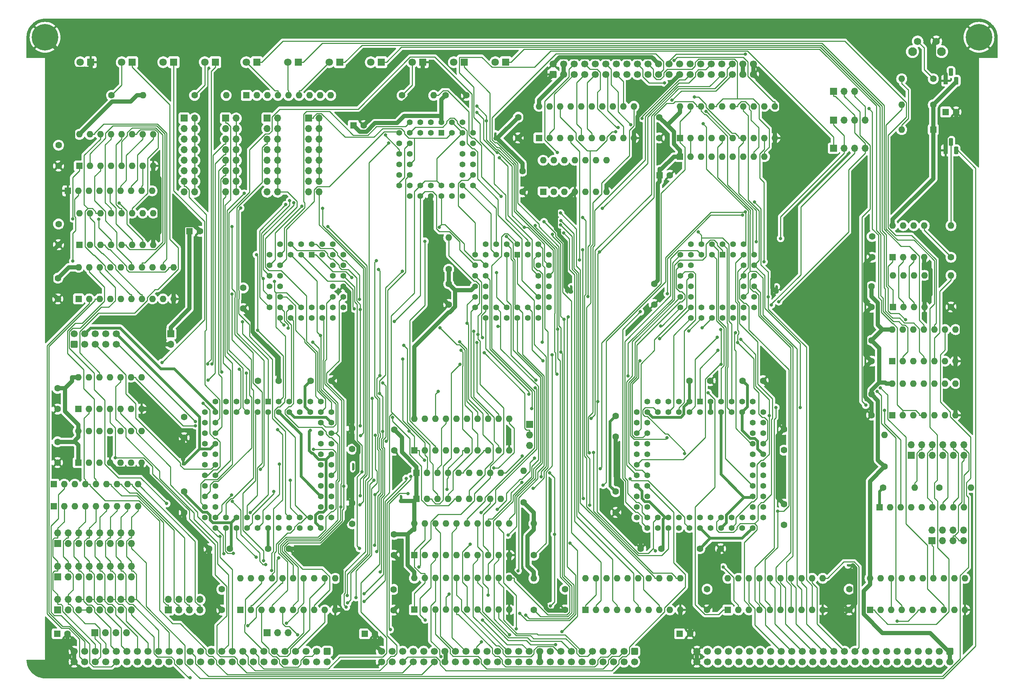
<source format=gbr>
%TF.GenerationSoftware,KiCad,Pcbnew,(6.0.11)*%
%TF.CreationDate,2023-11-15T19:52:27-05:00*%
%TF.ProjectId,Slick,536c6963-6b2e-46b6-9963-61645f706362,rev?*%
%TF.SameCoordinates,Original*%
%TF.FileFunction,Copper,L2,Bot*%
%TF.FilePolarity,Positive*%
%FSLAX46Y46*%
G04 Gerber Fmt 4.6, Leading zero omitted, Abs format (unit mm)*
G04 Created by KiCad (PCBNEW (6.0.11)) date 2023-11-15 19:52:27*
%MOMM*%
%LPD*%
G01*
G04 APERTURE LIST*
G04 Aperture macros list*
%AMRoundRect*
0 Rectangle with rounded corners*
0 $1 Rounding radius*
0 $2 $3 $4 $5 $6 $7 $8 $9 X,Y pos of 4 corners*
0 Add a 4 corners polygon primitive as box body*
4,1,4,$2,$3,$4,$5,$6,$7,$8,$9,$2,$3,0*
0 Add four circle primitives for the rounded corners*
1,1,$1+$1,$2,$3*
1,1,$1+$1,$4,$5*
1,1,$1+$1,$6,$7*
1,1,$1+$1,$8,$9*
0 Add four rect primitives between the rounded corners*
20,1,$1+$1,$2,$3,$4,$5,0*
20,1,$1+$1,$4,$5,$6,$7,0*
20,1,$1+$1,$6,$7,$8,$9,0*
20,1,$1+$1,$8,$9,$2,$3,0*%
G04 Aperture macros list end*
%TA.AperFunction,ComponentPad*%
%ADD10RoundRect,0.250000X-0.600000X0.600000X-0.600000X-0.600000X0.600000X-0.600000X0.600000X0.600000X0*%
%TD*%
%TA.AperFunction,ComponentPad*%
%ADD11C,1.700000*%
%TD*%
%TA.AperFunction,ComponentPad*%
%ADD12C,1.600000*%
%TD*%
%TA.AperFunction,ComponentPad*%
%ADD13R,1.600000X1.600000*%
%TD*%
%TA.AperFunction,ComponentPad*%
%ADD14R,1.800000X1.800000*%
%TD*%
%TA.AperFunction,ComponentPad*%
%ADD15C,1.800000*%
%TD*%
%TA.AperFunction,ComponentPad*%
%ADD16O,1.600000X1.600000*%
%TD*%
%TA.AperFunction,ComponentPad*%
%ADD17C,6.400000*%
%TD*%
%TA.AperFunction,ComponentPad*%
%ADD18R,1.700000X1.700000*%
%TD*%
%TA.AperFunction,ComponentPad*%
%ADD19O,1.700000X1.700000*%
%TD*%
%TA.AperFunction,ComponentPad*%
%ADD20R,1.422400X1.422400*%
%TD*%
%TA.AperFunction,ComponentPad*%
%ADD21C,1.422400*%
%TD*%
%TA.AperFunction,ComponentPad*%
%ADD22RoundRect,0.250000X0.600000X-0.600000X0.600000X0.600000X-0.600000X0.600000X-0.600000X-0.600000X0*%
%TD*%
%TA.AperFunction,ComponentPad*%
%ADD23C,2.100000*%
%TD*%
%TA.AperFunction,ComponentPad*%
%ADD24C,1.750000*%
%TD*%
%TA.AperFunction,ComponentPad*%
%ADD25C,0.600000*%
%TD*%
%TA.AperFunction,ComponentPad*%
%ADD26R,1.100000X1.800000*%
%TD*%
%TA.AperFunction,ComponentPad*%
%ADD27RoundRect,0.275000X-0.275000X-0.625000X0.275000X-0.625000X0.275000X0.625000X-0.275000X0.625000X0*%
%TD*%
%TA.AperFunction,ViaPad*%
%ADD28C,0.800000*%
%TD*%
%TA.AperFunction,Conductor*%
%ADD29C,0.250000*%
%TD*%
%TA.AperFunction,Conductor*%
%ADD30C,0.700000*%
%TD*%
%TA.AperFunction,Conductor*%
%ADD31C,1.000000*%
%TD*%
G04 APERTURE END LIST*
%TO.C,NT2*%
G36*
X216550000Y-136250000D02*
G01*
X215950000Y-136250000D01*
X215950000Y-135050000D01*
X216550000Y-135050000D01*
X216550000Y-136250000D01*
G37*
%TO.C,NT4*%
G36*
X234600000Y-202550000D02*
G01*
X233400000Y-202550000D01*
X233400000Y-201950000D01*
X234600000Y-201950000D01*
X234600000Y-202550000D01*
G37*
%TO.C,NT5*%
G36*
X114550000Y-179100000D02*
G01*
X113950000Y-179100000D01*
X113950000Y-177900000D01*
X114550000Y-177900000D01*
X114550000Y-179100000D01*
G37*
%TO.C,NT3*%
G36*
X148800000Y-99350000D02*
G01*
X148200000Y-99350000D01*
X148200000Y-98150000D01*
X148800000Y-98150000D01*
X148800000Y-99350000D01*
G37*
%TO.C,NT1*%
G36*
X167050000Y-136250000D02*
G01*
X166450000Y-136250000D01*
X166450000Y-135050000D01*
X167050000Y-135050000D01*
X167050000Y-136250000D01*
G37*
%TO.C,NT7*%
G36*
X126050000Y-186750000D02*
G01*
X125450000Y-186750000D01*
X125450000Y-185550000D01*
X126050000Y-185550000D01*
X126050000Y-186750000D01*
G37*
%TO.C,NT6*%
G36*
X73550000Y-177850000D02*
G01*
X72950000Y-177850000D01*
X72950000Y-176650000D01*
X73550000Y-176650000D01*
X73550000Y-177850000D01*
G37*
%TD*%
D10*
%TO.P,P1,1,Pin_1*%
%TO.N,VCC*%
X108000000Y-223000000D03*
D11*
%TO.P,P1,2,Pin_2*%
X108000000Y-225540000D03*
%TO.P,P1,3,Pin_3*%
%TO.N,~{RD}*%
X105460000Y-223000000D03*
%TO.P,P1,4,Pin_4*%
%TO.N,/bus/E*%
X105460000Y-225540000D03*
%TO.P,P1,5,Pin_5*%
%TO.N,~{WR}*%
X102920000Y-223000000D03*
%TO.P,P1,6,Pin_6*%
%TO.N,/bus/ST*%
X102920000Y-225540000D03*
%TO.P,P1,7,Pin_7*%
%TO.N,~{IORQ}*%
X100380000Y-223000000D03*
%TO.P,P1,8,Pin_8*%
%TO.N,/bus/PHI*%
X100380000Y-225540000D03*
%TO.P,P1,9,Pin_9*%
%TO.N,~{MREQ}*%
X97840000Y-223000000D03*
%TO.P,P1,10,Pin_10*%
%TO.N,/bus/~{INT2}*%
X97840000Y-225540000D03*
%TO.P,P1,11,Pin_11*%
%TO.N,~{M1}*%
X95300000Y-223000000D03*
%TO.P,P1,12,Pin_12*%
%TO.N,/bus/~{INT1}*%
X95300000Y-225540000D03*
%TO.P,P1,13,Pin_13*%
%TO.N,~{BUSACK}*%
X92760000Y-223000000D03*
%TO.P,P1,14,Pin_14*%
%TO.N,/bus/CRUCLK*%
X92760000Y-225540000D03*
%TO.P,P1,15,Pin_15*%
%TO.N,CLK*%
X90220000Y-223000000D03*
%TO.P,P1,16,Pin_16*%
%TO.N,/bus/CRUOUT*%
X90220000Y-225540000D03*
%TO.P,P1,17,Pin_17*%
%TO.N,~{INT0}*%
X87680000Y-223000000D03*
%TO.P,P1,18,Pin_18*%
%TO.N,/bus/CRUIN*%
X87680000Y-225540000D03*
%TO.P,P1,19,Pin_19*%
%TO.N,~{NMI}*%
X85140000Y-223000000D03*
%TO.P,P1,20,Pin_20*%
%TO.N,~{RES-IN}*%
X85140000Y-225540000D03*
%TO.P,P1,21,Pin_21*%
%TO.N,~{RES-OUT}*%
X82600000Y-223000000D03*
%TO.P,P1,22,Pin_22*%
%TO.N,/bus/USER8*%
X82600000Y-225540000D03*
%TO.P,P1,23,Pin_23*%
%TO.N,~{BUSRQ}*%
X80060000Y-223000000D03*
%TO.P,P1,24,Pin_24*%
%TO.N,/bus/USER7*%
X80060000Y-225540000D03*
%TO.P,P1,25,Pin_25*%
%TO.N,~{WAIT}*%
X77520000Y-223000000D03*
%TO.P,P1,26,Pin_26*%
%TO.N,/bus/USER6*%
X77520000Y-225540000D03*
%TO.P,P1,27,Pin_27*%
%TO.N,~{HALT}*%
X74980000Y-223000000D03*
%TO.P,P1,28,Pin_28*%
%TO.N,/bus/USER5*%
X74980000Y-225540000D03*
%TO.P,P1,29,Pin_29*%
%TO.N,~{RFSH}*%
X72440000Y-223000000D03*
%TO.P,P1,30,Pin_30*%
%TO.N,/bus/USER4*%
X72440000Y-225540000D03*
%TO.P,P1,31,Pin_31*%
%TO.N,~{EIRQ7}*%
X69900000Y-223000000D03*
%TO.P,P1,32,Pin_32*%
%TO.N,/bus/USER3*%
X69900000Y-225540000D03*
%TO.P,P1,33,Pin_33*%
%TO.N,~{EIRQ6}*%
X67360000Y-223000000D03*
%TO.P,P1,34,Pin_34*%
%TO.N,/bus/USER2*%
X67360000Y-225540000D03*
%TO.P,P1,35,Pin_35*%
%TO.N,~{EIRQ5}*%
X64820000Y-223000000D03*
%TO.P,P1,36,Pin_36*%
%TO.N,/bus/USER1*%
X64820000Y-225540000D03*
%TO.P,P1,37,Pin_37*%
%TO.N,~{EIRQ4}*%
X62280000Y-223000000D03*
%TO.P,P1,38,Pin_38*%
%TO.N,/bus/USER0*%
X62280000Y-225540000D03*
%TO.P,P1,39,Pin_39*%
%TO.N,~{EIRQ3}*%
X59740000Y-223000000D03*
%TO.P,P1,40,Pin_40*%
%TO.N,~{BAI}*%
X59740000Y-225540000D03*
%TO.P,P1,41,Pin_41*%
%TO.N,~{EIRQ2}*%
X57200000Y-223000000D03*
%TO.P,P1,42,Pin_42*%
%TO.N,~{BAO}*%
X57200000Y-225540000D03*
%TO.P,P1,43,Pin_43*%
%TO.N,~{EIRQ1}*%
X54660000Y-223000000D03*
%TO.P,P1,44,Pin_44*%
%TO.N,~{IEI}*%
X54660000Y-225540000D03*
%TO.P,P1,45,Pin_45*%
%TO.N,~{EIRQ0}*%
X52120000Y-223000000D03*
%TO.P,P1,46,Pin_46*%
%TO.N,~{IEO}*%
X52120000Y-225540000D03*
%TO.P,P1,47,Pin_47*%
%TO.N,I2C-SCL*%
X49580000Y-223000000D03*
%TO.P,P1,48,Pin_48*%
%TO.N,I2C-SDA*%
X49580000Y-225540000D03*
%TO.P,P1,49,Pin_49*%
%TO.N,GND*%
X47040000Y-223000000D03*
%TO.P,P1,50,Pin_50*%
X47040000Y-225540000D03*
%TD*%
D12*
%TO.P,C2,1*%
%TO.N,VCC*%
X165250000Y-208000000D03*
%TO.P,C2,2*%
%TO.N,GND*%
X165250000Y-213000000D03*
%TD*%
%TO.P,C3,1*%
%TO.N,VCC*%
X239125000Y-148050000D03*
%TO.P,C3,2*%
%TO.N,GND*%
X239125000Y-153050000D03*
%TD*%
%TO.P,C5,1*%
%TO.N,VCC*%
X124100000Y-169550000D03*
%TO.P,C5,2*%
%TO.N,GND*%
X124100000Y-174550000D03*
%TD*%
%TO.P,C8,1*%
%TO.N,VCC*%
X199500000Y-208000000D03*
%TO.P,C8,2*%
%TO.N,GND*%
X199500000Y-213000000D03*
%TD*%
%TO.P,C10,1*%
%TO.N,VCC*%
X42995000Y-159600000D03*
%TO.P,C10,2*%
%TO.N,GND*%
X42995000Y-164600000D03*
%TD*%
%TO.P,C14,1*%
%TO.N,VCC*%
X239250000Y-123000000D03*
%TO.P,C14,2*%
%TO.N,GND*%
X239250000Y-128000000D03*
%TD*%
%TO.P,C15,1*%
%TO.N,VCC*%
X137250000Y-134400000D03*
%TO.P,C15,2*%
%TO.N,GND*%
X137250000Y-139400000D03*
%TD*%
D13*
%TO.P,C25,1*%
%TO.N,VCC*%
X42929600Y-218750000D03*
D12*
%TO.P,C25,2*%
%TO.N,GND*%
X45429600Y-218750000D03*
%TD*%
D13*
%TO.P,C26,1*%
%TO.N,VCC*%
X74794900Y-121750000D03*
D12*
%TO.P,C26,2*%
%TO.N,GND*%
X77294900Y-121750000D03*
%TD*%
%TO.P,C17,1*%
%TO.N,VCC*%
X87750000Y-135390000D03*
%TO.P,C17,2*%
%TO.N,GND*%
X87750000Y-140390000D03*
%TD*%
%TO.P,C20,1*%
%TO.N,VCC*%
X124000000Y-208050000D03*
%TO.P,C20,2*%
%TO.N,GND*%
X124000000Y-213050000D03*
%TD*%
D13*
%TO.P,C27,1*%
%TO.N,VCC*%
X117000000Y-218750000D03*
D12*
%TO.P,C27,2*%
%TO.N,GND*%
X119500000Y-218750000D03*
%TD*%
D13*
%TO.P,C28,1*%
%TO.N,VCC*%
X192884700Y-218750000D03*
D12*
%TO.P,C28,2*%
%TO.N,GND*%
X195384700Y-218750000D03*
%TD*%
D13*
%TO.P,C29,1*%
%TO.N,VCC*%
X188044900Y-108250000D03*
D12*
%TO.P,C29,2*%
%TO.N,GND*%
X190544900Y-108250000D03*
%TD*%
D14*
%TO.P,D4,1,K*%
%TO.N,Net-(D4-Pad1)*%
X81000000Y-81000000D03*
D15*
%TO.P,D4,2,A*%
%TO.N,Net-(D4-Pad2)*%
X78460000Y-81000000D03*
%TD*%
D14*
%TO.P,D5,1,K*%
%TO.N,~{WAIT-EN}*%
X61000000Y-81000000D03*
D15*
%TO.P,D5,2,A*%
%TO.N,Net-(D5-Pad2)*%
X58460000Y-81000000D03*
%TD*%
D14*
%TO.P,D6,1,K*%
%TO.N,~{INT0-EN}*%
X71000000Y-81000000D03*
D15*
%TO.P,D6,2,A*%
%TO.N,470B*%
X68460000Y-81000000D03*
%TD*%
D14*
%TO.P,D1,1,K*%
%TO.N,Net-(D1-Pad1)*%
X91000000Y-81000000D03*
D15*
%TO.P,D1,2,A*%
%TO.N,470C*%
X88460000Y-81000000D03*
%TD*%
D14*
%TO.P,D2,1,K*%
%TO.N,Net-(D2-Pad1)*%
X101000000Y-81000000D03*
D15*
%TO.P,D2,2,A*%
%TO.N,470D*%
X98460000Y-81000000D03*
%TD*%
D12*
%TO.P,R5,1*%
%TO.N,Net-(D4-Pad2)*%
X76000000Y-89000000D03*
D16*
%TO.P,R5,2*%
%TO.N,VCC*%
X83620000Y-89000000D03*
%TD*%
D12*
%TO.P,R6,1*%
%TO.N,Net-(D5-Pad2)*%
X56000000Y-89000000D03*
D16*
%TO.P,R6,2*%
%TO.N,VCC*%
X63620000Y-89000000D03*
%TD*%
D13*
%TO.P,RN2,1,common*%
%TO.N,/CPLDs/VCC-CPLD*%
X241015000Y-188250000D03*
D16*
%TO.P,RN2,2,R1*%
%TO.N,R7*%
X243555000Y-188250000D03*
%TO.P,RN2,3,R2*%
%TO.N,R6*%
X246095000Y-188250000D03*
%TO.P,RN2,4,R3*%
%TO.N,R5*%
X248635000Y-188250000D03*
%TO.P,RN2,5,R4*%
%TO.N,R4*%
X251175000Y-188250000D03*
%TO.P,RN2,6,R5*%
%TO.N,Q5*%
X253715000Y-188250000D03*
%TO.P,RN2,7,R6*%
%TO.N,Q4*%
X256255000Y-188250000D03*
%TO.P,RN2,8,R7*%
%TO.N,Q3*%
X258795000Y-188250000D03*
%TO.P,RN2,9,R8*%
%TO.N,Q2*%
X261335000Y-188250000D03*
%TD*%
D13*
%TO.P,U4,1*%
%TO.N,~{DMA-INT-PULSE2}*%
X47995000Y-164550000D03*
D16*
%TO.P,U4,2*%
%TO.N,~{TEND1}*%
X50535000Y-164550000D03*
%TO.P,U4,3*%
%TO.N,~{DMA-INT-PULSE1}*%
X53075000Y-164550000D03*
%TO.P,U4,4*%
%TO.N,~{TEND0}*%
X55615000Y-164550000D03*
%TO.P,U4,5*%
%TO.N,~{NMI}*%
X58155000Y-164550000D03*
%TO.P,U4,6*%
%TO.N,Net-(D4-Pad1)*%
X60695000Y-164550000D03*
%TO.P,U4,7,GND*%
%TO.N,GND*%
X63235000Y-164550000D03*
%TO.P,U4,8*%
%TO.N,~{INT0-EN}*%
X63235000Y-156930000D03*
%TO.P,U4,9*%
%TO.N,~{IM2-INT}*%
X60695000Y-156930000D03*
%TO.P,U4,10*%
%TO.N,~{RES-OUT}*%
X58155000Y-156930000D03*
%TO.P,U4,11*%
%TO.N,10KA*%
X55615000Y-156930000D03*
%TO.P,U4,12*%
%TO.N,~{WAIT-EN}*%
X53075000Y-156930000D03*
%TO.P,U4,13*%
%TO.N,READY*%
X50535000Y-156930000D03*
%TO.P,U4,14,VCC*%
%TO.N,VCC*%
X47995000Y-156930000D03*
%TD*%
D13*
%TO.P,U5,1,OEa*%
%TO.N,~{BUS-EN}*%
X128975000Y-212950000D03*
D16*
%TO.P,U5,2,I0a*%
%TO.N,CPU-A8*%
X131515000Y-212950000D03*
%TO.P,U5,3,O3b*%
%TO.N,A15*%
X134055000Y-212950000D03*
%TO.P,U5,4,I1a*%
%TO.N,CPU-A9*%
X136595000Y-212950000D03*
%TO.P,U5,5,O2b*%
%TO.N,A14*%
X139135000Y-212950000D03*
%TO.P,U5,6,I2a*%
%TO.N,CPU-A10*%
X141675000Y-212950000D03*
%TO.P,U5,7,O1b*%
%TO.N,A13*%
X144215000Y-212950000D03*
%TO.P,U5,8,I3a*%
%TO.N,CPU-A11*%
X146755000Y-212950000D03*
%TO.P,U5,9,O0b*%
%TO.N,A12*%
X149295000Y-212950000D03*
%TO.P,U5,10,GND*%
%TO.N,GND*%
X151835000Y-212950000D03*
%TO.P,U5,11,I0b*%
%TO.N,CPU-A12*%
X151835000Y-205330000D03*
%TO.P,U5,12,O3a*%
%TO.N,A11*%
X149295000Y-205330000D03*
%TO.P,U5,13,I1b*%
%TO.N,CPU-A13*%
X146755000Y-205330000D03*
%TO.P,U5,14,O2a*%
%TO.N,A10*%
X144215000Y-205330000D03*
%TO.P,U5,15,I2b*%
%TO.N,SEL-A14*%
X141675000Y-205330000D03*
%TO.P,U5,16,O1a*%
%TO.N,A9*%
X139135000Y-205330000D03*
%TO.P,U5,17,I3b*%
%TO.N,SEL-A15*%
X136595000Y-205330000D03*
%TO.P,U5,18,O0a*%
%TO.N,A8*%
X134055000Y-205330000D03*
%TO.P,U5,19,OEb*%
%TO.N,~{BUS-EN}*%
X131515000Y-205330000D03*
%TO.P,U5,20,VCC*%
%TO.N,VCC*%
X128975000Y-205330000D03*
%TD*%
D13*
%TO.P,U6,1,OEa*%
%TO.N,ZERO*%
X128975000Y-174550000D03*
D16*
%TO.P,U6,2,I0a*%
%TO.N,~{RES-OUT}*%
X131515000Y-174550000D03*
%TO.P,U6,3,O3b*%
%TO.N,~{DMA-IEI1}*%
X134055000Y-174550000D03*
%TO.P,U6,4,I1a*%
%TO.N,RAW-CLK*%
X136595000Y-174550000D03*
%TO.P,U6,5,O2b*%
%TO.N,unconnected-(U6-Pad5)*%
X139135000Y-174550000D03*
%TO.P,U6,6,I2a*%
%TO.N,~{NMI}*%
X141675000Y-174550000D03*
%TO.P,U6,7,O1b*%
%TO.N,~{CPU-BUSRQ}*%
X144215000Y-174550000D03*
%TO.P,U6,8,I3a*%
%TO.N,~{INT0}*%
X146755000Y-174550000D03*
%TO.P,U6,9,O0b*%
%TO.N,~{CPU-WAIT}*%
X149295000Y-174550000D03*
%TO.P,U6,10,GND*%
%TO.N,GND*%
X151835000Y-174550000D03*
%TO.P,U6,11,I0b*%
%TO.N,~{WAIT}*%
X151835000Y-166930000D03*
%TO.P,U6,12,O3a*%
%TO.N,~{CPU-INT}*%
X149295000Y-166930000D03*
%TO.P,U6,13,I1b*%
%TO.N,~{BUSRQ}*%
X146755000Y-166930000D03*
%TO.P,U6,14,O2a*%
%TO.N,~{CPU-NMI}*%
X144215000Y-166930000D03*
%TO.P,U6,15,I2b*%
%TO.N,unconnected-(U6-Pad15)*%
X141675000Y-166930000D03*
%TO.P,U6,16,O1a*%
%TO.N,CLK*%
X139135000Y-166930000D03*
%TO.P,U6,17,I3b*%
%TO.N,~{IEI}*%
X136595000Y-166930000D03*
%TO.P,U6,18,O0a*%
%TO.N,~{CPU-RESET}*%
X134055000Y-166930000D03*
%TO.P,U6,19,OEb*%
%TO.N,ZERO*%
X131515000Y-166930000D03*
%TO.P,U6,20,VCC*%
%TO.N,VCC*%
X128975000Y-166930000D03*
%TD*%
D13*
%TO.P,U8,1,A->B*%
%TO.N,DATA-DIR*%
X204500000Y-213000000D03*
D16*
%TO.P,U8,2,A0*%
%TO.N,CPU-D0*%
X207040000Y-213000000D03*
%TO.P,U8,3,A1*%
%TO.N,CPU-D1*%
X209580000Y-213000000D03*
%TO.P,U8,4,A2*%
%TO.N,CPU-D2*%
X212120000Y-213000000D03*
%TO.P,U8,5,A3*%
%TO.N,CPU-D3*%
X214660000Y-213000000D03*
%TO.P,U8,6,A4*%
%TO.N,CPU-D4*%
X217200000Y-213000000D03*
%TO.P,U8,7,A5*%
%TO.N,CPU-D5*%
X219740000Y-213000000D03*
%TO.P,U8,8,A6*%
%TO.N,CPU-D6*%
X222280000Y-213000000D03*
%TO.P,U8,9,A7*%
%TO.N,CPU-D7*%
X224820000Y-213000000D03*
%TO.P,U8,10,GND*%
%TO.N,GND*%
X227360000Y-213000000D03*
%TO.P,U8,11,B7*%
%TO.N,D7*%
X227360000Y-205380000D03*
%TO.P,U8,12,B6*%
%TO.N,D6*%
X224820000Y-205380000D03*
%TO.P,U8,13,B5*%
%TO.N,D5*%
X222280000Y-205380000D03*
%TO.P,U8,14,B4*%
%TO.N,D4*%
X219740000Y-205380000D03*
%TO.P,U8,15,B3*%
%TO.N,D3*%
X217200000Y-205380000D03*
%TO.P,U8,16,B2*%
%TO.N,D2*%
X214660000Y-205380000D03*
%TO.P,U8,17,B1*%
%TO.N,D1*%
X212120000Y-205380000D03*
%TO.P,U8,18,B0*%
%TO.N,D0*%
X209580000Y-205380000D03*
%TO.P,U8,19,CE*%
%TO.N,~{BUS-EN}*%
X207040000Y-205380000D03*
%TO.P,U8,20,VCC*%
%TO.N,VCC*%
X204500000Y-205380000D03*
%TD*%
D13*
%TO.P,U1,1,OEa*%
%TO.N,~{BUS-EN}*%
X128975000Y-199800000D03*
D16*
%TO.P,U1,2,I0a*%
%TO.N,CPU-A0*%
X131515000Y-199800000D03*
%TO.P,U1,3,O3b*%
%TO.N,A7*%
X134055000Y-199800000D03*
%TO.P,U1,4,I1a*%
%TO.N,CPU-A1*%
X136595000Y-199800000D03*
%TO.P,U1,5,O2b*%
%TO.N,A6*%
X139135000Y-199800000D03*
%TO.P,U1,6,I2a*%
%TO.N,CPU-A2*%
X141675000Y-199800000D03*
%TO.P,U1,7,O1b*%
%TO.N,A5*%
X144215000Y-199800000D03*
%TO.P,U1,8,I3a*%
%TO.N,CPU-A3*%
X146755000Y-199800000D03*
%TO.P,U1,9,O0b*%
%TO.N,A4*%
X149295000Y-199800000D03*
%TO.P,U1,10,GND*%
%TO.N,GND*%
X151835000Y-199800000D03*
%TO.P,U1,11,I0b*%
%TO.N,CPU-A4*%
X151835000Y-192180000D03*
%TO.P,U1,12,O3a*%
%TO.N,A3*%
X149295000Y-192180000D03*
%TO.P,U1,13,I1b*%
%TO.N,CPU-A5*%
X146755000Y-192180000D03*
%TO.P,U1,14,O2a*%
%TO.N,A2*%
X144215000Y-192180000D03*
%TO.P,U1,15,I2b*%
%TO.N,CPU-A6*%
X141675000Y-192180000D03*
%TO.P,U1,16,O1a*%
%TO.N,A1*%
X139135000Y-192180000D03*
%TO.P,U1,17,I3b*%
%TO.N,CPU-A7*%
X136595000Y-192180000D03*
%TO.P,U1,18,O0a*%
%TO.N,A0*%
X134055000Y-192180000D03*
%TO.P,U1,19,OEb*%
%TO.N,~{BUS-EN}*%
X131515000Y-192180000D03*
%TO.P,U1,20,VCC*%
%TO.N,VCC*%
X128975000Y-192180000D03*
%TD*%
D10*
%TO.P,P2,1,Pin_1*%
%TO.N,VCC*%
X182000000Y-223000000D03*
D11*
%TO.P,P2,2,Pin_2*%
X182000000Y-225540000D03*
%TO.P,P2,3,Pin_3*%
%TO.N,A15*%
X179460000Y-223000000D03*
%TO.P,P2,4,Pin_4*%
%TO.N,/bus/A31*%
X179460000Y-225540000D03*
%TO.P,P2,5,Pin_5*%
%TO.N,A14*%
X176920000Y-223000000D03*
%TO.P,P2,6,Pin_6*%
%TO.N,/bus/A30*%
X176920000Y-225540000D03*
%TO.P,P2,7,Pin_7*%
%TO.N,A13*%
X174380000Y-223000000D03*
%TO.P,P2,8,Pin_8*%
%TO.N,/bus/A29*%
X174380000Y-225540000D03*
%TO.P,P2,9,Pin_9*%
%TO.N,A12*%
X171840000Y-223000000D03*
%TO.P,P2,10,Pin_10*%
%TO.N,/bus/A28*%
X171840000Y-225540000D03*
%TO.P,P2,11,Pin_11*%
%TO.N,A11*%
X169300000Y-223000000D03*
%TO.P,P2,12,Pin_12*%
%TO.N,/bus/A27*%
X169300000Y-225540000D03*
%TO.P,P2,13,Pin_13*%
%TO.N,A10*%
X166760000Y-223000000D03*
%TO.P,P2,14,Pin_14*%
%TO.N,/bus/A26*%
X166760000Y-225540000D03*
%TO.P,P2,15,Pin_15*%
%TO.N,A9*%
X164220000Y-223000000D03*
%TO.P,P2,16,Pin_16*%
%TO.N,/bus/A25*%
X164220000Y-225540000D03*
%TO.P,P2,17,Pin_17*%
%TO.N,A8*%
X161680000Y-223000000D03*
%TO.P,P2,18,Pin_18*%
%TO.N,/bus/A24*%
X161680000Y-225540000D03*
%TO.P,P2,19,Pin_19*%
%TO.N,+12V*%
X159140000Y-223000000D03*
%TO.P,P2,20,Pin_20*%
X159140000Y-225540000D03*
%TO.P,P2,21,Pin_21*%
%TO.N,A7*%
X156600000Y-223000000D03*
%TO.P,P2,22,Pin_22*%
%TO.N,/bus/A23*%
X156600000Y-225540000D03*
%TO.P,P2,23,Pin_23*%
%TO.N,A6*%
X154060000Y-223000000D03*
%TO.P,P2,24,Pin_24*%
%TO.N,/bus/A22*%
X154060000Y-225540000D03*
%TO.P,P2,25,Pin_25*%
%TO.N,A5*%
X151520000Y-223000000D03*
%TO.P,P2,26,Pin_26*%
%TO.N,A21*%
X151520000Y-225540000D03*
%TO.P,P2,27,Pin_27*%
%TO.N,A4*%
X148980000Y-223000000D03*
%TO.P,P2,28,Pin_28*%
%TO.N,A20*%
X148980000Y-225540000D03*
%TO.P,P2,29,Pin_29*%
%TO.N,A3*%
X146440000Y-223000000D03*
%TO.P,P2,30,Pin_30*%
%TO.N,A19*%
X146440000Y-225540000D03*
%TO.P,P2,31,Pin_31*%
%TO.N,A2*%
X143900000Y-223000000D03*
%TO.P,P2,32,Pin_32*%
%TO.N,A18*%
X143900000Y-225540000D03*
%TO.P,P2,33,Pin_33*%
%TO.N,A1*%
X141360000Y-223000000D03*
%TO.P,P2,34,Pin_34*%
%TO.N,A17*%
X141360000Y-225540000D03*
%TO.P,P2,35,Pin_35*%
%TO.N,A0*%
X138820000Y-223000000D03*
%TO.P,P2,36,Pin_36*%
%TO.N,A16*%
X138820000Y-225540000D03*
%TO.P,P2,37,Pin_37*%
%TO.N,-12V*%
X136280000Y-223000000D03*
%TO.P,P2,38,Pin_38*%
X136280000Y-225540000D03*
%TO.P,P2,39,Pin_39*%
%TO.N,/bus/IC3*%
X133740000Y-223000000D03*
%TO.P,P2,40,Pin_40*%
%TO.N,~{TEND1}*%
X133740000Y-225540000D03*
%TO.P,P2,41,Pin_41*%
%TO.N,/bus/IC2*%
X131200000Y-223000000D03*
%TO.P,P2,42,Pin_42*%
%TO.N,~{DREQ1}*%
X131200000Y-225540000D03*
%TO.P,P2,43,Pin_43*%
%TO.N,/bus/IC1*%
X128660000Y-223000000D03*
%TO.P,P2,44,Pin_44*%
%TO.N,~{TEND0}*%
X128660000Y-225540000D03*
%TO.P,P2,45,Pin_45*%
%TO.N,/bus/IC0*%
X126120000Y-223000000D03*
%TO.P,P2,46,Pin_46*%
%TO.N,~{DREQ0}*%
X126120000Y-225540000D03*
%TO.P,P2,47,Pin_47*%
%TO.N,/bus/AUXCLK1*%
X123580000Y-223000000D03*
%TO.P,P2,48,Pin_48*%
%TO.N,/bus/AUXCLK0*%
X123580000Y-225540000D03*
%TO.P,P2,49,Pin_49*%
%TO.N,GND*%
X121040000Y-223000000D03*
%TO.P,P2,50,Pin_50*%
X121040000Y-225540000D03*
%TD*%
D17*
%TO.P,H2,1,1*%
%TO.N,GND*%
X265000000Y-75000000D03*
%TD*%
D13*
%TO.P,RN1,1,common*%
%TO.N,VCC*%
X129500000Y-180000000D03*
D16*
%TO.P,RN1,2,R1*%
%TO.N,~{RES-OUT}*%
X132040000Y-180000000D03*
%TO.P,RN1,3,R2*%
%TO.N,~{IEI}*%
X134580000Y-180000000D03*
%TO.P,RN1,4,R3*%
%TO.N,~{NMI}*%
X137120000Y-180000000D03*
%TO.P,RN1,5,R4*%
%TO.N,~{INT0}*%
X139660000Y-180000000D03*
%TO.P,RN1,6,R5*%
%TO.N,~{WAIT}*%
X142200000Y-180000000D03*
%TO.P,RN1,7,R6*%
%TO.N,unconnected-(RN1-Pad7)*%
X144740000Y-180000000D03*
%TO.P,RN1,8,R7*%
%TO.N,~{CPU-IORQ}*%
X147280000Y-180000000D03*
%TO.P,RN1,9,R8*%
%TO.N,~{BAO}*%
X149820000Y-180000000D03*
%TD*%
D13*
%TO.P,U11,1,OEa*%
%TO.N,ZERO*%
X87075000Y-213025000D03*
D16*
%TO.P,U11,2,I0a*%
%TO.N,~{DMA-BAO2}*%
X89615000Y-213025000D03*
%TO.P,U11,3,O3b*%
%TO.N,~{RD}*%
X92155000Y-213025000D03*
%TO.P,U11,4,I1a*%
%TO.N,~{CPU-HALT}*%
X94695000Y-213025000D03*
%TO.P,U11,5,O2b*%
%TO.N,~{WR}*%
X97235000Y-213025000D03*
%TO.P,U11,6,I2a*%
%TO.N,~{CPU-RFSH}*%
X99775000Y-213025000D03*
%TO.P,U11,7,O1b*%
%TO.N,~{MREQ}*%
X102315000Y-213025000D03*
%TO.P,U11,8,I3a*%
%TO.N,~{CPU-M1}*%
X104855000Y-213025000D03*
%TO.P,U11,9,O0b*%
%TO.N,~{IORQ}*%
X107395000Y-213025000D03*
%TO.P,U11,10,GND*%
%TO.N,GND*%
X109935000Y-213025000D03*
%TO.P,U11,11,I0b*%
%TO.N,~{CPU-IORQ}*%
X109935000Y-205405000D03*
%TO.P,U11,12,O3a*%
%TO.N,~{M1}*%
X107395000Y-205405000D03*
%TO.P,U11,13,I1b*%
%TO.N,~{CPU-MREQ}*%
X104855000Y-205405000D03*
%TO.P,U11,14,O2a*%
%TO.N,~{RFSH}*%
X102315000Y-205405000D03*
%TO.P,U11,15,I2b*%
%TO.N,~{CPU-WR}*%
X99775000Y-205405000D03*
%TO.P,U11,16,O1a*%
%TO.N,~{HALT}*%
X97235000Y-205405000D03*
%TO.P,U11,17,I3b*%
%TO.N,~{CPU-RD}*%
X94695000Y-205405000D03*
%TO.P,U11,18,O0a*%
%TO.N,~{BUSACK}*%
X92155000Y-205405000D03*
%TO.P,U11,19,OEb*%
%TO.N,~{BUS-EN}*%
X89615000Y-205405000D03*
%TO.P,U11,20,VCC*%
%TO.N,VCC*%
X87075000Y-205405000D03*
%TD*%
D13*
%TO.P,U16,1,OE*%
%TO.N,~{IM2-EN-OE}*%
X238750000Y-213000000D03*
D16*
%TO.P,U16,2,O0*%
%TO.N,D0*%
X241290000Y-213000000D03*
%TO.P,U16,3,D0*%
%TO.N,ZERO*%
X243830000Y-213000000D03*
%TO.P,U16,4,D1*%
%TO.N,IM2-S0*%
X246370000Y-213000000D03*
%TO.P,U16,5,O1*%
%TO.N,D1*%
X248910000Y-213000000D03*
%TO.P,U16,6,O2*%
%TO.N,D2*%
X251450000Y-213000000D03*
%TO.P,U16,7,D2*%
%TO.N,IM2-S1*%
X253990000Y-213000000D03*
%TO.P,U16,8,D3*%
%TO.N,IM2-S2*%
X256530000Y-213000000D03*
%TO.P,U16,9,O3*%
%TO.N,D3*%
X259070000Y-213000000D03*
%TO.P,U16,10,GND*%
%TO.N,GND*%
X261610000Y-213000000D03*
%TO.P,U16,11,LE*%
%TO.N,~{CPU-M1}*%
X261610000Y-205380000D03*
%TO.P,U16,12,O4*%
%TO.N,D4*%
X259070000Y-205380000D03*
%TO.P,U16,13,D4*%
%TO.N,ZERO*%
X256530000Y-205380000D03*
%TO.P,U16,14,D5*%
X253990000Y-205380000D03*
%TO.P,U16,15,O5*%
%TO.N,D5*%
X251450000Y-205380000D03*
%TO.P,U16,16,O6*%
%TO.N,D6*%
X248910000Y-205380000D03*
%TO.P,U16,17,D6*%
%TO.N,ZERO*%
X246370000Y-205380000D03*
%TO.P,U16,18,D7*%
X243830000Y-205380000D03*
%TO.P,U16,19,O7*%
%TO.N,D7*%
X241290000Y-205380000D03*
%TO.P,U16,20,VCC*%
%TO.N,VCC*%
X238750000Y-205380000D03*
%TD*%
D18*
%TO.P,J3,1,Pin_1*%
%TO.N,1WS*%
X83500000Y-94500000D03*
D19*
%TO.P,J3,2,Pin_2*%
%TO.N,WS-IORD*%
X86040000Y-94500000D03*
%TO.P,J3,3,Pin_3*%
%TO.N,2WS*%
X83500000Y-97040000D03*
%TO.P,J3,4,Pin_4*%
%TO.N,WS-IORD*%
X86040000Y-97040000D03*
%TO.P,J3,5,Pin_5*%
%TO.N,3WS*%
X83500000Y-99580000D03*
%TO.P,J3,6,Pin_6*%
%TO.N,WS-IORD*%
X86040000Y-99580000D03*
%TO.P,J3,7,Pin_7*%
%TO.N,4WS*%
X83500000Y-102120000D03*
%TO.P,J3,8,Pin_8*%
%TO.N,WS-IORD*%
X86040000Y-102120000D03*
%TO.P,J3,9,Pin_9*%
%TO.N,5WS*%
X83500000Y-104660000D03*
%TO.P,J3,10,Pin_10*%
%TO.N,WS-IORD*%
X86040000Y-104660000D03*
%TO.P,J3,11,Pin_11*%
%TO.N,6WS*%
X83500000Y-107200000D03*
%TO.P,J3,12,Pin_12*%
%TO.N,WS-IORD*%
X86040000Y-107200000D03*
%TO.P,J3,13,Pin_13*%
%TO.N,7WS*%
X83500000Y-109740000D03*
%TO.P,J3,14,Pin_14*%
%TO.N,WS-IORD*%
X86040000Y-109740000D03*
%TO.P,J3,15,Pin_15*%
%TO.N,8WS*%
X83500000Y-112280000D03*
%TO.P,J3,16,Pin_16*%
%TO.N,WS-IORD*%
X86040000Y-112280000D03*
%TD*%
D18*
%TO.P,J1,1,Pin_1*%
%TO.N,ONE*%
X103500000Y-94500000D03*
D19*
%TO.P,J1,2,Pin_2*%
%TO.N,WS-MEMRD*%
X106040000Y-94500000D03*
%TO.P,J1,3,Pin_3*%
%TO.N,1WS*%
X103500000Y-97040000D03*
%TO.P,J1,4,Pin_4*%
%TO.N,WS-MEMRD*%
X106040000Y-97040000D03*
%TO.P,J1,5,Pin_5*%
%TO.N,2WS*%
X103500000Y-99580000D03*
%TO.P,J1,6,Pin_6*%
%TO.N,WS-MEMRD*%
X106040000Y-99580000D03*
%TO.P,J1,7,Pin_7*%
%TO.N,3WS*%
X103500000Y-102120000D03*
%TO.P,J1,8,Pin_8*%
%TO.N,WS-MEMRD*%
X106040000Y-102120000D03*
%TO.P,J1,9,Pin_9*%
%TO.N,4WS*%
X103500000Y-104660000D03*
%TO.P,J1,10,Pin_10*%
%TO.N,WS-MEMRD*%
X106040000Y-104660000D03*
%TO.P,J1,11,Pin_11*%
%TO.N,5WS*%
X103500000Y-107200000D03*
%TO.P,J1,12,Pin_12*%
%TO.N,WS-MEMRD*%
X106040000Y-107200000D03*
%TO.P,J1,13,Pin_13*%
%TO.N,6WS*%
X103500000Y-109740000D03*
%TO.P,J1,14,Pin_14*%
%TO.N,WS-MEMRD*%
X106040000Y-109740000D03*
%TO.P,J1,15,Pin_15*%
%TO.N,7WS*%
X103500000Y-112280000D03*
%TO.P,J1,16,Pin_16*%
%TO.N,WS-MEMRD*%
X106040000Y-112280000D03*
%TD*%
D12*
%TO.P,C19,1*%
%TO.N,VCC*%
X42995000Y-172500000D03*
%TO.P,C19,2*%
%TO.N,GND*%
X42995000Y-177500000D03*
%TD*%
%TO.P,C16,1*%
%TO.N,VCC*%
X82575000Y-208025000D03*
%TO.P,C16,2*%
%TO.N,GND*%
X82575000Y-213025000D03*
%TD*%
D13*
%TO.P,U3,1,Pin_1*%
%TO.N,VCC*%
X47995000Y-177500000D03*
D16*
%TO.P,U3,2,Pin_2*%
%TO.N,unconnected-(U3-Pad2)*%
X50535000Y-177500000D03*
%TO.P,U3,3,Pin_3*%
%TO.N,unconnected-(U3-Pad3)*%
X53075000Y-177500000D03*
%TO.P,U3,4,Pin_4*%
%TO.N,GND*%
X55615000Y-177500000D03*
%TO.P,U3,5,Pin_5*%
%TO.N,unconnected-(U3-Pad5)*%
X58155000Y-177500000D03*
%TO.P,U3,6,Pin_6*%
%TO.N,unconnected-(U3-Pad6)*%
X60695000Y-177500000D03*
%TO.P,U3,7,Pin_7*%
%TO.N,GND*%
X63235000Y-177500000D03*
%TO.P,U3,8,Pin_8*%
%TO.N,RAW-CLK*%
X63235000Y-169880000D03*
%TO.P,U3,9,Pin_9*%
%TO.N,unconnected-(U3-Pad9)*%
X60695000Y-169880000D03*
%TO.P,U3,10,Pin_10*%
%TO.N,unconnected-(U3-Pad10)*%
X58155000Y-169880000D03*
%TO.P,U3,11,Pin_11*%
%TO.N,RAW-CLK*%
X55615000Y-169880000D03*
%TO.P,U3,12,Pin_12*%
%TO.N,unconnected-(U3-Pad12)*%
X53075000Y-169880000D03*
%TO.P,U3,13,Pin_13*%
%TO.N,unconnected-(U3-Pad13)*%
X50535000Y-169880000D03*
%TO.P,U3,14,Pin_14*%
%TO.N,VCC*%
X47995000Y-169880000D03*
%TD*%
D17*
%TO.P,H1,1,1*%
%TO.N,GND*%
X40000000Y-75000000D03*
%TD*%
D14*
%TO.P,D7,1,K*%
%TO.N,GND*%
X51000000Y-81000000D03*
D15*
%TO.P,D7,2,A*%
%TO.N,470A*%
X48460000Y-81000000D03*
%TD*%
D10*
%TO.P,P3,1,Pin_1*%
%TO.N,VCC*%
X258000000Y-223000000D03*
D11*
%TO.P,P3,2,Pin_2*%
X258000000Y-225540000D03*
%TO.P,P3,3,Pin_3*%
%TO.N,/bus/D15*%
X255460000Y-223000000D03*
%TO.P,P3,4,Pin_4*%
%TO.N,/bus/D31*%
X255460000Y-225540000D03*
%TO.P,P3,5,Pin_5*%
%TO.N,/bus/D14*%
X252920000Y-223000000D03*
%TO.P,P3,6,Pin_6*%
%TO.N,/bus/D30*%
X252920000Y-225540000D03*
%TO.P,P3,7,Pin_7*%
%TO.N,/bus/D13*%
X250380000Y-223000000D03*
%TO.P,P3,8,Pin_8*%
%TO.N,/bus/D29*%
X250380000Y-225540000D03*
%TO.P,P3,9,Pin_9*%
%TO.N,/bus/D12*%
X247840000Y-223000000D03*
%TO.P,P3,10,Pin_10*%
%TO.N,/bus/D28*%
X247840000Y-225540000D03*
%TO.P,P3,11,Pin_11*%
%TO.N,/bus/D11*%
X245300000Y-223000000D03*
%TO.P,P3,12,Pin_12*%
%TO.N,/bus/D27*%
X245300000Y-225540000D03*
%TO.P,P3,13,Pin_13*%
%TO.N,/bus/D10*%
X242760000Y-223000000D03*
%TO.P,P3,14,Pin_14*%
%TO.N,/bus/D26*%
X242760000Y-225540000D03*
%TO.P,P3,15,Pin_15*%
%TO.N,/bus/D9*%
X240220000Y-223000000D03*
%TO.P,P3,16,Pin_16*%
%TO.N,/bus/D25*%
X240220000Y-225540000D03*
%TO.P,P3,17,Pin_17*%
%TO.N,/bus/D8*%
X237680000Y-223000000D03*
%TO.P,P3,18,Pin_18*%
%TO.N,/bus/D24*%
X237680000Y-225540000D03*
%TO.P,P3,19,Pin_19*%
%TO.N,D7*%
X235140000Y-223000000D03*
%TO.P,P3,20,Pin_20*%
%TO.N,/bus/D23*%
X235140000Y-225540000D03*
%TO.P,P3,21,Pin_21*%
%TO.N,D6*%
X232600000Y-223000000D03*
%TO.P,P3,22,Pin_22*%
%TO.N,/bus/D22*%
X232600000Y-225540000D03*
%TO.P,P3,23,Pin_23*%
%TO.N,D5*%
X230060000Y-223000000D03*
%TO.P,P3,24,Pin_24*%
%TO.N,/bus/D21*%
X230060000Y-225540000D03*
%TO.P,P3,25,Pin_25*%
%TO.N,D4*%
X227520000Y-223000000D03*
%TO.P,P3,26,Pin_26*%
%TO.N,/bus/D20*%
X227520000Y-225540000D03*
%TO.P,P3,27,Pin_27*%
%TO.N,D3*%
X224980000Y-223000000D03*
%TO.P,P3,28,Pin_28*%
%TO.N,/bus/D19*%
X224980000Y-225540000D03*
%TO.P,P3,29,Pin_29*%
%TO.N,D2*%
X222440000Y-223000000D03*
%TO.P,P3,30,Pin_30*%
%TO.N,/bus/D18*%
X222440000Y-225540000D03*
%TO.P,P3,31,Pin_31*%
%TO.N,D1*%
X219900000Y-223000000D03*
%TO.P,P3,32,Pin_32*%
%TO.N,/bus/D17*%
X219900000Y-225540000D03*
%TO.P,P3,33,Pin_33*%
%TO.N,D0*%
X217360000Y-223000000D03*
%TO.P,P3,34,Pin_34*%
%TO.N,/bus/D16*%
X217360000Y-225540000D03*
%TO.P,P3,35,Pin_35*%
%TO.N,/bus/~{BUSERR}*%
X214820000Y-223000000D03*
%TO.P,P3,36,Pin_36*%
%TO.N,/bus/UDS*%
X214820000Y-225540000D03*
%TO.P,P3,37,Pin_37*%
%TO.N,/bus/~{VPA}*%
X212280000Y-223000000D03*
%TO.P,P3,38,Pin_38*%
%TO.N,/bus/LDS*%
X212280000Y-225540000D03*
%TO.P,P3,39,Pin_39*%
%TO.N,/bus/~{VMA}*%
X209740000Y-223000000D03*
%TO.P,P3,40,Pin_40*%
%TO.N,/bus/S2*%
X209740000Y-225540000D03*
%TO.P,P3,41,Pin_41*%
%TO.N,/bus/~{BHE}*%
X207200000Y-223000000D03*
%TO.P,P3,42,Pin_42*%
%TO.N,/bus/S1*%
X207200000Y-225540000D03*
%TO.P,P3,43,Pin_43*%
%TO.N,/bus/IPL2*%
X204660000Y-223000000D03*
%TO.P,P3,44,Pin_44*%
%TO.N,/bus/S0*%
X204660000Y-225540000D03*
%TO.P,P3,45,Pin_45*%
%TO.N,/bus/IPL1*%
X202120000Y-223000000D03*
%TO.P,P3,46,Pin_46*%
%TO.N,/bus/AUXCLK3*%
X202120000Y-225540000D03*
%TO.P,P3,47,Pin_47*%
%TO.N,/bus/IPL0*%
X199580000Y-223000000D03*
%TO.P,P3,48,Pin_48*%
%TO.N,/bus/AUXCLK2*%
X199580000Y-225540000D03*
%TO.P,P3,49,Pin_49*%
%TO.N,GND*%
X197040000Y-223000000D03*
%TO.P,P3,50,Pin_50*%
X197040000Y-225540000D03*
%TD*%
D20*
%TO.P,U13,1,GCLRn*%
%TO.N,~{CPU-RESET}*%
X197750000Y-162760000D03*
D21*
%TO.P,U13,2,OE2/GCLK2*%
%TO.N,GND-CPLD*%
X197750000Y-165300000D03*
%TO.P,U13,3,VCCINT*%
%TO.N,/CPLDs/VCC-CPLD*%
X195210000Y-162760000D03*
%TO.P,U13,4,I/O_16A*%
%TO.N,DATA-XFER*%
X195210000Y-165300000D03*
%TO.P,U13,5,I/O_14A*%
%TO.N,~{DMA-CS1}*%
X192670000Y-162760000D03*
%TO.P,U13,6,I/O_13A*%
%TO.N,~{CPU-IORQ}*%
X192670000Y-165300000D03*
%TO.P,U13,7,GNDIO*%
%TO.N,GND-CPLD*%
X190130000Y-162760000D03*
%TO.P,U13,8,I/O_11A*%
%TO.N,~{DMA-CS2}*%
X190130000Y-165300000D03*
%TO.P,U13,9,I/O_8A*%
%TO.N,~{FP-LATCH}*%
X187590000Y-162760000D03*
%TO.P,U13,10,I/O_6A*%
%TO.N,Q7*%
X187590000Y-165300000D03*
%TO.P,U13,11,I/O_5A*%
%TO.N,unconnected-(U13-Pad11)*%
X185050000Y-162760000D03*
%TO.P,U13,12,I/O_3A*%
%TO.N,unconnected-(U13-Pad12)*%
X182510000Y-165300000D03*
%TO.P,U13,13,VCCIO*%
%TO.N,/CPLDs/VCC-CPLD*%
X185050000Y-165300000D03*
%TO.P,U13,14,TDI-I/O_16B*%
%TO.N,TDI*%
X182510000Y-167840000D03*
%TO.P,U13,15,I/O_13B*%
%TO.N,~{DMA-RESET1}*%
X185050000Y-167840000D03*
%TO.P,U13,16,I/O_11B*%
%TO.N,~{DMA-RESET2}*%
X182510000Y-170380000D03*
%TO.P,U13,17,I/O_9B*%
%TO.N,DMA-RDY1*%
X185050000Y-170380000D03*
%TO.P,U13,18,I/O_8B*%
%TO.N,~{CS-UART}*%
X182510000Y-172920000D03*
%TO.P,U13,19,GNDIO*%
%TO.N,GND-CPLD*%
X185050000Y-172920000D03*
%TO.P,U13,20,I/O_5B*%
%TO.N,~{CS-MAP}*%
X182510000Y-175460000D03*
%TO.P,U13,21,I/O_3B*%
%TO.N,unconnected-(U13-Pad21)*%
X185050000Y-175460000D03*
%TO.P,U13,22,I/O_1B*%
%TO.N,DMA-RDY2*%
X182510000Y-178000000D03*
%TO.P,U13,23,TMS-I/O_16C*%
%TO.N,TMS*%
X185050000Y-178000000D03*
%TO.P,U13,24,I/O_14C*%
%TO.N,CPU-A5*%
X182510000Y-180540000D03*
%TO.P,U13,25,I/O_13C*%
%TO.N,~{DMA-BAO2}*%
X185050000Y-180540000D03*
%TO.P,U13,26,VCCIO*%
%TO.N,/CPLDs/VCC-CPLD*%
X182510000Y-183080000D03*
%TO.P,U13,27,I/O_11C*%
%TO.N,~{DREQ0}*%
X185050000Y-183080000D03*
%TO.P,U13,28,I/O_8C*%
%TO.N,CPU-D3*%
X182510000Y-185620000D03*
%TO.P,U13,29,I/O_6C*%
%TO.N,Q6*%
X185050000Y-185620000D03*
%TO.P,U13,30,I/O_5C*%
%TO.N,unconnected-(U13-Pad30)*%
X182510000Y-188160000D03*
%TO.P,U13,31,I/O_3C*%
%TO.N,~{BUS-EN}*%
X185050000Y-188160000D03*
%TO.P,U13,32,GNDIO*%
%TO.N,GND-CPLD*%
X182510000Y-190700000D03*
%TO.P,U13,33,I/O_16D*%
%TO.N,~{CPU-M1}*%
X185050000Y-193240000D03*
%TO.P,U13,34,I/O_13D*%
%TO.N,CPU-A1*%
X185050000Y-190700000D03*
%TO.P,U13,35,I/O_11D*%
%TO.N,unconnected-(U13-Pad35)*%
X187590000Y-193240000D03*
%TO.P,U13,36,I/O_9D*%
%TO.N,CPU-D0*%
X187590000Y-190700000D03*
%TO.P,U13,37,I/O_8D*%
%TO.N,~{CPU-WAIT}*%
X190130000Y-193240000D03*
%TO.P,U13,38,VCCIO*%
%TO.N,/CPLDs/VCC-CPLD*%
X190130000Y-190700000D03*
%TO.P,U13,39,I/O_5D*%
%TO.N,unconnected-(U13-Pad39)*%
X192670000Y-193240000D03*
%TO.P,U13,40,I/O_3D*%
%TO.N,unconnected-(U13-Pad40)*%
X192670000Y-190700000D03*
%TO.P,U13,41,I/O_1D*%
%TO.N,IO-SEL*%
X195210000Y-193240000D03*
%TO.P,U13,42,GNDINT*%
%TO.N,GND-CPLD*%
X195210000Y-190700000D03*
%TO.P,U13,43,VCCINT*%
%TO.N,/CPLDs/VCC-CPLD*%
X197750000Y-193240000D03*
%TO.P,U13,44,I/O_1E*%
%TO.N,unconnected-(U13-Pad44)*%
X197750000Y-190700000D03*
%TO.P,U13,45,I/O_3E*%
%TO.N,unconnected-(U13-Pad45)*%
X200290000Y-193240000D03*
%TO.P,U13,46,I/O_5E*%
%TO.N,R7*%
X200290000Y-190700000D03*
%TO.P,U13,47,GNDIO*%
%TO.N,GND-CPLD*%
X202830000Y-193240000D03*
%TO.P,U13,48,I/O_8E*%
%TO.N,CPU-D1*%
X202830000Y-190700000D03*
%TO.P,U13,49,I/O_9E*%
%TO.N,~{DMA-INT-PULSE1}*%
X205370000Y-193240000D03*
%TO.P,U13,50,I/O_11E*%
%TO.N,~{DREQ1}*%
X205370000Y-190700000D03*
%TO.P,U13,51,I/O_13E*%
%TO.N,Q3*%
X207910000Y-193240000D03*
%TO.P,U13,52,I/O_16E*%
%TO.N,Q2*%
X207910000Y-190700000D03*
%TO.P,U13,53,VCCIO*%
%TO.N,/CPLDs/VCC-CPLD*%
X210450000Y-193240000D03*
%TO.P,U13,54,I/O_3F*%
%TO.N,unconnected-(U13-Pad54)*%
X212990000Y-190700000D03*
%TO.P,U13,55,I/O_5F*%
%TO.N,R5*%
X210450000Y-190700000D03*
%TO.P,U13,56,I/O_6F*%
%TO.N,R4*%
X212990000Y-188160000D03*
%TO.P,U13,57,I/O_8F*%
%TO.N,Q4*%
X210450000Y-188160000D03*
%TO.P,U13,58,I/O_11F*%
%TO.N,unconnected-(U13-Pad58)*%
X212990000Y-185620000D03*
%TO.P,U13,59,GNDIO*%
%TO.N,GND-CPLD*%
X210450000Y-185620000D03*
%TO.P,U13,60,I/O_13F*%
%TO.N,CPU-A7*%
X212990000Y-183080000D03*
%TO.P,U13,61,I/O_14F*%
%TO.N,CPU-A4*%
X210450000Y-183080000D03*
%TO.P,U13,62,TCK-I/O_16F*%
%TO.N,TCK*%
X212990000Y-180540000D03*
%TO.P,U13,63,I/O_1G*%
%TO.N,unconnected-(U13-Pad63)*%
X210450000Y-180540000D03*
%TO.P,U13,64,I/O_3G*%
%TO.N,unconnected-(U13-Pad64)*%
X212990000Y-178000000D03*
%TO.P,U13,65,I/O_5G*%
%TO.N,unconnected-(U13-Pad65)*%
X210450000Y-178000000D03*
%TO.P,U13,66,VCCIO*%
%TO.N,/CPLDs/VCC-CPLD*%
X212990000Y-175460000D03*
%TO.P,U13,67,I/O_8G*%
%TO.N,Q5*%
X210450000Y-175460000D03*
%TO.P,U13,68,I/O_9G*%
%TO.N,~{DMA-INT-PULSE2}*%
X212990000Y-172920000D03*
%TO.P,U13,69,I/O_11G*%
%TO.N,~{CPU-BUSACK}*%
X210450000Y-172920000D03*
%TO.P,U13,70,I/O_13G*%
%TO.N,~{CPU-WR}*%
X212990000Y-170380000D03*
%TO.P,U13,71,TDO-I/O_16G*%
%TO.N,TDO-2*%
X210450000Y-170380000D03*
%TO.P,U13,72,GNDIO*%
%TO.N,GND-CPLD*%
X212990000Y-167840000D03*
%TO.P,U13,73,I/O_3H*%
%TO.N,unconnected-(U13-Pad73)*%
X210450000Y-167840000D03*
%TO.P,U13,74,I/O_5H*%
%TO.N,R6*%
X212990000Y-165300000D03*
%TO.P,U13,75,I/O_6H*%
%TO.N,CPU-A0*%
X210450000Y-162760000D03*
%TO.P,U13,76,I/O_8H*%
%TO.N,CPU-D2*%
X210450000Y-165300000D03*
%TO.P,U13,77,I/O_11H*%
%TO.N,unconnected-(U13-Pad77)*%
X207910000Y-162760000D03*
%TO.P,U13,78,VCCIO*%
%TO.N,/CPLDs/VCC-CPLD*%
X207910000Y-165300000D03*
%TO.P,U13,79,I/O_13H*%
%TO.N,CPU-A2*%
X205370000Y-162760000D03*
%TO.P,U13,80,I/O_14H*%
%TO.N,CPU-A6*%
X205370000Y-165300000D03*
%TO.P,U13,81,I/O_16H*%
%TO.N,CPU-A3*%
X202830000Y-162760000D03*
%TO.P,U13,82,GNDINT*%
%TO.N,GND-CPLD*%
X202830000Y-165300000D03*
%TO.P,U13,83,GCLK1*%
X200290000Y-162760000D03*
%TO.P,U13,84,OE1*%
X200290000Y-165300000D03*
%TD*%
D12*
%TO.P,C36,1*%
%TO.N,VCC*%
X188000000Y-94250000D03*
%TO.P,C36,2*%
%TO.N,GND*%
X188000000Y-99250000D03*
%TD*%
%TO.P,C38,1*%
%TO.N,VCC*%
X124075000Y-194800000D03*
%TO.P,C38,2*%
%TO.N,GND*%
X124075000Y-199800000D03*
%TD*%
D13*
%TO.P,C46,1*%
%TO.N,VCC*%
X114294900Y-96250000D03*
D12*
%TO.P,C46,2*%
%TO.N,GND*%
X116794900Y-96250000D03*
%TD*%
D14*
%TO.P,D8,1,K*%
%TO.N,Net-(D8-Pad1)*%
X121000000Y-81000000D03*
D15*
%TO.P,D8,2,A*%
%TO.N,470F*%
X118460000Y-81000000D03*
%TD*%
D14*
%TO.P,D10,1,K*%
%TO.N,GND*%
X131000000Y-81000000D03*
D15*
%TO.P,D10,2,A*%
%TO.N,Net-(D10-Pad2)*%
X128460000Y-81000000D03*
%TD*%
D12*
%TO.P,R21,1*%
%TO.N,Net-(D10-Pad2)*%
X126000000Y-89000000D03*
D16*
%TO.P,R21,2*%
%TO.N,Net-(R21-Pad2)*%
X133620000Y-89000000D03*
%TD*%
D13*
%TO.P,U17,1*%
%TO.N,~{DMA-INT-PULSE1}*%
X244125000Y-166050000D03*
D16*
%TO.P,U17,2*%
%TO.N,~{INT0-EN}*%
X246665000Y-166050000D03*
%TO.P,U17,3*%
%TO.N,~{DMA-INT-PULSE2}*%
X249205000Y-166050000D03*
%TO.P,U17,4*%
%TO.N,~{INT0-EN}*%
X251745000Y-166050000D03*
%TO.P,U17,5*%
%TO.N,Net-(JP9-Pad2)*%
X254285000Y-166050000D03*
%TO.P,U17,6*%
%TO.N,~{BAO}*%
X256825000Y-166050000D03*
%TO.P,U17,7,GND*%
%TO.N,GND*%
X259365000Y-166050000D03*
%TO.P,U17,8*%
%TO.N,Net-(D11-Pad1)*%
X259365000Y-158430000D03*
%TO.P,U17,9*%
%TO.N,~{DMA-CS1}*%
X256825000Y-158430000D03*
%TO.P,U17,10*%
%TO.N,~{IEO}*%
X254285000Y-158430000D03*
%TO.P,U17,11*%
%TO.N,~{IM2-IEO}*%
X251745000Y-158430000D03*
%TO.P,U17,12*%
%TO.N,Net-(D9-Pad1)*%
X249205000Y-158430000D03*
%TO.P,U17,13*%
%TO.N,~{DMA-CS2}*%
X246665000Y-158430000D03*
%TO.P,U17,14,VCC*%
%TO.N,VCC*%
X244125000Y-158430000D03*
%TD*%
D20*
%TO.P,U19,1,A5*%
%TO.N,CPU-A5*%
X153750000Y-127400000D03*
D21*
%TO.P,U19,2,A4*%
%TO.N,CPU-A4*%
X151210000Y-124860000D03*
%TO.P,U19,3,A3*%
%TO.N,CPU-A3*%
X151210000Y-127400000D03*
%TO.P,U19,4,A2*%
%TO.N,CPU-A2*%
X148670000Y-124860000D03*
%TO.P,U19,5,A1*%
%TO.N,CPU-A1*%
X148670000Y-127400000D03*
%TO.P,U19,6,NC*%
%TO.N,unconnected-(U19-Pad6)*%
X146130000Y-124860000D03*
%TO.P,U19,7,A0*%
%TO.N,CPU-A0*%
X143590000Y-127400000D03*
%TO.P,U19,8,CLK*%
%TO.N,CLK*%
X146130000Y-127400000D03*
%TO.P,U19,9,~{WR}*%
%TO.N,~{CPU-WR}*%
X143590000Y-129940000D03*
%TO.P,U19,10,~{RD}*%
%TO.N,~{CPU-RD}*%
X146130000Y-129940000D03*
%TO.P,U19,11,~{IORQ}*%
%TO.N,~{CPU-IORQ}*%
X143590000Y-132480000D03*
%TO.P,U19,12,~{RESET}*%
%TO.N,~{DMA-RESET1}*%
X146130000Y-132480000D03*
%TO.P,U19,13,VCC*%
%TO.N,VCC*%
X143590000Y-135020000D03*
%TO.P,U19,14,~{MREQ}*%
%TO.N,~{CPU-MREQ}*%
X146130000Y-135020000D03*
%TO.P,U19,15,~{BA0}*%
%TO.N,~{DMA-BAO1}*%
X143590000Y-137560000D03*
%TO.P,U19,16,~{BAI}*%
%TO.N,~{CPU-BUSACK}*%
X146130000Y-137560000D03*
%TO.P,U19,17,~{BUSREQ}*%
%TO.N,~{BUSRQ}*%
X143590000Y-140100000D03*
%TO.P,U19,18,~{CE/}WAIT*%
%TO.N,~{DMA-CS1}*%
X146130000Y-142640000D03*
%TO.P,U19,19,A15*%
%TO.N,CPU-A15*%
X146130000Y-140100000D03*
%TO.P,U19,20,A14*%
%TO.N,CPU-A14*%
X148670000Y-142640000D03*
%TO.P,U19,21,A13*%
%TO.N,CPU-A13*%
X148670000Y-140100000D03*
%TO.P,U19,22,A12*%
%TO.N,CPU-A12*%
X151210000Y-142640000D03*
%TO.P,U19,23,A11*%
%TO.N,CPU-A11*%
X151210000Y-140100000D03*
%TO.P,U19,24,A10*%
%TO.N,CPU-A10*%
X153750000Y-142640000D03*
%TO.P,U19,25,A9*%
%TO.N,CPU-A9*%
X153750000Y-140100000D03*
%TO.P,U19,26,A8*%
%TO.N,CPU-A8*%
X156290000Y-142640000D03*
%TO.P,U19,27,RDY*%
%TO.N,DMA-RDY1*%
X156290000Y-140100000D03*
%TO.P,U19,28,NC*%
%TO.N,unconnected-(U19-Pad28)*%
X158830000Y-142640000D03*
%TO.P,U19,29,NC*%
%TO.N,unconnected-(U19-Pad29)*%
X161370000Y-140100000D03*
%TO.P,U19,30,~{M1}*%
%TO.N,~{CPU-M1}*%
X158830000Y-140100000D03*
%TO.P,U19,31,D7*%
%TO.N,CPU-D7*%
X161370000Y-137560000D03*
%TO.P,U19,32,D6*%
%TO.N,CPU-D6*%
X158830000Y-137560000D03*
%TO.P,U19,33,D5*%
%TO.N,CPU-D5*%
X161370000Y-135020000D03*
%TO.P,U19,34,GND*%
%TO.N,/DMA/GND-DMA1*%
X158830000Y-135020000D03*
%TO.P,U19,35,D4*%
%TO.N,CPU-D4*%
X161370000Y-132480000D03*
%TO.P,U19,36,D3*%
%TO.N,CPU-D3*%
X158830000Y-132480000D03*
%TO.P,U19,37,D2*%
%TO.N,CPU-D2*%
X161370000Y-129940000D03*
%TO.P,U19,38,D1*%
%TO.N,CPU-D1*%
X158830000Y-129940000D03*
%TO.P,U19,39,D0*%
%TO.N,CPU-D0*%
X161370000Y-127400000D03*
%TO.P,U19,40,IEO*%
%TO.N,~{DMA-IEO1}*%
X158830000Y-124860000D03*
%TO.P,U19,41,~{INT/PULSE}*%
%TO.N,~{DMA-INT-PULSE1}*%
X158830000Y-127400000D03*
%TO.P,U19,42,IEI*%
%TO.N,~{DMA-IEI1}*%
X156290000Y-124860000D03*
%TO.P,U19,43,A7*%
%TO.N,CPU-A7*%
X156290000Y-127400000D03*
%TO.P,U19,44,A6*%
%TO.N,CPU-A6*%
X153750000Y-124860000D03*
%TD*%
D20*
%TO.P,U7,1,A11*%
%TO.N,CPU-A11*%
X104250000Y-127390000D03*
D21*
%TO.P,U7,2,A12*%
%TO.N,CPU-A12*%
X101710000Y-124850000D03*
%TO.P,U7,3,A13*%
%TO.N,CPU-A13*%
X101710000Y-127390000D03*
%TO.P,U7,4,A14*%
%TO.N,CPU-A14*%
X99170000Y-124850000D03*
%TO.P,U7,5,A15*%
%TO.N,CPU-A15*%
X99170000Y-127390000D03*
%TO.P,U7,6,NC*%
%TO.N,unconnected-(U7-Pad6)*%
X96630000Y-124850000D03*
%TO.P,U7,7,CLK*%
%TO.N,CLK*%
X94090000Y-127390000D03*
%TO.P,U7,8,D4*%
%TO.N,CPU-D4*%
X96630000Y-127390000D03*
%TO.P,U7,9,D3*%
%TO.N,CPU-D3*%
X94090000Y-129930000D03*
%TO.P,U7,10,D5*%
%TO.N,CPU-D5*%
X96630000Y-129930000D03*
%TO.P,U7,11,D6*%
%TO.N,CPU-D6*%
X94090000Y-132470000D03*
%TO.P,U7,12,NC*%
%TO.N,unconnected-(U7-Pad12)*%
X96630000Y-132470000D03*
%TO.P,U7,13,+5V*%
%TO.N,VCC*%
X94090000Y-135010000D03*
%TO.P,U7,14,D2*%
%TO.N,CPU-D2*%
X96630000Y-135010000D03*
%TO.P,U7,15,D7*%
%TO.N,CPU-D7*%
X94090000Y-137550000D03*
%TO.P,U7,16,D0*%
%TO.N,CPU-D0*%
X96630000Y-137550000D03*
%TO.P,U7,17,D1*%
%TO.N,CPU-D1*%
X94090000Y-140090000D03*
%TO.P,U7,18,INT*%
%TO.N,~{CPU-INT}*%
X96630000Y-142630000D03*
%TO.P,U7,19,NMI*%
%TO.N,~{CPU-NMI}*%
X96630000Y-140090000D03*
%TO.P,U7,20,HALT*%
%TO.N,~{CPU-HALT}*%
X99170000Y-142630000D03*
%TO.P,U7,21,MREQ*%
%TO.N,~{CPU-MREQ}*%
X99170000Y-140090000D03*
%TO.P,U7,22,IOREQ*%
%TO.N,~{CPU-IORQ}*%
X101710000Y-142630000D03*
%TO.P,U7,23,RD*%
%TO.N,~{CPU-RD}*%
X101710000Y-140090000D03*
%TO.P,U7,24,NC*%
%TO.N,unconnected-(U7-Pad24)*%
X104250000Y-142630000D03*
%TO.P,U7,25,NC*%
%TO.N,unconnected-(U7-Pad25)*%
X104250000Y-140090000D03*
%TO.P,U7,26,WR*%
%TO.N,~{CPU-WR}*%
X106790000Y-142630000D03*
%TO.P,U7,27,BUSACK*%
%TO.N,~{CPU-BUSACK}*%
X106790000Y-140090000D03*
%TO.P,U7,28,WAIT*%
%TO.N,~{CPU-WAIT}*%
X109330000Y-142630000D03*
%TO.P,U7,29,BUSRQ*%
%TO.N,~{CPU-BUSRQ}*%
X111870000Y-140090000D03*
%TO.P,U7,30,RESET*%
%TO.N,~{CPU-RESET}*%
X109330000Y-140090000D03*
%TO.P,U7,31,M1*%
%TO.N,~{CPU-M1}*%
X111870000Y-137550000D03*
%TO.P,U7,32,RFSH*%
%TO.N,~{CPU-RFSH}*%
X109330000Y-137550000D03*
%TO.P,U7,33,GND*%
%TO.N,GND*%
X111870000Y-135010000D03*
%TO.P,U7,34,A0*%
%TO.N,CPU-A0*%
X109330000Y-135010000D03*
%TO.P,U7,35,A1*%
%TO.N,CPU-A1*%
X111870000Y-132470000D03*
%TO.P,U7,36,A2*%
%TO.N,CPU-A2*%
X109330000Y-132470000D03*
%TO.P,U7,37,A3*%
%TO.N,CPU-A3*%
X111870000Y-129930000D03*
%TO.P,U7,38,A4*%
%TO.N,CPU-A4*%
X109330000Y-129930000D03*
%TO.P,U7,39,A5*%
%TO.N,CPU-A5*%
X111870000Y-127390000D03*
%TO.P,U7,40,A6*%
%TO.N,CPU-A6*%
X109330000Y-124850000D03*
%TO.P,U7,41,A7*%
%TO.N,CPU-A7*%
X109330000Y-127390000D03*
%TO.P,U7,42,A8*%
%TO.N,CPU-A8*%
X106790000Y-124850000D03*
%TO.P,U7,43,A9*%
%TO.N,CPU-A9*%
X106790000Y-127390000D03*
%TO.P,U7,44,A10*%
%TO.N,CPU-A10*%
X104250000Y-124850000D03*
%TD*%
D18*
%TO.P,J4,1,Pin_1*%
%TO.N,1WS*%
X73500000Y-94500000D03*
D19*
%TO.P,J4,2,Pin_2*%
%TO.N,WS-IOWR*%
X76040000Y-94500000D03*
%TO.P,J4,3,Pin_3*%
%TO.N,2WS*%
X73500000Y-97040000D03*
%TO.P,J4,4,Pin_4*%
%TO.N,WS-IOWR*%
X76040000Y-97040000D03*
%TO.P,J4,5,Pin_5*%
%TO.N,3WS*%
X73500000Y-99580000D03*
%TO.P,J4,6,Pin_6*%
%TO.N,WS-IOWR*%
X76040000Y-99580000D03*
%TO.P,J4,7,Pin_7*%
%TO.N,4WS*%
X73500000Y-102120000D03*
%TO.P,J4,8,Pin_8*%
%TO.N,WS-IOWR*%
X76040000Y-102120000D03*
%TO.P,J4,9,Pin_9*%
%TO.N,5WS*%
X73500000Y-104660000D03*
%TO.P,J4,10,Pin_10*%
%TO.N,WS-IOWR*%
X76040000Y-104660000D03*
%TO.P,J4,11,Pin_11*%
%TO.N,6WS*%
X73500000Y-107200000D03*
%TO.P,J4,12,Pin_12*%
%TO.N,WS-IOWR*%
X76040000Y-107200000D03*
%TO.P,J4,13,Pin_13*%
%TO.N,7WS*%
X73500000Y-109740000D03*
%TO.P,J4,14,Pin_14*%
%TO.N,WS-IOWR*%
X76040000Y-109740000D03*
%TO.P,J4,15,Pin_15*%
%TO.N,8WS*%
X73500000Y-112280000D03*
%TO.P,J4,16,Pin_16*%
%TO.N,WS-IOWR*%
X76040000Y-112280000D03*
%TD*%
D18*
%TO.P,J2,1,Pin_1*%
%TO.N,ONE*%
X93500000Y-94500000D03*
D19*
%TO.P,J2,2,Pin_2*%
%TO.N,WS-MEMWR*%
X96040000Y-94500000D03*
%TO.P,J2,3,Pin_3*%
%TO.N,1WS*%
X93500000Y-97040000D03*
%TO.P,J2,4,Pin_4*%
%TO.N,WS-MEMWR*%
X96040000Y-97040000D03*
%TO.P,J2,5,Pin_5*%
%TO.N,2WS*%
X93500000Y-99580000D03*
%TO.P,J2,6,Pin_6*%
%TO.N,WS-MEMWR*%
X96040000Y-99580000D03*
%TO.P,J2,7,Pin_7*%
%TO.N,3WS*%
X93500000Y-102120000D03*
%TO.P,J2,8,Pin_8*%
%TO.N,WS-MEMWR*%
X96040000Y-102120000D03*
%TO.P,J2,9,Pin_9*%
%TO.N,4WS*%
X93500000Y-104660000D03*
%TO.P,J2,10,Pin_10*%
%TO.N,WS-MEMWR*%
X96040000Y-104660000D03*
%TO.P,J2,11,Pin_11*%
%TO.N,5WS*%
X93500000Y-107200000D03*
%TO.P,J2,12,Pin_12*%
%TO.N,WS-MEMWR*%
X96040000Y-107200000D03*
%TO.P,J2,13,Pin_13*%
%TO.N,6WS*%
X93500000Y-109740000D03*
%TO.P,J2,14,Pin_14*%
%TO.N,WS-MEMWR*%
X96040000Y-109740000D03*
%TO.P,J2,15,Pin_15*%
%TO.N,7WS*%
X93500000Y-112280000D03*
%TO.P,J2,16,Pin_16*%
%TO.N,WS-MEMWR*%
X96040000Y-112280000D03*
%TD*%
D13*
%TO.P,C1,1*%
%TO.N,10KA*%
X256984900Y-93000000D03*
D12*
%TO.P,C1,2*%
%TO.N,GND*%
X259484900Y-93000000D03*
%TD*%
D14*
%TO.P,D9,1,K*%
%TO.N,Net-(D9-Pad1)*%
X141000000Y-81000000D03*
D15*
%TO.P,D9,2,A*%
%TO.N,470G*%
X138460000Y-81000000D03*
%TD*%
D14*
%TO.P,D11,1,K*%
%TO.N,Net-(D11-Pad1)*%
X111000000Y-81000000D03*
D15*
%TO.P,D11,2,A*%
%TO.N,470E*%
X108460000Y-81000000D03*
%TD*%
D14*
%TO.P,D12,1,K*%
%TO.N,Net-(D12-Pad1)*%
X151000000Y-81000000D03*
D15*
%TO.P,D12,2,A*%
%TO.N,470H*%
X148460000Y-81000000D03*
%TD*%
D13*
%TO.P,U24,1*%
%TO.N,DMA-RDY2*%
X244125000Y-153050000D03*
D16*
%TO.P,U24,2*%
%TO.N,Net-(D12-Pad1)*%
X246665000Y-153050000D03*
%TO.P,U24,3*%
%TO.N,DMA-RDY1*%
X249205000Y-153050000D03*
%TO.P,U24,4*%
%TO.N,Net-(D8-Pad1)*%
X251745000Y-153050000D03*
%TO.P,U24,5*%
%TO.N,INT*%
X254285000Y-153050000D03*
%TO.P,U24,6*%
%TO.N,Net-(J5-Pad1)*%
X256825000Y-153050000D03*
%TO.P,U24,7,GND*%
%TO.N,GND*%
X259365000Y-153050000D03*
%TO.P,U24,8*%
%TO.N,Net-(D2-Pad1)*%
X259365000Y-145430000D03*
%TO.P,U24,9*%
%TO.N,~{HALT}*%
X256825000Y-145430000D03*
%TO.P,U24,10*%
%TO.N,Net-(D1-Pad1)*%
X254285000Y-145430000D03*
%TO.P,U24,11*%
%TO.N,Net-(D2-Pad1)*%
X251745000Y-145430000D03*
%TO.P,U24,12*%
%TO.N,Net-(J12-Pad1)*%
X249205000Y-145430000D03*
%TO.P,U24,13*%
%TO.N,INT-I2C*%
X246665000Y-145430000D03*
%TO.P,U24,14,VCC*%
%TO.N,VCC*%
X244125000Y-145430000D03*
%TD*%
D18*
%TO.P,JP7,1,Pin_1*%
%TO.N,Net-(JP7-Pad1)*%
X69700000Y-213025000D03*
D19*
%TO.P,JP7,2,Pin_2*%
%TO.N,~{IORQ}*%
X69700000Y-210485000D03*
%TO.P,JP7,3,Pin_3*%
%TO.N,Net-(JP7-Pad3)*%
X72240000Y-213025000D03*
%TO.P,JP7,4,Pin_4*%
%TO.N,~{MREQ}*%
X72240000Y-210485000D03*
%TO.P,JP7,5,Pin_5*%
%TO.N,Net-(JP7-Pad5)*%
X74780000Y-213025000D03*
%TO.P,JP7,6,Pin_6*%
%TO.N,~{WR}*%
X74780000Y-210485000D03*
%TO.P,JP7,7,Pin_7*%
%TO.N,Net-(JP7-Pad7)*%
X77320000Y-213025000D03*
%TO.P,JP7,8,Pin_8*%
%TO.N,~{RD}*%
X77320000Y-210485000D03*
%TD*%
D13*
%TO.P,RN4,1,common*%
%TO.N,VCC*%
X42075000Y-182700000D03*
D16*
%TO.P,RN4,2,R1*%
%TO.N,~{BAO}*%
X44615000Y-182700000D03*
%TO.P,RN4,3,R2*%
%TO.N,~{TEND0}*%
X47155000Y-182700000D03*
%TO.P,RN4,4,R3*%
%TO.N,~{TEND1}*%
X49695000Y-182700000D03*
%TO.P,RN4,5,R4*%
%TO.N,~{CPU-RESET}*%
X52235000Y-182700000D03*
%TO.P,RN4,6,R5*%
%TO.N,Net-(JP7-Pad1)*%
X54775000Y-182700000D03*
%TO.P,RN4,7,R6*%
%TO.N,Net-(JP7-Pad3)*%
X57315000Y-182700000D03*
%TO.P,RN4,8,R7*%
%TO.N,Net-(JP7-Pad5)*%
X59855000Y-182700000D03*
%TO.P,RN4,9,R8*%
%TO.N,Net-(JP7-Pad7)*%
X62395000Y-182700000D03*
%TD*%
D22*
%TO.P,J11,1,Pin_1*%
%TO.N,GND*%
X162370000Y-83947500D03*
D11*
%TO.P,J11,2,Pin_2*%
X162370000Y-81407500D03*
%TO.P,J11,3,Pin_3*%
%TO.N,VCC*%
X164910000Y-83947500D03*
%TO.P,J11,4,Pin_4*%
X164910000Y-81407500D03*
%TO.P,J11,5,Pin_5*%
%TO.N,Net-(J11-Pad5)*%
X167450000Y-83947500D03*
%TO.P,J11,6,Pin_6*%
%TO.N,/fpanel/FP-D0*%
X167450000Y-81407500D03*
%TO.P,J11,7,Pin_7*%
%TO.N,Net-(J11-Pad7)*%
X169990000Y-83947500D03*
%TO.P,J11,8,Pin_8*%
%TO.N,/fpanel/FP-D1*%
X169990000Y-81407500D03*
%TO.P,J11,9,Pin_9*%
%TO.N,Net-(J11-Pad9)*%
X172530000Y-83947500D03*
%TO.P,J11,10,Pin_10*%
%TO.N,/fpanel/FP-D2*%
X172530000Y-81407500D03*
%TO.P,J11,11,Pin_11*%
%TO.N,Net-(J11-Pad11)*%
X175070000Y-83947500D03*
%TO.P,J11,12,Pin_12*%
%TO.N,/fpanel/FP-D3*%
X175070000Y-81407500D03*
%TO.P,J11,13,Pin_13*%
%TO.N,Net-(J11-Pad13)*%
X177610000Y-83947500D03*
%TO.P,J11,14,Pin_14*%
%TO.N,/fpanel/FP-D4*%
X177610000Y-81407500D03*
%TO.P,J11,15,Pin_15*%
%TO.N,Net-(J11-Pad15)*%
X180150000Y-83947500D03*
%TO.P,J11,16,Pin_16*%
%TO.N,/fpanel/FP-D5*%
X180150000Y-81407500D03*
%TO.P,J11,17,Pin_17*%
%TO.N,Net-(J11-Pad17)*%
X182690000Y-83947500D03*
%TO.P,J11,18,Pin_18*%
%TO.N,/fpanel/FP-D6*%
X182690000Y-81407500D03*
%TO.P,J11,19,Pin_19*%
%TO.N,Net-(J11-Pad19)*%
X185230000Y-83947500D03*
%TO.P,J11,20,Pin_20*%
%TO.N,/fpanel/FP-D7*%
X185230000Y-81407500D03*
%TO.P,J11,21,Pin_21*%
%TO.N,I2C-SDA*%
X187770000Y-83947500D03*
%TO.P,J11,22,Pin_22*%
%TO.N,GND*%
X187770000Y-81407500D03*
%TO.P,J11,23,Pin_23*%
%TO.N,I2C-SCL*%
X190310000Y-83947500D03*
%TO.P,J11,24,Pin_24*%
%TO.N,~{EXT-RES}*%
X190310000Y-81407500D03*
%TO.P,J11,25,Pin_25*%
%TO.N,GND*%
X192850000Y-83947500D03*
%TO.P,J11,26,Pin_26*%
%TO.N,~{IM2-EN}*%
X192850000Y-81407500D03*
%TO.P,J11,27,Pin_27*%
%TO.N,~{RTS}*%
X195390000Y-83947500D03*
%TO.P,J11,28,Pin_28*%
%TO.N,~{IM2-EN-OE}*%
X195390000Y-81407500D03*
%TO.P,J11,29,Pin_29*%
%TO.N,unconnected-(J11-Pad29)*%
X197930000Y-83947500D03*
%TO.P,J11,30,Pin_30*%
%TO.N,~{INT0-EN}*%
X197930000Y-81407500D03*
%TO.P,J11,31,Pin_31*%
%TO.N,RX*%
X200470000Y-83947500D03*
%TO.P,J11,32,Pin_32*%
%TO.N,~{INT0}*%
X200470000Y-81407500D03*
%TO.P,J11,33,Pin_33*%
%TO.N,TX*%
X203010000Y-83947500D03*
%TO.P,J11,34,Pin_34*%
%TO.N,~{WAIT-EN}*%
X203010000Y-81407500D03*
%TO.P,J11,35,Pin_35*%
%TO.N,~{CTS}*%
X205550000Y-83947500D03*
%TO.P,J11,36,Pin_36*%
%TO.N,~{WAIT}*%
X205550000Y-81407500D03*
%TO.P,J11,37,Pin_37*%
%TO.N,VCC*%
X208090000Y-83947500D03*
%TO.P,J11,38,Pin_38*%
X208090000Y-81407500D03*
%TO.P,J11,39,Pin_39*%
%TO.N,GND*%
X210630000Y-83947500D03*
%TO.P,J11,40,Pin_40*%
X210630000Y-81407500D03*
%TD*%
D12*
%TO.P,R10,1*%
%TO.N,VCC*%
X137250000Y-130900000D03*
D16*
%TO.P,R10,2*%
%TO.N,~{BUSRQ}*%
X137250000Y-123280000D03*
%TD*%
D13*
%TO.P,RN5,1,common*%
%TO.N,VCC*%
X193000000Y-103750000D03*
D16*
%TO.P,RN5,2,R1*%
%TO.N,/fpanel/FP-D0*%
X195540000Y-103750000D03*
%TO.P,RN5,3,R2*%
%TO.N,/fpanel/FP-D1*%
X198080000Y-103750000D03*
%TO.P,RN5,4,R3*%
%TO.N,/fpanel/FP-D2*%
X200620000Y-103750000D03*
%TO.P,RN5,5,R4*%
%TO.N,/fpanel/FP-D3*%
X203160000Y-103750000D03*
%TO.P,RN5,6,R5*%
%TO.N,/fpanel/FP-D4*%
X205700000Y-103750000D03*
%TO.P,RN5,7,R6*%
%TO.N,/fpanel/FP-D5*%
X208240000Y-103750000D03*
%TO.P,RN5,8,R7*%
%TO.N,/fpanel/FP-D6*%
X210780000Y-103750000D03*
%TO.P,RN5,9,R8*%
%TO.N,/fpanel/FP-D7*%
X213320000Y-103750000D03*
%TD*%
D13*
%TO.P,U31,1,OEa*%
%TO.N,~{FP-LATCH-RD}*%
X193000000Y-99250000D03*
D16*
%TO.P,U31,2,I0a*%
%TO.N,/fpanel/FP-D0*%
X195540000Y-99250000D03*
%TO.P,U31,3,O3b*%
%TO.N,CPU-D7*%
X198080000Y-99250000D03*
%TO.P,U31,4,I1a*%
%TO.N,/fpanel/FP-D1*%
X200620000Y-99250000D03*
%TO.P,U31,5,O2b*%
%TO.N,CPU-D6*%
X203160000Y-99250000D03*
%TO.P,U31,6,I2a*%
%TO.N,/fpanel/FP-D2*%
X205700000Y-99250000D03*
%TO.P,U31,7,O1b*%
%TO.N,CPU-D5*%
X208240000Y-99250000D03*
%TO.P,U31,8,I3a*%
%TO.N,/fpanel/FP-D3*%
X210780000Y-99250000D03*
%TO.P,U31,9,O0b*%
%TO.N,CPU-D4*%
X213320000Y-99250000D03*
%TO.P,U31,10,GND*%
%TO.N,GND*%
X215860000Y-99250000D03*
%TO.P,U31,11,I0b*%
%TO.N,/fpanel/FP-D4*%
X215860000Y-91630000D03*
%TO.P,U31,12,O3a*%
%TO.N,CPU-D3*%
X213320000Y-91630000D03*
%TO.P,U31,13,I1b*%
%TO.N,/fpanel/FP-D5*%
X210780000Y-91630000D03*
%TO.P,U31,14,O2a*%
%TO.N,CPU-D2*%
X208240000Y-91630000D03*
%TO.P,U31,15,I2b*%
%TO.N,/fpanel/FP-D6*%
X205700000Y-91630000D03*
%TO.P,U31,16,O1a*%
%TO.N,CPU-D1*%
X203160000Y-91630000D03*
%TO.P,U31,17,I3b*%
%TO.N,/fpanel/FP-D7*%
X200620000Y-91630000D03*
%TO.P,U31,18,O0a*%
%TO.N,CPU-D0*%
X198080000Y-91630000D03*
%TO.P,U31,19,OEb*%
%TO.N,~{FP-LATCH-RD}*%
X195540000Y-91630000D03*
%TO.P,U31,20,VCC*%
%TO.N,VCC*%
X193000000Y-91630000D03*
%TD*%
D18*
%TO.P,JP8,1,Pin_1*%
%TO.N,~{DMA-IEI1}*%
X229950000Y-101750000D03*
D19*
%TO.P,JP8,2,Pin_2*%
%TO.N,~{DMA-IEO1}*%
X232490000Y-101750000D03*
%TO.P,JP8,3,Pin_3*%
%TO.N,~{CPU-BUSACK}*%
X235030000Y-101750000D03*
%TO.P,JP8,4,Pin_4*%
%TO.N,~{DMA-BAO1}*%
X237570000Y-101750000D03*
%TD*%
D13*
%TO.P,RN6,1,common*%
%TO.N,VCC*%
X129500000Y-186250000D03*
D16*
%TO.P,RN6,2,R1*%
%TO.N,~{IEO}*%
X132040000Y-186250000D03*
%TO.P,RN6,3,R2*%
%TO.N,~{DMA-INT-PULSE1}*%
X134580000Y-186250000D03*
%TO.P,RN6,4,R3*%
%TO.N,~{DMA-INT-PULSE2}*%
X137120000Y-186250000D03*
%TO.P,RN6,5,R4*%
%TO.N,~{INT-I2C}*%
X139660000Y-186250000D03*
%TO.P,RN6,6,R5*%
%TO.N,~{DMA-BAO1}*%
X142200000Y-186250000D03*
%TO.P,RN6,7,R6*%
%TO.N,~{DMA-IEO1}*%
X144740000Y-186250000D03*
%TO.P,RN6,8,R7*%
%TO.N,~{DMA-BAO2}*%
X147280000Y-186250000D03*
%TO.P,RN6,9,R8*%
%TO.N,~{DMA-IEO2}*%
X149820000Y-186250000D03*
%TD*%
D13*
%TO.P,U33,1,OE*%
%TO.N,ZERO*%
X159000000Y-99250000D03*
D16*
%TO.P,U33,2,O0*%
%TO.N,Net-(J11-Pad5)*%
X161540000Y-99250000D03*
%TO.P,U33,3,D0*%
%TO.N,CPU-D0*%
X164080000Y-99250000D03*
%TO.P,U33,4,D1*%
%TO.N,CPU-D1*%
X166620000Y-99250000D03*
%TO.P,U33,5,O1*%
%TO.N,Net-(J11-Pad7)*%
X169160000Y-99250000D03*
%TO.P,U33,6,O2*%
%TO.N,Net-(J11-Pad9)*%
X171700000Y-99250000D03*
%TO.P,U33,7,D2*%
%TO.N,CPU-D2*%
X174240000Y-99250000D03*
%TO.P,U33,8,D3*%
%TO.N,CPU-D3*%
X176780000Y-99250000D03*
%TO.P,U33,9,O3*%
%TO.N,Net-(J11-Pad11)*%
X179320000Y-99250000D03*
%TO.P,U33,10,GND*%
%TO.N,GND*%
X181860000Y-99250000D03*
%TO.P,U33,11,Cp*%
%TO.N,FP-LATCH-WR*%
X181860000Y-91630000D03*
%TO.P,U33,12,O4*%
%TO.N,Net-(J11-Pad13)*%
X179320000Y-91630000D03*
%TO.P,U33,13,D4*%
%TO.N,CPU-D4*%
X176780000Y-91630000D03*
%TO.P,U33,14,D5*%
%TO.N,CPU-D5*%
X174240000Y-91630000D03*
%TO.P,U33,15,O5*%
%TO.N,Net-(J11-Pad15)*%
X171700000Y-91630000D03*
%TO.P,U33,16,O6*%
%TO.N,Net-(J11-Pad17)*%
X169160000Y-91630000D03*
%TO.P,U33,17,D6*%
%TO.N,CPU-D6*%
X166620000Y-91630000D03*
%TO.P,U33,18,D7*%
%TO.N,CPU-D7*%
X164080000Y-91630000D03*
%TO.P,U33,19,O7*%
%TO.N,Net-(J11-Pad19)*%
X161540000Y-91630000D03*
%TO.P,U33,20,VCC*%
%TO.N,VCC*%
X159000000Y-91630000D03*
%TD*%
D18*
%TO.P,JP9,1,Pin_1*%
%TO.N,~{DMA-BAO1}*%
X229975000Y-88000000D03*
D19*
%TO.P,JP9,2,Pin_2*%
%TO.N,Net-(JP9-Pad2)*%
X232515000Y-88000000D03*
%TO.P,JP9,3,Pin_3*%
%TO.N,~{DMA-BAO2}*%
X235055000Y-88000000D03*
%TD*%
D12*
%TO.P,C37,1*%
%TO.N,VCC*%
X233750000Y-208000000D03*
%TO.P,C37,2*%
%TO.N,GND*%
X233750000Y-213000000D03*
%TD*%
D13*
%TO.P,RN7,1,common*%
%TO.N,GND*%
X45465000Y-112000000D03*
D16*
%TO.P,RN7,2,R1*%
%TO.N,mA14*%
X48005000Y-112000000D03*
%TO.P,RN7,3,R2*%
%TO.N,mA15*%
X50545000Y-112000000D03*
%TO.P,RN7,4,R3*%
%TO.N,mA16*%
X53085000Y-112000000D03*
%TO.P,RN7,5,R4*%
%TO.N,mA17*%
X55625000Y-112000000D03*
%TO.P,RN7,6,R5*%
%TO.N,mA18*%
X58165000Y-112000000D03*
%TO.P,RN7,7,R6*%
%TO.N,mA19*%
X60705000Y-112000000D03*
%TO.P,RN7,8,R7*%
%TO.N,mA20*%
X63245000Y-112000000D03*
%TO.P,RN7,9,R8*%
%TO.N,mA21*%
X65785000Y-112000000D03*
%TD*%
D13*
%TO.P,U9,1,D2*%
%TO.N,CPU-D1*%
X48250000Y-125000000D03*
D16*
%TO.P,U9,2,D3*%
%TO.N,CPU-D2*%
X50790000Y-125000000D03*
%TO.P,U9,3,D4*%
%TO.N,CPU-D3*%
X53330000Y-125000000D03*
%TO.P,U9,4,Rb*%
%TO.N,CPU-A15*%
X55870000Y-125000000D03*
%TO.P,U9,5,Ra*%
%TO.N,CPU-A14*%
X58410000Y-125000000D03*
%TO.P,U9,6,Q4*%
%TO.N,mA17*%
X60950000Y-125000000D03*
%TO.P,U9,7,Q3*%
%TO.N,mA16*%
X63490000Y-125000000D03*
%TO.P,U9,8,GND*%
%TO.N,GND*%
X66030000Y-125000000D03*
%TO.P,U9,9,Q2*%
%TO.N,mA15*%
X66030000Y-117380000D03*
%TO.P,U9,10,Q1*%
%TO.N,mA14*%
X63490000Y-117380000D03*
%TO.P,U9,11,~{Er}*%
%TO.N,~{PAGE-EN}*%
X60950000Y-117380000D03*
%TO.P,U9,12,~{Ew}*%
%TO.N,~{PAGE-WR}*%
X58410000Y-117380000D03*
%TO.P,U9,13,Wb*%
%TO.N,CPU-A1*%
X55870000Y-117380000D03*
%TO.P,U9,14,Wa*%
%TO.N,CPU-A0*%
X53330000Y-117380000D03*
%TO.P,U9,15,D1*%
%TO.N,CPU-D0*%
X50790000Y-117380000D03*
%TO.P,U9,16,VCC*%
%TO.N,VCC*%
X48250000Y-117380000D03*
%TD*%
D20*
%TO.P,U12,1,GCLRn*%
%TO.N,~{CPU-RESET}*%
X93750000Y-162760000D03*
D21*
%TO.P,U12,2,OE2/GCLK2*%
%TO.N,~{EIRQ1}*%
X93750000Y-165300000D03*
%TO.P,U12,3,VCCINT*%
%TO.N,/CPLDs/VCC-CPLD*%
X91210000Y-162760000D03*
%TO.P,U12,4,I/O_16A*%
%TO.N,IM2-S1*%
X91210000Y-165300000D03*
%TO.P,U12,5,I/O_14A*%
%TO.N,IM2-S0*%
X88670000Y-162760000D03*
%TO.P,U12,6,I/O_13A*%
%TO.N,~{IM2-EN}*%
X88670000Y-165300000D03*
%TO.P,U12,7,GNDIO*%
%TO.N,GND-CPLD*%
X86130000Y-162760000D03*
%TO.P,U12,8,I/O_11A*%
%TO.N,~{IM2-IEO}*%
X86130000Y-165300000D03*
%TO.P,U12,9,I/O_8A*%
%TO.N,DATA-DIR*%
X83590000Y-162760000D03*
%TO.P,U12,10,I/O_6A*%
%TO.N,~{IM2-INT}*%
X83590000Y-165300000D03*
%TO.P,U12,11,I/O_5A*%
%TO.N,IM2-S2*%
X81050000Y-162760000D03*
%TO.P,U12,12,I/O_3A*%
%TO.N,SEL-A15*%
X78510000Y-165300000D03*
%TO.P,U12,13,VCCIO*%
%TO.N,/CPLDs/VCC-CPLD*%
X81050000Y-165300000D03*
%TO.P,U12,14,TDI-I/O_16B*%
%TO.N,TDI*%
X78510000Y-167840000D03*
%TO.P,U12,15,I/O_13B*%
%TO.N,7WS*%
X81050000Y-167840000D03*
%TO.P,U12,16,I/O_11B*%
%TO.N,6WS*%
X78510000Y-170380000D03*
%TO.P,U12,17,I/O_9B*%
%TO.N,5WS*%
X81050000Y-170380000D03*
%TO.P,U12,18,I/O_8B*%
%TO.N,4WS*%
X78510000Y-172920000D03*
%TO.P,U12,19,GNDIO*%
%TO.N,GND-CPLD*%
X81050000Y-172920000D03*
%TO.P,U12,20,I/O_5B*%
%TO.N,READY*%
X78510000Y-175460000D03*
%TO.P,U12,21,I/O_3B*%
%TO.N,3WS*%
X81050000Y-175460000D03*
%TO.P,U12,22,I/O_1B*%
%TO.N,2WS*%
X78510000Y-178000000D03*
%TO.P,U12,23,TMS-I/O_16C*%
%TO.N,TMS*%
X81050000Y-178000000D03*
%TO.P,U12,24,I/O_14C*%
%TO.N,INT-I2C*%
X78510000Y-180540000D03*
%TO.P,U12,25,I/O_13C*%
%TO.N,8WS*%
X81050000Y-180540000D03*
%TO.P,U12,26,VCCIO*%
%TO.N,/CPLDs/VCC-CPLD*%
X78510000Y-183080000D03*
%TO.P,U12,27,I/O_11C*%
%TO.N,~{PAGE-EN}*%
X81050000Y-183080000D03*
%TO.P,U12,28,I/O_8C*%
%TO.N,RESET*%
X78510000Y-185620000D03*
%TO.P,U12,29,I/O_6C*%
%TO.N,SEL-A14*%
X81050000Y-185620000D03*
%TO.P,U12,30,I/O_5C*%
%TO.N,1WS*%
X78510000Y-188160000D03*
%TO.P,U12,31,I/O_3C*%
%TO.N,~{CS-I2C-WR}*%
X81050000Y-188160000D03*
%TO.P,U12,32,GNDIO*%
%TO.N,GND-CPLD*%
X78510000Y-190700000D03*
%TO.P,U12,33,I/O_16D*%
%TO.N,~{CPU-IORQ}*%
X81050000Y-193240000D03*
%TO.P,U12,34,I/O_13D*%
%TO.N,CPU-A2*%
X81050000Y-190700000D03*
%TO.P,U12,35,I/O_11D*%
%TO.N,~{CS-MAP}*%
X83590000Y-193240000D03*
%TO.P,U12,36,I/O_9D*%
%TO.N,~{CS-I2C}*%
X83590000Y-190700000D03*
%TO.P,U12,37,I/O_8D*%
%TO.N,FP-LATCH-WR*%
X86130000Y-193240000D03*
%TO.P,U12,38,VCCIO*%
%TO.N,/CPLDs/VCC-CPLD*%
X86130000Y-190700000D03*
%TO.P,U12,39,I/O_5D*%
%TO.N,~{FP-LATCH-RD}*%
X88670000Y-193240000D03*
%TO.P,U12,40,I/O_3D*%
%TO.N,~{PAGE-WR}*%
X88670000Y-190700000D03*
%TO.P,U12,41,I/O_1D*%
%TO.N,~{A-PRIME}*%
X91210000Y-193240000D03*
%TO.P,U12,42,GNDINT*%
%TO.N,GND-CPLD*%
X91210000Y-190700000D03*
%TO.P,U12,43,VCCINT*%
%TO.N,/CPLDs/VCC-CPLD*%
X93750000Y-193240000D03*
%TO.P,U12,44,I/O_1E*%
%TO.N,unconnected-(U12-Pad44)*%
X93750000Y-190700000D03*
%TO.P,U12,45,I/O_3E*%
%TO.N,~{EIRQ2}*%
X96290000Y-193240000D03*
%TO.P,U12,46,I/O_5E*%
%TO.N,~{EIRQ6}*%
X96290000Y-190700000D03*
%TO.P,U12,47,GNDIO*%
%TO.N,GND-CPLD*%
X98830000Y-193240000D03*
%TO.P,U12,48,I/O_8E*%
%TO.N,WS-IOWR*%
X98830000Y-190700000D03*
%TO.P,U12,49,I/O_9E*%
%TO.N,~{EIRQ4}*%
X101370000Y-193240000D03*
%TO.P,U12,50,I/O_11E*%
%TO.N,mA14*%
X101370000Y-190700000D03*
%TO.P,U12,51,I/O_13E*%
%TO.N,~{DMA-IEO2}*%
X103910000Y-193240000D03*
%TO.P,U12,52,I/O_16E*%
%TO.N,~{CPU-RD}*%
X103910000Y-190700000D03*
%TO.P,U12,53,VCCIO*%
%TO.N,/CPLDs/VCC-CPLD*%
X106450000Y-193240000D03*
%TO.P,U12,54,I/O_3F*%
%TO.N,mA15*%
X108990000Y-190700000D03*
%TO.P,U12,55,I/O_5F*%
%TO.N,~{EIRQ0}*%
X106450000Y-190700000D03*
%TO.P,U12,56,I/O_6F*%
%TO.N,~{CPU-RFSH}*%
X108990000Y-188160000D03*
%TO.P,U12,57,I/O_8F*%
%TO.N,WS-IORD*%
X106450000Y-188160000D03*
%TO.P,U12,58,I/O_11F*%
%TO.N,~{EIRQ5}*%
X108990000Y-185620000D03*
%TO.P,U12,59,GNDIO*%
%TO.N,GND-CPLD*%
X106450000Y-185620000D03*
%TO.P,U12,60,I/O_13F*%
%TO.N,~{CPU-M1}*%
X108990000Y-183080000D03*
%TO.P,U12,61,I/O_14F*%
%TO.N,IO-SEL*%
X106450000Y-183080000D03*
%TO.P,U12,62,TCK-I/O_16F*%
%TO.N,TCK*%
X108990000Y-180540000D03*
%TO.P,U12,63,I/O_1G*%
%TO.N,unconnected-(U12-Pad63)*%
X106450000Y-180540000D03*
%TO.P,U12,64,I/O_3G*%
%TO.N,CPU-A1*%
X108990000Y-178000000D03*
%TO.P,U12,65,I/O_5G*%
%TO.N,~{EIRQ7}*%
X106450000Y-178000000D03*
%TO.P,U12,66,VCCIO*%
%TO.N,/CPLDs/VCC-CPLD*%
X108990000Y-175460000D03*
%TO.P,U12,67,I/O_8G*%
%TO.N,~{A}*%
X106450000Y-175460000D03*
%TO.P,U12,68,I/O_9G*%
%TO.N,WS-MEMRD*%
X108990000Y-172920000D03*
%TO.P,U12,69,I/O_11G*%
%TO.N,CPU-A14*%
X106450000Y-172920000D03*
%TO.P,U12,70,I/O_13G*%
%TO.N,~{CPU-WR}*%
X108990000Y-170380000D03*
%TO.P,U12,71,TDO-I/O_16G*%
%TO.N,TDO-1*%
X106450000Y-170380000D03*
%TO.P,U12,72,GNDIO*%
%TO.N,GND-CPLD*%
X108990000Y-167840000D03*
%TO.P,U12,73,I/O_3H*%
%TO.N,CPU-A15*%
X106450000Y-167840000D03*
%TO.P,U12,74,I/O_5H*%
%TO.N,~{INT-I2C}*%
X108990000Y-165300000D03*
%TO.P,U12,75,I/O_6H*%
%TO.N,CPU-D0*%
X106450000Y-162760000D03*
%TO.P,U12,76,I/O_8H*%
%TO.N,WS-MEMWR*%
X106450000Y-165300000D03*
%TO.P,U12,77,I/O_11H*%
%TO.N,~{EIRQ3}*%
X103910000Y-162760000D03*
%TO.P,U12,78,VCCIO*%
%TO.N,/CPLDs/VCC-CPLD*%
X103910000Y-165300000D03*
%TO.P,U12,79,I/O_13H*%
%TO.N,~{FP-LATCH}*%
X101370000Y-162760000D03*
%TO.P,U12,80,I/O_14H*%
%TO.N,~{DMA-IEI1}*%
X101370000Y-165300000D03*
%TO.P,U12,81,I/O_16H*%
%TO.N,~{CPU-MREQ}*%
X98830000Y-162760000D03*
%TO.P,U12,82,GNDINT*%
%TO.N,GND-CPLD*%
X98830000Y-165300000D03*
%TO.P,U12,83,GCLK1*%
%TO.N,CLK*%
X96290000Y-162760000D03*
%TO.P,U12,84,OE1*%
%TO.N,GND-CPLD*%
X96290000Y-165300000D03*
%TD*%
D13*
%TO.P,U22,1,D2*%
%TO.N,CPU-D5*%
X48250000Y-106000000D03*
D16*
%TO.P,U22,2,D3*%
%TO.N,CPU-D6*%
X50790000Y-106000000D03*
%TO.P,U22,3,D4*%
%TO.N,CPU-D7*%
X53330000Y-106000000D03*
%TO.P,U22,4,Rb*%
%TO.N,CPU-A15*%
X55870000Y-106000000D03*
%TO.P,U22,5,Ra*%
%TO.N,CPU-A14*%
X58410000Y-106000000D03*
%TO.P,U22,6,Q4*%
%TO.N,mA21*%
X60950000Y-106000000D03*
%TO.P,U22,7,Q3*%
%TO.N,mA20*%
X63490000Y-106000000D03*
%TO.P,U22,8,GND*%
%TO.N,GND*%
X66030000Y-106000000D03*
%TO.P,U22,9,Q2*%
%TO.N,mA19*%
X66030000Y-98380000D03*
%TO.P,U22,10,Q1*%
%TO.N,mA18*%
X63490000Y-98380000D03*
%TO.P,U22,11,~{Er}*%
%TO.N,~{PAGE-EN}*%
X60950000Y-98380000D03*
%TO.P,U22,12,~{Ew}*%
%TO.N,~{PAGE-WR}*%
X58410000Y-98380000D03*
%TO.P,U22,13,Wb*%
%TO.N,CPU-A1*%
X55870000Y-98380000D03*
%TO.P,U22,14,Wa*%
%TO.N,CPU-A0*%
X53330000Y-98380000D03*
%TO.P,U22,15,D1*%
%TO.N,CPU-D4*%
X50790000Y-98380000D03*
%TO.P,U22,16,VCC*%
%TO.N,VCC*%
X48250000Y-98380000D03*
%TD*%
D13*
%TO.P,U23,1,OEa*%
%TO.N,~{BUS-EN}*%
X170225000Y-213000000D03*
D16*
%TO.P,U23,2,I0a*%
%TO.N,mA16*%
X172765000Y-213000000D03*
%TO.P,U23,3,O3b*%
%TO.N,unconnected-(U23-Pad3)*%
X175305000Y-213000000D03*
%TO.P,U23,4,I1a*%
%TO.N,mA17*%
X177845000Y-213000000D03*
%TO.P,U23,5,O2b*%
%TO.N,unconnected-(U23-Pad5)*%
X180385000Y-213000000D03*
%TO.P,U23,6,I2a*%
%TO.N,mA18*%
X182925000Y-213000000D03*
%TO.P,U23,7,O1b*%
%TO.N,A21*%
X185465000Y-213000000D03*
%TO.P,U23,8,I3a*%
%TO.N,mA19*%
X188005000Y-213000000D03*
%TO.P,U23,9,O0b*%
%TO.N,A20*%
X190545000Y-213000000D03*
%TO.P,U23,10,GND*%
%TO.N,GND*%
X193085000Y-213000000D03*
%TO.P,U23,11,I0b*%
%TO.N,mA20*%
X193085000Y-205380000D03*
%TO.P,U23,12,O3a*%
%TO.N,A19*%
X190545000Y-205380000D03*
%TO.P,U23,13,I1b*%
%TO.N,mA21*%
X188005000Y-205380000D03*
%TO.P,U23,14,O2a*%
%TO.N,A18*%
X185465000Y-205380000D03*
%TO.P,U23,15,I2b*%
%TO.N,unconnected-(U23-Pad15)*%
X182925000Y-205380000D03*
%TO.P,U23,16,O1a*%
%TO.N,A17*%
X180385000Y-205380000D03*
%TO.P,U23,17,I3b*%
%TO.N,unconnected-(U23-Pad17)*%
X177845000Y-205380000D03*
%TO.P,U23,18,O0a*%
%TO.N,A16*%
X175305000Y-205380000D03*
%TO.P,U23,19,OEb*%
%TO.N,~{BUS-EN}*%
X172765000Y-205380000D03*
%TO.P,U23,20,VCC*%
%TO.N,VCC*%
X170225000Y-205380000D03*
%TD*%
D13*
%TO.P,U32,1,~{RESET}/PB5*%
%TO.N,~{CPU-RESET}*%
X244250000Y-140000000D03*
D16*
%TO.P,U32,2,PB3*%
%TO.N,I2C-SDA*%
X246790000Y-140000000D03*
%TO.P,U32,3,PB4*%
%TO.N,I2C-SCL*%
X249330000Y-140000000D03*
%TO.P,U32,4,GND*%
%TO.N,GND*%
X251870000Y-140000000D03*
%TO.P,U32,5,PB0*%
%TO.N,unconnected-(U32-Pad5)*%
X251870000Y-132380000D03*
%TO.P,U32,6,PB1*%
%TO.N,DATA-XFER*%
X249330000Y-132380000D03*
%TO.P,U32,7,PB2*%
%TO.N,Net-(R21-Pad2)*%
X246790000Y-132380000D03*
%TO.P,U32,8,VCC*%
%TO.N,VCC*%
X244250000Y-132380000D03*
%TD*%
D12*
%TO.P,C30,1*%
%TO.N,VCC*%
X43250000Y-101000000D03*
%TO.P,C30,2*%
%TO.N,GND*%
X43250000Y-106000000D03*
%TD*%
%TO.P,C31,1*%
%TO.N,VCC*%
X154000000Y-94250000D03*
%TO.P,C31,2*%
%TO.N,GND*%
X154000000Y-99250000D03*
%TD*%
%TO.P,C32,1*%
%TO.N,VCC*%
X43250000Y-120000000D03*
%TO.P,C32,2*%
%TO.N,GND*%
X43250000Y-125000000D03*
%TD*%
%TO.P,C33,1*%
%TO.N,VCC*%
X239125000Y-135050000D03*
%TO.P,C33,2*%
%TO.N,GND*%
X239125000Y-140050000D03*
%TD*%
%TO.P,C34,1*%
%TO.N,VCC*%
X239125000Y-161050000D03*
%TO.P,C34,2*%
%TO.N,GND*%
X239125000Y-166050000D03*
%TD*%
%TO.P,C35,1*%
%TO.N,VCC*%
X136500000Y-89000000D03*
%TO.P,C35,2*%
%TO.N,GND*%
X141500000Y-89000000D03*
%TD*%
D20*
%TO.P,U14,1,nc*%
%TO.N,unconnected-(U14-Pad1)*%
X135500000Y-98000000D03*
D21*
%TO.P,U14,2,D0*%
%TO.N,CPU-D0*%
X132960000Y-95460000D03*
%TO.P,U14,3,D1*%
%TO.N,CPU-D1*%
X132960000Y-98000000D03*
%TO.P,U14,4,D2*%
%TO.N,CPU-D2*%
X130420000Y-95460000D03*
%TO.P,U14,5,D3*%
%TO.N,CPU-D3*%
X130420000Y-98000000D03*
%TO.P,U14,6,D4*%
%TO.N,CPU-D4*%
X127880000Y-95460000D03*
%TO.P,U14,7,D5*%
%TO.N,CPU-D5*%
X125340000Y-98000000D03*
%TO.P,U14,8,D6*%
%TO.N,CPU-D6*%
X127880000Y-98000000D03*
%TO.P,U14,9,D7*%
%TO.N,CPU-D7*%
X125340000Y-100540000D03*
%TO.P,U14,10,RCLK*%
%TO.N,Net-(U14-Pad10)*%
X127880000Y-100540000D03*
%TO.P,U14,11,SIN*%
%TO.N,RX*%
X125340000Y-103080000D03*
%TO.P,U14,12,nc*%
%TO.N,unconnected-(U14-Pad12)*%
X127880000Y-103080000D03*
%TO.P,U14,13,SOUT*%
%TO.N,TX*%
X125340000Y-105620000D03*
%TO.P,U14,14,CS0*%
%TO.N,ONE*%
X127880000Y-105620000D03*
%TO.P,U14,15,CS1*%
X125340000Y-108160000D03*
%TO.P,U14,16,~{CS2}*%
%TO.N,~{CS-UART}*%
X127880000Y-108160000D03*
%TO.P,U14,17,~{BAUDOUT}*%
%TO.N,Net-(U14-Pad10)*%
X125340000Y-110700000D03*
%TO.P,U14,18,XIN*%
%TO.N,UART-CLK*%
X127880000Y-113240000D03*
%TO.P,U14,19,XOUT*%
%TO.N,unconnected-(U14-Pad19)*%
X127880000Y-110700000D03*
%TO.P,U14,20,~{WR}*%
%TO.N,~{CPU-WR}*%
X130420000Y-113240000D03*
%TO.P,U14,21,WR*%
%TO.N,ZERO*%
X130420000Y-110700000D03*
%TO.P,U14,22,GND*%
%TO.N,GND*%
X132960000Y-113240000D03*
%TO.P,U14,23,nc*%
%TO.N,unconnected-(U14-Pad23)*%
X132960000Y-110700000D03*
%TO.P,U14,24,~{RD}*%
%TO.N,~{CPU-RD}*%
X135500000Y-113240000D03*
%TO.P,U14,25,RD*%
%TO.N,ZERO*%
X135500000Y-110700000D03*
%TO.P,U14,26,DDIS*%
%TO.N,unconnected-(U14-Pad26)*%
X138040000Y-113240000D03*
%TO.P,U14,27,~{TXRDY}*%
%TO.N,unconnected-(U14-Pad27)*%
X138040000Y-110700000D03*
%TO.P,U14,28,~{ADS}*%
%TO.N,ZERO*%
X140580000Y-113240000D03*
%TO.P,U14,29,A2*%
%TO.N,CPU-A2*%
X143120000Y-110700000D03*
%TO.P,U14,30,A1*%
%TO.N,CPU-A1*%
X140580000Y-110700000D03*
%TO.P,U14,31,A0*%
%TO.N,CPU-A0*%
X143120000Y-108160000D03*
%TO.P,U14,32,~{RXRDY}*%
%TO.N,unconnected-(U14-Pad32)*%
X140580000Y-108160000D03*
%TO.P,U14,33,INTR*%
%TO.N,INT*%
X143120000Y-105620000D03*
%TO.P,U14,34,nc*%
%TO.N,unconnected-(U14-Pad34)*%
X140580000Y-105620000D03*
%TO.P,U14,35,~{OUT2}*%
%TO.N,unconnected-(U14-Pad35)*%
X143120000Y-103080000D03*
%TO.P,U14,36,~{RTS}*%
%TO.N,~{RTS}*%
X140580000Y-103080000D03*
%TO.P,U14,37,~{DTR}*%
%TO.N,unconnected-(U14-Pad37)*%
X143120000Y-100540000D03*
%TO.P,U14,38,~{OUT1}*%
%TO.N,unconnected-(U14-Pad38)*%
X140580000Y-100540000D03*
%TO.P,U14,39,MR*%
%TO.N,RESET*%
X143120000Y-98000000D03*
%TO.P,U14,40,~{CTS}*%
%TO.N,~{CTS}*%
X140580000Y-95460000D03*
%TO.P,U14,41,~{DSR}*%
%TO.N,ZERO*%
X140580000Y-98000000D03*
%TO.P,U14,42,~{DCD}*%
X138040000Y-95460000D03*
%TO.P,U14,43,~{RI}*%
%TO.N,ONE*%
X138040000Y-98000000D03*
%TO.P,U14,44,VCC*%
%TO.N,VCC*%
X135500000Y-95460000D03*
%TD*%
D13*
%TO.P,U2,1,Pin_1*%
%TO.N,VCC*%
X160000000Y-112250000D03*
D16*
%TO.P,U2,2,Pin_2*%
%TO.N,unconnected-(U2-Pad2)*%
X162540000Y-112250000D03*
%TO.P,U2,3,Pin_3*%
%TO.N,unconnected-(U2-Pad3)*%
X165080000Y-112250000D03*
%TO.P,U2,4,Pin_4*%
%TO.N,GND*%
X167620000Y-112250000D03*
%TO.P,U2,5,Pin_5*%
%TO.N,unconnected-(U2-Pad5)*%
X170160000Y-112250000D03*
%TO.P,U2,6,Pin_6*%
%TO.N,unconnected-(U2-Pad6)*%
X172700000Y-112250000D03*
%TO.P,U2,7,Pin_7*%
%TO.N,GND*%
X175240000Y-112250000D03*
%TO.P,U2,8,Pin_8*%
%TO.N,UART-CLK*%
X175240000Y-104630000D03*
%TO.P,U2,9,Pin_9*%
%TO.N,unconnected-(U2-Pad9)*%
X172700000Y-104630000D03*
%TO.P,U2,10,Pin_10*%
%TO.N,unconnected-(U2-Pad10)*%
X170160000Y-104630000D03*
%TO.P,U2,11,Pin_11*%
%TO.N,UART-CLK*%
X167620000Y-104630000D03*
%TO.P,U2,12,Pin_12*%
%TO.N,unconnected-(U2-Pad12)*%
X165080000Y-104630000D03*
%TO.P,U2,13,Pin_13*%
%TO.N,unconnected-(U2-Pad13)*%
X162540000Y-104630000D03*
%TO.P,U2,14,Pin_14*%
%TO.N,VCC*%
X160000000Y-104630000D03*
%TD*%
D13*
%TO.P,D3,1,K*%
%TO.N,VCC*%
X254000000Y-97250000D03*
D16*
%TO.P,D3,2,A*%
%TO.N,10KA*%
X246380000Y-97250000D03*
%TD*%
D12*
%TO.P,R4,1*%
%TO.N,~{EXT-RES}*%
X254000000Y-85000000D03*
D16*
%TO.P,R4,2*%
%TO.N,10KA*%
X246380000Y-85000000D03*
%TD*%
D23*
%TO.P,SW1,*%
%TO.N,*%
X255985000Y-78452500D03*
X248975000Y-78452500D03*
D24*
%TO.P,SW1,1,1*%
%TO.N,~{EXT-RES}*%
X250225000Y-75962500D03*
%TO.P,SW1,2,2*%
%TO.N,GND*%
X254725000Y-75962500D03*
%TD*%
D12*
%TO.P,C39,1*%
%TO.N,VCC*%
X155000000Y-107250000D03*
%TO.P,C39,2*%
%TO.N,GND*%
X155000000Y-112250000D03*
%TD*%
D13*
%TO.P,RN9,1,common*%
%TO.N,VCC*%
X88500000Y-89000000D03*
D16*
%TO.P,RN9,2,R1*%
%TO.N,470A*%
X91040000Y-89000000D03*
%TO.P,RN9,3,R2*%
%TO.N,470B*%
X93580000Y-89000000D03*
%TO.P,RN9,4,R3*%
%TO.N,470C*%
X96120000Y-89000000D03*
%TO.P,RN9,5,R4*%
%TO.N,470D*%
X98660000Y-89000000D03*
%TO.P,RN9,6,R5*%
%TO.N,470E*%
X101200000Y-89000000D03*
%TO.P,RN9,7,R6*%
%TO.N,470F*%
X103740000Y-89000000D03*
%TO.P,RN9,8,R7*%
%TO.N,470G*%
X106280000Y-89000000D03*
%TO.P,RN9,9,R8*%
%TO.N,470H*%
X108820000Y-89000000D03*
%TD*%
D12*
%TO.P,R1,1*%
%TO.N,GND*%
X258250000Y-140000000D03*
D16*
%TO.P,R1,2*%
%TO.N,INT*%
X258250000Y-132380000D03*
%TD*%
D20*
%TO.P,U18,1,A5*%
%TO.N,CPU-A5*%
X203250000Y-127400000D03*
D21*
%TO.P,U18,2,A4*%
%TO.N,CPU-A4*%
X200710000Y-124860000D03*
%TO.P,U18,3,A3*%
%TO.N,CPU-A3*%
X200710000Y-127400000D03*
%TO.P,U18,4,A2*%
%TO.N,CPU-A2*%
X198170000Y-124860000D03*
%TO.P,U18,5,A1*%
%TO.N,CPU-A1*%
X198170000Y-127400000D03*
%TO.P,U18,6,NC*%
%TO.N,unconnected-(U18-Pad6)*%
X195630000Y-124860000D03*
%TO.P,U18,7,A0*%
%TO.N,CPU-A0*%
X193090000Y-127400000D03*
%TO.P,U18,8,CLK*%
%TO.N,CLK*%
X195630000Y-127400000D03*
%TO.P,U18,9,~{WR}*%
%TO.N,~{CPU-WR}*%
X193090000Y-129940000D03*
%TO.P,U18,10,~{RD}*%
%TO.N,~{CPU-RD}*%
X195630000Y-129940000D03*
%TO.P,U18,11,~{IORQ}*%
%TO.N,~{CPU-IORQ}*%
X193090000Y-132480000D03*
%TO.P,U18,12,~{RESET}*%
%TO.N,~{DMA-RESET2}*%
X195630000Y-132480000D03*
%TO.P,U18,13,VCC*%
%TO.N,VCC*%
X193090000Y-135020000D03*
%TO.P,U18,14,~{MREQ}*%
%TO.N,~{CPU-MREQ}*%
X195630000Y-135020000D03*
%TO.P,U18,15,~{BA0}*%
%TO.N,~{DMA-BAO2}*%
X193090000Y-137560000D03*
%TO.P,U18,16,~{BAI}*%
%TO.N,~{DMA-BAO1}*%
X195630000Y-137560000D03*
%TO.P,U18,17,~{BUSREQ}*%
%TO.N,~{BUSRQ}*%
X193090000Y-140100000D03*
%TO.P,U18,18,~{CE/}WAIT*%
%TO.N,~{DMA-CS2}*%
X195630000Y-142640000D03*
%TO.P,U18,19,A15*%
%TO.N,CPU-A15*%
X195630000Y-140100000D03*
%TO.P,U18,20,A14*%
%TO.N,CPU-A14*%
X198170000Y-142640000D03*
%TO.P,U18,21,A13*%
%TO.N,CPU-A13*%
X198170000Y-140100000D03*
%TO.P,U18,22,A12*%
%TO.N,CPU-A12*%
X200710000Y-142640000D03*
%TO.P,U18,23,A11*%
%TO.N,CPU-A11*%
X200710000Y-140100000D03*
%TO.P,U18,24,A10*%
%TO.N,CPU-A10*%
X203250000Y-142640000D03*
%TO.P,U18,25,A9*%
%TO.N,CPU-A9*%
X203250000Y-140100000D03*
%TO.P,U18,26,A8*%
%TO.N,CPU-A8*%
X205790000Y-142640000D03*
%TO.P,U18,27,RDY*%
%TO.N,DMA-RDY2*%
X205790000Y-140100000D03*
%TO.P,U18,28,NC*%
%TO.N,unconnected-(U18-Pad28)*%
X208330000Y-142640000D03*
%TO.P,U18,29,NC*%
%TO.N,unconnected-(U18-Pad29)*%
X210870000Y-140100000D03*
%TO.P,U18,30,~{M1}*%
%TO.N,~{CPU-M1}*%
X208330000Y-140100000D03*
%TO.P,U18,31,D7*%
%TO.N,CPU-D7*%
X210870000Y-137560000D03*
%TO.P,U18,32,D6*%
%TO.N,CPU-D6*%
X208330000Y-137560000D03*
%TO.P,U18,33,D5*%
%TO.N,CPU-D5*%
X210870000Y-135020000D03*
%TO.P,U18,34,GND*%
%TO.N,/DMA/GND-DMA2*%
X208330000Y-135020000D03*
%TO.P,U18,35,D4*%
%TO.N,CPU-D4*%
X210870000Y-132480000D03*
%TO.P,U18,36,D3*%
%TO.N,CPU-D3*%
X208330000Y-132480000D03*
%TO.P,U18,37,D2*%
%TO.N,CPU-D2*%
X210870000Y-129940000D03*
%TO.P,U18,38,D1*%
%TO.N,CPU-D1*%
X208330000Y-129940000D03*
%TO.P,U18,39,D0*%
%TO.N,CPU-D0*%
X210870000Y-127400000D03*
%TO.P,U18,40,IEO*%
%TO.N,~{DMA-IEO2}*%
X208330000Y-124860000D03*
%TO.P,U18,41,~{INT/PULSE}*%
%TO.N,~{DMA-INT-PULSE2}*%
X208330000Y-127400000D03*
%TO.P,U18,42,IEI*%
%TO.N,~{DMA-IEO1}*%
X205790000Y-124860000D03*
%TO.P,U18,43,A7*%
%TO.N,CPU-A7*%
X205790000Y-127400000D03*
%TO.P,U18,44,A6*%
%TO.N,CPU-A6*%
X203250000Y-124860000D03*
%TD*%
D18*
%TO.P,JP6,1,Pin_1*%
%TO.N,~{DMA-IEO1}*%
X229950000Y-95000000D03*
D19*
%TO.P,JP6,2,Pin_2*%
%TO.N,~{DMA-IEO2}*%
X232490000Y-95000000D03*
%TO.P,JP6,3,Pin_3*%
%TO.N,~{DMA-BAO1}*%
X235030000Y-95000000D03*
%TO.P,JP6,4,Pin_4*%
%TO.N,~{DMA-BAO2}*%
X237570000Y-95000000D03*
%TD*%
D12*
%TO.P,C24,1*%
%TO.N,VCC*%
X186750000Y-134400000D03*
%TO.P,C24,2*%
%TO.N,GND*%
X186750000Y-139400000D03*
%TD*%
D18*
%TO.P,P4,1,Pin_1*%
%TO.N,~{IEO}*%
X52018000Y-218500000D03*
D19*
%TO.P,P4,2,Pin_2*%
%TO.N,~{IEI}*%
X54558000Y-218500000D03*
%TO.P,P4,3,Pin_3*%
%TO.N,~{BAO}*%
X57098000Y-218500000D03*
%TO.P,P4,4,Pin_4*%
%TO.N,~{BAI}*%
X59638000Y-218500000D03*
%TD*%
D12*
%TO.P,C49,1*%
%TO.N,/CPLDs/VCC-CPLD*%
X114000000Y-192250000D03*
%TO.P,C49,2*%
%TO.N,GND*%
X114000000Y-187250000D03*
%TD*%
%TO.P,C45,1*%
%TO.N,/CPLDs/VCC-CPLD*%
X91250000Y-157750000D03*
%TO.P,C45,2*%
%TO.N,GND*%
X96250000Y-157750000D03*
%TD*%
%TO.P,C41,1*%
%TO.N,/CPLDs/VCC-CPLD*%
X93750000Y-198250000D03*
%TO.P,C41,2*%
%TO.N,GND*%
X98750000Y-198250000D03*
%TD*%
D18*
%TO.P,J8,1,Pin_1*%
%TO.N,ZERO*%
X248650000Y-175750000D03*
D19*
%TO.P,J8,2,Pin_2*%
%TO.N,Q7*%
X248650000Y-173210000D03*
%TO.P,J8,3,Pin_3*%
%TO.N,ZERO*%
X251190000Y-175750000D03*
%TO.P,J8,4,Pin_4*%
%TO.N,Q6*%
X251190000Y-173210000D03*
%TO.P,J8,5,Pin_5*%
%TO.N,ZERO*%
X253730000Y-175750000D03*
%TO.P,J8,6,Pin_6*%
%TO.N,Q5*%
X253730000Y-173210000D03*
%TO.P,J8,7,Pin_7*%
%TO.N,ZERO*%
X256270000Y-175750000D03*
%TO.P,J8,8,Pin_8*%
%TO.N,Q4*%
X256270000Y-173210000D03*
%TO.P,J8,9,Pin_9*%
%TO.N,ZERO*%
X258810000Y-175750000D03*
%TO.P,J8,10,Pin_10*%
%TO.N,Q3*%
X258810000Y-173210000D03*
%TO.P,J8,11,Pin_11*%
%TO.N,ZERO*%
X261350000Y-175750000D03*
%TO.P,J8,12,Pin_12*%
%TO.N,Q2*%
X261350000Y-173210000D03*
%TD*%
D12*
%TO.P,C47,1*%
%TO.N,/CPLDs/VCC-CPLD*%
X104000000Y-157750000D03*
%TO.P,C47,2*%
%TO.N,GND*%
X109000000Y-157750000D03*
%TD*%
D25*
%TO.P,NT2,1,1*%
%TO.N,GND*%
X216250000Y-136250000D03*
%TO.P,NT2,2,2*%
%TO.N,/DMA/GND-DMA2*%
X216250000Y-135050000D03*
%TD*%
D12*
%TO.P,R3,1*%
%TO.N,I2C-SDA*%
X157750000Y-213000000D03*
D16*
%TO.P,R3,2*%
%TO.N,VCC*%
X157750000Y-205380000D03*
%TD*%
D13*
%TO.P,RN3,1,common*%
%TO.N,VCC*%
X42060000Y-188000000D03*
D16*
%TO.P,RN3,2,R1*%
%TO.N,~{EIRQ0}*%
X44600000Y-188000000D03*
%TO.P,RN3,3,R2*%
%TO.N,~{EIRQ1}*%
X47140000Y-188000000D03*
%TO.P,RN3,4,R3*%
%TO.N,~{EIRQ2}*%
X49680000Y-188000000D03*
%TO.P,RN3,5,R4*%
%TO.N,~{EIRQ3}*%
X52220000Y-188000000D03*
%TO.P,RN3,6,R5*%
%TO.N,~{EIRQ4}*%
X54760000Y-188000000D03*
%TO.P,RN3,7,R6*%
%TO.N,~{EIRQ5}*%
X57300000Y-188000000D03*
%TO.P,RN3,8,R7*%
%TO.N,~{EIRQ6}*%
X59840000Y-188000000D03*
%TO.P,RN3,9,R8*%
%TO.N,~{EIRQ7}*%
X62380000Y-188000000D03*
%TD*%
D25*
%TO.P,NT4,1,1*%
%TO.N,GND*%
X234600000Y-202250000D03*
%TO.P,NT4,2,2*%
%TO.N,ZERO*%
X233400000Y-202250000D03*
%TD*%
D18*
%TO.P,JP3,1,Pin_1*%
%TO.N,TDO-1*%
X156750000Y-168250000D03*
D19*
%TO.P,JP3,2,Pin_2*%
%TO.N,TDO*%
X156750000Y-170790000D03*
%TO.P,JP3,3,Pin_3*%
%TO.N,TDO-2*%
X156750000Y-173330000D03*
%TD*%
D25*
%TO.P,NT5,1,1*%
%TO.N,~{A-PRIME}*%
X114250000Y-179100000D03*
%TO.P,NT5,2,2*%
%TO.N,~{A}*%
X114250000Y-177900000D03*
%TD*%
D12*
%TO.P,R11,1*%
%TO.N,Net-(R11-Pad1)*%
X258250000Y-128000000D03*
D16*
%TO.P,R11,2*%
%TO.N,Net-(Q1-Pad2)*%
X258250000Y-120380000D03*
%TD*%
D12*
%TO.P,C50,1*%
%TO.N,/CPLDs/VCC-CPLD*%
X218000000Y-192500000D03*
%TO.P,C50,2*%
%TO.N,GND*%
X218000000Y-187500000D03*
%TD*%
D25*
%TO.P,NT3,1,1*%
%TO.N,VCC*%
X148500000Y-99350000D03*
%TO.P,NT3,2,2*%
%TO.N,ONE*%
X148500000Y-98150000D03*
%TD*%
D18*
%TO.P,J9,1,Pin_1*%
%TO.N,ZERO*%
X253640000Y-196275000D03*
D19*
%TO.P,J9,2,Pin_2*%
%TO.N,R7*%
X253640000Y-193735000D03*
%TO.P,J9,3,Pin_3*%
%TO.N,ZERO*%
X256180000Y-196275000D03*
%TO.P,J9,4,Pin_4*%
%TO.N,R6*%
X256180000Y-193735000D03*
%TO.P,J9,5,Pin_5*%
%TO.N,ZERO*%
X258720000Y-196275000D03*
%TO.P,J9,6,Pin_6*%
%TO.N,R5*%
X258720000Y-193735000D03*
%TO.P,J9,7,Pin_7*%
%TO.N,ZERO*%
X261260000Y-196275000D03*
%TO.P,J9,8,Pin_8*%
%TO.N,R4*%
X261260000Y-193735000D03*
%TD*%
D12*
%TO.P,C51,1*%
%TO.N,/CPLDs/VCC-CPLD*%
X177500000Y-184500000D03*
%TO.P,C51,2*%
%TO.N,GND*%
X177500000Y-189500000D03*
%TD*%
%TO.P,C57,1*%
%TO.N,/CPLDs/VCC-CPLD*%
X195250000Y-157750000D03*
%TO.P,C57,2*%
%TO.N,GND*%
X200250000Y-157750000D03*
%TD*%
D18*
%TO.P,J6,1,Pin_1*%
%TO.N,Net-(J6-Pad1)*%
X43050000Y-196985000D03*
D19*
%TO.P,J6,2,Pin_2*%
%TO.N,~{EIRQ0}*%
X43050000Y-194445000D03*
%TO.P,J6,3,Pin_3*%
%TO.N,Net-(J6-Pad1)*%
X45590000Y-196985000D03*
%TO.P,J6,4,Pin_4*%
%TO.N,~{EIRQ1}*%
X45590000Y-194445000D03*
%TO.P,J6,5,Pin_5*%
%TO.N,Net-(J6-Pad1)*%
X48130000Y-196985000D03*
%TO.P,J6,6,Pin_6*%
%TO.N,~{EIRQ2}*%
X48130000Y-194445000D03*
%TO.P,J6,7,Pin_7*%
%TO.N,Net-(J6-Pad1)*%
X50670000Y-196985000D03*
%TO.P,J6,8,Pin_8*%
%TO.N,~{EIRQ3}*%
X50670000Y-194445000D03*
%TO.P,J6,9,Pin_9*%
%TO.N,Net-(J6-Pad1)*%
X53210000Y-196985000D03*
%TO.P,J6,10,Pin_10*%
%TO.N,~{EIRQ4}*%
X53210000Y-194445000D03*
%TO.P,J6,11,Pin_11*%
%TO.N,Net-(J6-Pad1)*%
X55750000Y-196985000D03*
%TO.P,J6,12,Pin_12*%
%TO.N,~{EIRQ5}*%
X55750000Y-194445000D03*
%TO.P,J6,13,Pin_13*%
%TO.N,Net-(J6-Pad1)*%
X58290000Y-196985000D03*
%TO.P,J6,14,Pin_14*%
%TO.N,~{EIRQ6}*%
X58290000Y-194445000D03*
%TO.P,J6,15,Pin_15*%
%TO.N,Net-(J6-Pad1)*%
X60830000Y-196985000D03*
%TO.P,J6,16,Pin_16*%
%TO.N,~{EIRQ7}*%
X60830000Y-194445000D03*
%TD*%
D12*
%TO.P,C48,1*%
%TO.N,/CPLDs/VCC-CPLD*%
X73500000Y-184500000D03*
%TO.P,C48,2*%
%TO.N,GND*%
X73500000Y-189500000D03*
%TD*%
D13*
%TO.P,U27,1,CLK*%
%TO.N,CLK*%
X48075000Y-138050000D03*
D16*
%TO.P,U27,2,SDA*%
%TO.N,I2C-SDA*%
X50615000Y-138050000D03*
%TO.P,U27,3,SCL*%
%TO.N,I2C-SCL*%
X53155000Y-138050000D03*
%TO.P,U27,4,~{IACK}*%
%TO.N,unconnected-(U27-Pad4)*%
X55695000Y-138050000D03*
%TO.P,U27,5,~{INT}*%
%TO.N,~{INT-I2C}*%
X58235000Y-138050000D03*
%TO.P,U27,6,A0*%
%TO.N,CPU-A0*%
X60775000Y-138050000D03*
%TO.P,U27,7,D0*%
%TO.N,CPU-D0*%
X63315000Y-138050000D03*
%TO.P,U27,8,D1*%
%TO.N,CPU-D1*%
X65855000Y-138050000D03*
%TO.P,U27,9,D2*%
%TO.N,CPU-D2*%
X68395000Y-138050000D03*
%TO.P,U27,10,VSS*%
%TO.N,GND*%
X70935000Y-138050000D03*
%TO.P,U27,11,D3*%
%TO.N,CPU-D3*%
X70935000Y-130430000D03*
%TO.P,U27,12,D4*%
%TO.N,CPU-D4*%
X68395000Y-130430000D03*
%TO.P,U27,13,D5*%
%TO.N,CPU-D5*%
X65855000Y-130430000D03*
%TO.P,U27,14,D6*%
%TO.N,CPU-D6*%
X63315000Y-130430000D03*
%TO.P,U27,15,D7*%
%TO.N,CPU-D7*%
X60775000Y-130430000D03*
%TO.P,U27,16,~{RD}*%
%TO.N,~{CPU-RD}*%
X58235000Y-130430000D03*
%TO.P,U27,17,~{CS}*%
%TO.N,~{CS-I2C}*%
X55695000Y-130430000D03*
%TO.P,U27,18,~{WR}*%
%TO.N,~{CS-I2C-WR}*%
X53155000Y-130430000D03*
%TO.P,U27,19,~{RST}*%
%TO.N,~{CPU-RESET}*%
X50615000Y-130430000D03*
%TO.P,U27,20,VDD*%
%TO.N,VCC*%
X48075000Y-130430000D03*
%TD*%
D25*
%TO.P,NT1,1,1*%
%TO.N,GND*%
X166750000Y-136250000D03*
%TO.P,NT1,2,2*%
%TO.N,/DMA/GND-DMA1*%
X166750000Y-135050000D03*
%TD*%
D12*
%TO.P,C44,1*%
%TO.N,/CPLDs/VCC-CPLD*%
X73500000Y-166500000D03*
%TO.P,C44,2*%
%TO.N,GND*%
X73500000Y-171500000D03*
%TD*%
%TO.P,C56,1*%
%TO.N,/CPLDs/VCC-CPLD*%
X197750000Y-198250000D03*
%TO.P,C56,2*%
%TO.N,GND*%
X202750000Y-198250000D03*
%TD*%
%TO.P,C52,1*%
%TO.N,/CPLDs/VCC-CPLD*%
X177500000Y-166250000D03*
%TO.P,C52,2*%
%TO.N,GND*%
X177500000Y-171250000D03*
%TD*%
%TO.P,C40,1*%
%TO.N,VCC*%
X43075000Y-133050000D03*
%TO.P,C40,2*%
%TO.N,GND*%
X43075000Y-138050000D03*
%TD*%
D18*
%TO.P,J5,1,Pin_1*%
%TO.N,Net-(J5-Pad1)*%
X43050000Y-205000000D03*
D19*
%TO.P,J5,2,Pin_2*%
%TO.N,~{EIRQ0}*%
X43050000Y-202460000D03*
%TO.P,J5,3,Pin_3*%
%TO.N,Net-(J5-Pad1)*%
X45590000Y-205000000D03*
%TO.P,J5,4,Pin_4*%
%TO.N,~{EIRQ1}*%
X45590000Y-202460000D03*
%TO.P,J5,5,Pin_5*%
%TO.N,Net-(J5-Pad1)*%
X48130000Y-205000000D03*
%TO.P,J5,6,Pin_6*%
%TO.N,~{EIRQ2}*%
X48130000Y-202460000D03*
%TO.P,J5,7,Pin_7*%
%TO.N,Net-(J5-Pad1)*%
X50670000Y-205000000D03*
%TO.P,J5,8,Pin_8*%
%TO.N,~{EIRQ3}*%
X50670000Y-202460000D03*
%TO.P,J5,9,Pin_9*%
%TO.N,Net-(J5-Pad1)*%
X53210000Y-205000000D03*
%TO.P,J5,10,Pin_10*%
%TO.N,~{EIRQ4}*%
X53210000Y-202460000D03*
%TO.P,J5,11,Pin_11*%
%TO.N,Net-(J5-Pad1)*%
X55750000Y-205000000D03*
%TO.P,J5,12,Pin_12*%
%TO.N,~{EIRQ5}*%
X55750000Y-202460000D03*
%TO.P,J5,13,Pin_13*%
%TO.N,Net-(J5-Pad1)*%
X58290000Y-205000000D03*
%TO.P,J5,14,Pin_14*%
%TO.N,~{EIRQ6}*%
X58290000Y-202460000D03*
%TO.P,J5,15,Pin_15*%
%TO.N,Net-(J5-Pad1)*%
X60830000Y-205000000D03*
%TO.P,J5,16,Pin_16*%
%TO.N,~{EIRQ7}*%
X60830000Y-202460000D03*
%TD*%
D13*
%TO.P,U28,1,~{RESET}/PB5*%
%TO.N,~{CPU-RESET}*%
X244200000Y-127990000D03*
D16*
%TO.P,U28,2,PB3*%
%TO.N,I2C-SDA*%
X246740000Y-127990000D03*
%TO.P,U28,3,PB4*%
%TO.N,I2C-SCL*%
X249280000Y-127990000D03*
%TO.P,U28,4,GND*%
%TO.N,GND*%
X251820000Y-127990000D03*
%TO.P,U28,5,PB0*%
%TO.N,Net-(R11-Pad1)*%
X251820000Y-120370000D03*
%TO.P,U28,6,PB1*%
%TO.N,UART-CLK*%
X249280000Y-120370000D03*
%TO.P,U28,7,PB2*%
%TO.N,unconnected-(U28-Pad7)*%
X246740000Y-120370000D03*
%TO.P,U28,8,VCC*%
%TO.N,VCC*%
X244200000Y-120370000D03*
%TD*%
D12*
%TO.P,C55,1*%
%TO.N,/CPLDs/VCC-CPLD*%
X188500000Y-198250000D03*
%TO.P,C55,2*%
%TO.N,GND*%
X183500000Y-198250000D03*
%TD*%
%TO.P,R7,1*%
%TO.N,VCC*%
X254000000Y-91250000D03*
D16*
%TO.P,R7,2*%
%TO.N,~{IM2-EN-OE}*%
X246380000Y-91250000D03*
%TD*%
D25*
%TO.P,NT7,1,1*%
%TO.N,VCC*%
X125750000Y-186750000D03*
%TO.P,NT7,2,2*%
%TO.N,/CPLDs/VCC-CPLD*%
X125750000Y-185550000D03*
%TD*%
D12*
%TO.P,C53,1*%
%TO.N,/CPLDs/VCC-CPLD*%
X208000000Y-157750000D03*
%TO.P,C53,2*%
%TO.N,GND*%
X213000000Y-157750000D03*
%TD*%
D26*
%TO.P,Q1,1,E*%
%TO.N,GND*%
X256930000Y-102260000D03*
D27*
%TO.P,Q1,2,B*%
%TO.N,Net-(Q1-Pad2)*%
X258200000Y-100190000D03*
%TO.P,Q1,3,C*%
%TO.N,Net-(J6-Pad1)*%
X259470000Y-102260000D03*
%TD*%
D12*
%TO.P,R12,1*%
%TO.N,/CPLDs/VCC-CPLD*%
X241940000Y-183500000D03*
D16*
%TO.P,R12,2*%
%TO.N,Q6*%
X249560000Y-183500000D03*
%TD*%
D26*
%TO.P,U26,1,Pin_1*%
%TO.N,GND*%
X257000000Y-85450000D03*
D27*
%TO.P,U26,2,Pin_2*%
%TO.N,~{RES-OUT}*%
X258270000Y-83380000D03*
%TO.P,U26,3,Pin_3*%
%TO.N,VCC*%
X259540000Y-85450000D03*
%TD*%
D22*
%TO.P,J7,1,Pin_1*%
%TO.N,TCK*%
X47000000Y-149000000D03*
D11*
%TO.P,J7,2,Pin_2*%
%TO.N,GND-CPLD*%
X47000000Y-146460000D03*
%TO.P,J7,3,Pin_3*%
%TO.N,TDO*%
X49540000Y-149000000D03*
%TO.P,J7,4,Pin_4*%
%TO.N,/CPLDs/VCC-CPLD*%
X49540000Y-146460000D03*
%TO.P,J7,5,Pin_5*%
%TO.N,TMS*%
X52080000Y-149000000D03*
%TO.P,J7,6,Pin_6*%
%TO.N,unconnected-(J7-Pad6)*%
X52080000Y-146460000D03*
%TO.P,J7,7,Pin_7*%
%TO.N,unconnected-(J7-Pad7)*%
X54620000Y-149000000D03*
%TO.P,J7,8,Pin_8*%
%TO.N,unconnected-(J7-Pad8)*%
X54620000Y-146460000D03*
%TO.P,J7,9,Pin_9*%
%TO.N,TDI*%
X57160000Y-149000000D03*
%TO.P,J7,10,Pin_10*%
%TO.N,GND-CPLD*%
X57160000Y-146460000D03*
%TD*%
D12*
%TO.P,C43,1*%
%TO.N,/CPLDs/VCC-CPLD*%
X114000000Y-174250000D03*
%TO.P,C43,2*%
%TO.N,GND*%
X114000000Y-169250000D03*
%TD*%
D25*
%TO.P,NT6,1,1*%
%TO.N,GND-CPLD*%
X73250000Y-177850000D03*
%TO.P,NT6,2,2*%
%TO.N,GND*%
X73250000Y-176650000D03*
%TD*%
D18*
%TO.P,JP1,1,A*%
%TO.N,VCC*%
X70250000Y-146465000D03*
D19*
%TO.P,JP1,2,B*%
%TO.N,GND*%
X70250000Y-149005000D03*
%TD*%
D18*
%TO.P,JP14,1,Pin_1*%
%TO.N,~{RES-OUT}*%
X93475000Y-218500000D03*
D19*
%TO.P,JP14,2,Pin_2*%
%TO.N,~{RES-IN}*%
X96015000Y-218500000D03*
%TO.P,JP14,3,Pin_3*%
%TO.N,~{EXT-RES}*%
X98555000Y-218500000D03*
%TD*%
D12*
%TO.P,R9,1*%
%TO.N,VCC*%
X155250000Y-187060000D03*
D16*
%TO.P,R9,2*%
%TO.N,~{DREQ1}*%
X155250000Y-179440000D03*
%TD*%
D12*
%TO.P,R2,1*%
%TO.N,I2C-SCL*%
X157750000Y-199810000D03*
D16*
%TO.P,R2,2*%
%TO.N,VCC*%
X157750000Y-192190000D03*
%TD*%
D12*
%TO.P,C54,1*%
%TO.N,/CPLDs/VCC-CPLD*%
X218000000Y-174500000D03*
%TO.P,C54,2*%
%TO.N,GND*%
X218000000Y-169500000D03*
%TD*%
%TO.P,R8,1*%
%TO.N,VCC*%
X242250000Y-178475000D03*
D16*
%TO.P,R8,2*%
%TO.N,~{DREQ0}*%
X242250000Y-170855000D03*
%TD*%
D12*
%TO.P,C42,1*%
%TO.N,/CPLDs/VCC-CPLD*%
X84500000Y-198250000D03*
%TO.P,C42,2*%
%TO.N,GND*%
X79500000Y-198250000D03*
%TD*%
D18*
%TO.P,J12,1,Pin_1*%
%TO.N,Net-(J12-Pad1)*%
X43050000Y-213025000D03*
D19*
%TO.P,J12,2,Pin_2*%
%TO.N,~{EIRQ0}*%
X43050000Y-210485000D03*
%TO.P,J12,3,Pin_3*%
%TO.N,Net-(J12-Pad1)*%
X45590000Y-213025000D03*
%TO.P,J12,4,Pin_4*%
%TO.N,~{EIRQ1}*%
X45590000Y-210485000D03*
%TO.P,J12,5,Pin_5*%
%TO.N,Net-(J12-Pad1)*%
X48130000Y-213025000D03*
%TO.P,J12,6,Pin_6*%
%TO.N,~{EIRQ2}*%
X48130000Y-210485000D03*
%TO.P,J12,7,Pin_7*%
%TO.N,Net-(J12-Pad1)*%
X50670000Y-213025000D03*
%TO.P,J12,8,Pin_8*%
%TO.N,~{EIRQ3}*%
X50670000Y-210485000D03*
%TO.P,J12,9,Pin_9*%
%TO.N,Net-(J12-Pad1)*%
X53210000Y-213025000D03*
%TO.P,J12,10,Pin_10*%
%TO.N,~{EIRQ4}*%
X53210000Y-210485000D03*
%TO.P,J12,11,Pin_11*%
%TO.N,Net-(J12-Pad1)*%
X55750000Y-213025000D03*
%TO.P,J12,12,Pin_12*%
%TO.N,~{EIRQ5}*%
X55750000Y-210485000D03*
%TO.P,J12,13,Pin_13*%
%TO.N,Net-(J12-Pad1)*%
X58290000Y-213025000D03*
%TO.P,J12,14,Pin_14*%
%TO.N,~{EIRQ6}*%
X58290000Y-210485000D03*
%TO.P,J12,15,Pin_15*%
%TO.N,Net-(J12-Pad1)*%
X60830000Y-213025000D03*
%TO.P,J12,16,Pin_16*%
%TO.N,~{EIRQ7}*%
X60830000Y-210485000D03*
%TD*%
D12*
%TO.P,R13,1*%
%TO.N,/CPLDs/VCC-CPLD*%
X255440000Y-183500000D03*
D16*
%TO.P,R13,2*%
%TO.N,Q7*%
X263060000Y-183500000D03*
%TD*%
D28*
%TO.N,IM2-S0*%
X88466500Y-155952800D03*
X240448700Y-160307200D03*
%TO.N,IM2-S1*%
X92620100Y-201149000D03*
%TO.N,~{INT0-EN}*%
X238475900Y-92202700D03*
X68129900Y-153377700D03*
%TO.N,DATA-XFER*%
X201927800Y-147323800D03*
%TO.N,~{CTS}*%
X191052100Y-90151600D03*
%TO.N,TX*%
X174287700Y-116242900D03*
%TO.N,RX*%
X121974500Y-98518900D03*
%TO.N,~{RTS}*%
X183855200Y-94515200D03*
%TO.N,~{CS-I2C}*%
X84985400Y-136905600D03*
%TO.N,~{A-PRIME}*%
X96436500Y-177817400D03*
%TO.N,TDI*%
X76188800Y-167589200D03*
%TO.N,~{CS-I2C-WR}*%
X69278000Y-187375900D03*
%TO.N,R6*%
X242243000Y-164868100D03*
%TO.N,INT-I2C*%
X78095900Y-163229000D03*
%TO.N,~{INT-I2C}*%
X123703500Y-166636900D03*
X104478600Y-148479600D03*
%TO.N,Q7*%
X194097700Y-175334000D03*
%TO.N,~{CS-MAP}*%
X85386000Y-199375400D03*
X148949200Y-188804700D03*
X157890600Y-176421700D03*
%TO.N,TDO*%
X145830000Y-151056400D03*
%TO.N,~{CS-UART}*%
X122214600Y-172313400D03*
%TO.N,~{PAGE-WR}*%
X85026300Y-120664700D03*
%TO.N,IO-SEL*%
X180949200Y-181449700D03*
%TO.N,~{IM2-IEO}*%
X86820800Y-155005100D03*
%TO.N,~{IEO}*%
X139955200Y-153838300D03*
X123156800Y-217753800D03*
X127424900Y-184957100D03*
%TO.N,SEL-A15*%
X121348200Y-158267700D03*
X120759200Y-203832400D03*
%TO.N,SEL-A14*%
X85071200Y-186868800D03*
X93163000Y-202030500D03*
%TO.N,mA14*%
X99032700Y-181767100D03*
X46667900Y-128951300D03*
%TO.N,mA15*%
X115855700Y-187689700D03*
X108154000Y-120643000D03*
%TO.N,mA16*%
X160201600Y-119451400D03*
X57872600Y-114992200D03*
%TO.N,mA17*%
X164898500Y-122166200D03*
%TO.N,mA18*%
X164182100Y-120205400D03*
%TO.N,mA19*%
X164240400Y-119201300D03*
%TO.N,mA20*%
X169470700Y-118420800D03*
%TO.N,mA21*%
X164175500Y-117363200D03*
%TO.N,CPU-D4*%
X146347800Y-95114400D03*
X144006300Y-91596700D03*
X213200200Y-129101100D03*
%TO.N,CPU-D5*%
X211298500Y-124228700D03*
X196454700Y-89415200D03*
X46638500Y-118730800D03*
%TO.N,CPU-D2*%
X155444100Y-120830900D03*
X221897900Y-164221300D03*
X216055100Y-164221300D03*
X148916100Y-102768200D03*
X144023300Y-93144700D03*
%TO.N,CPU-D0*%
X173604300Y-126692300D03*
X187077100Y-198763700D03*
X203387700Y-202646800D03*
X173192200Y-162802400D03*
%TO.N,CPU-D3*%
X101843800Y-115737300D03*
X149463700Y-104041700D03*
X216473400Y-189212900D03*
X198545500Y-95830200D03*
%TO.N,CPU-D6*%
X99881300Y-114836600D03*
%TO.N,CPU-D7*%
X210877100Y-114666900D03*
X170759900Y-137477500D03*
X177503400Y-97794300D03*
X214182100Y-137595500D03*
X92528900Y-133118200D03*
X98920400Y-114366300D03*
%TO.N,CPU-D1*%
X98005400Y-115317400D03*
X168745300Y-128697400D03*
%TO.N,~{CPU-INT}*%
X97556200Y-144301500D03*
X144004700Y-148600000D03*
%TO.N,~{CPU-NMI}*%
X98599400Y-145054900D03*
X139851000Y-148365000D03*
%TO.N,CPU-A15*%
X145399400Y-147355200D03*
X106380300Y-146887300D03*
X52909500Y-118870200D03*
X188064600Y-147665400D03*
%TO.N,CPU-A8*%
X165027100Y-142991800D03*
X162247500Y-122523100D03*
X155763300Y-214229500D03*
%TO.N,CPU-A14*%
X115927200Y-140630800D03*
X195047400Y-145762600D03*
X115919500Y-168596700D03*
%TO.N,CPU-A9*%
X151102000Y-123028600D03*
X153952600Y-203566500D03*
X137299500Y-209215300D03*
%TO.N,CPU-A13*%
X114465200Y-140450600D03*
X149082500Y-144636100D03*
%TO.N,CPU-A10*%
X115765500Y-138187700D03*
X151523200Y-194963600D03*
X142375500Y-197191200D03*
%TO.N,CPU-A12*%
X163467400Y-145317600D03*
X158110900Y-120352000D03*
X198336700Y-145013300D03*
%TO.N,CPU-A11*%
X113915900Y-132899400D03*
X148740900Y-131746100D03*
X166041800Y-142353000D03*
X154357500Y-213850800D03*
%TO.N,CPU-A7*%
X169489600Y-126189200D03*
X169704800Y-186133400D03*
%TO.N,CPU-A5*%
X159498300Y-180899600D03*
X154851100Y-182237600D03*
%TO.N,CPU-A2*%
X119826400Y-128807300D03*
X197348200Y-121909500D03*
X119408400Y-197395800D03*
X119450700Y-185242500D03*
X84953500Y-185306300D03*
%TO.N,CPU-A3*%
X158118600Y-159456400D03*
X158267500Y-157591900D03*
%TO.N,~{DMA-IEO1}*%
X217201100Y-123479000D03*
X157603800Y-183673600D03*
%TO.N,~{DMA-BAO1}*%
X141689700Y-143867600D03*
X216749400Y-138723800D03*
%TO.N,/fpanel/FP-D0*%
X163450400Y-102754600D03*
%TO.N,/fpanel/FP-D1*%
X178077000Y-96758500D03*
%TO.N,/fpanel/FP-D2*%
X199248200Y-92890200D03*
%TO.N,/fpanel/FP-D3*%
X181127600Y-96036000D03*
%TO.N,/fpanel/FP-D4*%
X191534600Y-80567200D03*
%TO.N,/fpanel/FP-D6*%
X189228000Y-86013200D03*
%TO.N,Net-(JP9-Pad2)*%
X237726200Y-163644700D03*
%TO.N,FP-LATCH-WR*%
X90824100Y-200325500D03*
X171213100Y-187790400D03*
%TO.N,~{RES-OUT}*%
X126141700Y-152540700D03*
%TO.N,~{FP-LATCH-RD}*%
X95093300Y-184489800D03*
X173710100Y-178931900D03*
%TO.N,~{EXT-RES}*%
X208742700Y-79069400D03*
X112529300Y-212357400D03*
X122736500Y-100489800D03*
%TO.N,I2C-SCL*%
X162170300Y-151505600D03*
%TO.N,I2C-SDA*%
X164254800Y-150816400D03*
%TO.N,~{DMA-RESET1}*%
X157212900Y-164512100D03*
%TO.N,DMA-RDY1*%
X183273700Y-152958400D03*
X159951900Y-152958400D03*
%TO.N,DMA-RDY2*%
X202861700Y-153805900D03*
X202810400Y-145404400D03*
%TO.N,~{DMA-CS1}*%
X156522700Y-161035100D03*
%TO.N,DATA-DIR*%
X199770900Y-160673000D03*
%TO.N,~{CPU-MREQ}*%
X96040100Y-169540400D03*
X94559900Y-203507900D03*
%TO.N,~{CPU-RD}*%
X95243500Y-133856700D03*
X134986600Y-120802300D03*
%TO.N,~{CPU-BUSRQ}*%
X135114300Y-145022300D03*
%TO.N,~{CPU-WR}*%
X189850800Y-171492300D03*
X124105900Y-143493400D03*
%TO.N,~{CPU-RFSH}*%
X111235200Y-188211200D03*
%TO.N,~{CPU-M1}*%
X111966500Y-183233200D03*
X183403800Y-141153400D03*
%TO.N,~{CPU-WAIT}*%
X143279300Y-145838600D03*
X172173800Y-175064200D03*
%TO.N,~{IM2-INT}*%
X76244000Y-168604600D03*
%TO.N,CPU-A0*%
X120324800Y-130980600D03*
X119858600Y-198973200D03*
X120618900Y-156481500D03*
X180472100Y-156635800D03*
%TO.N,CPU-A1*%
X115724800Y-198186500D03*
X116379500Y-179727200D03*
%TO.N,~{CPU-RESET}*%
X134689200Y-160364900D03*
X87539000Y-143565900D03*
X202112900Y-150431800D03*
%TO.N,6WS*%
X82516700Y-155686800D03*
%TO.N,~{CPU-IORQ}*%
X144317700Y-146585300D03*
X83063400Y-199463800D03*
X130023900Y-202633200D03*
%TO.N,~{DMA-INT-PULSE2}*%
X206875600Y-148564900D03*
X140186700Y-150411100D03*
%TO.N,~{DMA-INT-PULSE1}*%
X207625500Y-147839600D03*
X126409200Y-149235800D03*
X214487300Y-166172600D03*
X159748200Y-148452400D03*
%TO.N,~{DMA-IEI1}*%
X131502500Y-124145200D03*
%TO.N,~{CPU-BUSACK}*%
X206362200Y-146182900D03*
X214977700Y-139490800D03*
%TO.N,~{DMA-IEO2}*%
X208717100Y-117106200D03*
X174453400Y-182942900D03*
%TO.N,~{DMA-BAO2}*%
X189908200Y-136787900D03*
X208043600Y-117847500D03*
X145023100Y-189577900D03*
X96300700Y-200501000D03*
%TO.N,~{IM2-EN}*%
X87954200Y-112591500D03*
%TO.N,WS-IOWR*%
X87115100Y-116157800D03*
%TO.N,WS-IORD*%
X115916700Y-185448000D03*
X106833400Y-116186500D03*
%TO.N,WS-MEMRD*%
X116024700Y-170992000D03*
%TO.N,~{BAO}*%
X154929600Y-175875400D03*
%TO.N,Net-(D11-Pad1)*%
X247288500Y-143096600D03*
%TO.N,Net-(D9-Pad1)*%
X163354200Y-156158600D03*
%TO.N,ZERO*%
X127696700Y-169904300D03*
X116809400Y-209139700D03*
X131394200Y-176891000D03*
%TO.N,4WS*%
X79238200Y-157655100D03*
%TO.N,3WS*%
X80221800Y-153716400D03*
%TO.N,2WS*%
X91840000Y-179086500D03*
%TO.N,TCK*%
X104616700Y-174297800D03*
%TO.N,/CPLDs/VCC-CPLD*%
X103910000Y-169737200D03*
%TO.N,D2*%
X245248500Y-215718400D03*
%TO.N,A13*%
X162963000Y-221343700D03*
%TO.N,A8*%
X135373600Y-224270000D03*
%TO.N,A7*%
X145360000Y-215413000D03*
X131577200Y-215413000D03*
%TO.N,A6*%
X164518200Y-218265400D03*
X166488600Y-196915800D03*
%TO.N,A4*%
X151915000Y-218969400D03*
%TO.N,A3*%
X153534400Y-217556900D03*
%TO.N,A2*%
X145113900Y-220676400D03*
X146755000Y-209443200D03*
%TO.N,~{WR}*%
X100832500Y-218969600D03*
%TO.N,CLK*%
X120607900Y-160855000D03*
X126074200Y-131357300D03*
X121334600Y-169960600D03*
X91181900Y-145584300D03*
X90933500Y-127377800D03*
%TO.N,~{NMI}*%
X136823000Y-183920300D03*
X82119300Y-195297000D03*
%TO.N,~{BUSRQ}*%
X188288900Y-144569500D03*
X119532400Y-170952400D03*
X114865600Y-210028500D03*
%TO.N,~{HALT}*%
X88813900Y-216817500D03*
%TO.N,~{RFSH}*%
X98174700Y-216233900D03*
%TO.N,~{EIRQ3}*%
X112746400Y-209489300D03*
X118769200Y-161986600D03*
%TO.N,~{EIRQ1}*%
X89409600Y-189575600D03*
%TO.N,~{IEI}*%
X127004300Y-181290600D03*
X116812600Y-210966000D03*
%TO.N,~{DREQ1}*%
X161721000Y-212054900D03*
X162700600Y-194769000D03*
X161531200Y-179976800D03*
%TO.N,~{TEND0}*%
X56932000Y-176362100D03*
%TO.N,~{INT0}*%
X128083200Y-180824000D03*
X171149100Y-175121200D03*
%TO.N,~{WAIT}*%
X112879000Y-211316700D03*
X119230300Y-181747000D03*
X171578600Y-166834100D03*
X148068700Y-178792100D03*
%TO.N,IM2-S2*%
X241261100Y-159475600D03*
%TO.N,Net-(J12-Pad1)*%
X74956000Y-229367000D03*
%TO.N,Net-(R21-Pad2)*%
X149831300Y-113356000D03*
%TO.N,Net-(D4-Pad1)*%
X79201800Y-153716400D03*
%TO.N,VCC*%
X74794900Y-135390000D03*
%TD*%
D29*
%TO.N,IM2-S0*%
X241486500Y-161345000D02*
X240448700Y-160307200D01*
X241486500Y-168032700D02*
X241486500Y-161345000D01*
X244955400Y-171501600D02*
X241486500Y-168032700D01*
X244955400Y-210460100D02*
X244955400Y-171501600D01*
X246370000Y-211874700D02*
X244955400Y-210460100D01*
X246370000Y-213000000D02*
X246370000Y-211874700D01*
X88466500Y-162556500D02*
X88466500Y-155952800D01*
X88670000Y-162760000D02*
X88466500Y-162556500D01*
%TO.N,IM2-S1*%
X90664200Y-165845800D02*
X91210000Y-165300000D01*
X90664200Y-181824600D02*
X90664200Y-165845800D01*
X87616900Y-184871900D02*
X90664200Y-181824600D01*
X87616900Y-193795800D02*
X87616900Y-184871900D01*
X92620100Y-198799000D02*
X87616900Y-193795800D01*
X92620100Y-201149000D02*
X92620100Y-198799000D01*
%TO.N,Net-(R11-Pad1)*%
X258250000Y-127925300D02*
X258250000Y-128000000D01*
X251820000Y-121495300D02*
X258250000Y-127925300D01*
X251820000Y-120370000D02*
X251820000Y-121495300D01*
%TO.N,Net-(J11-Pad13)*%
X179320000Y-85657500D02*
X177610000Y-83947500D01*
X179320000Y-91630000D02*
X179320000Y-85657500D01*
%TO.N,Net-(J11-Pad11)*%
X175510000Y-84387500D02*
X175070000Y-83947500D01*
X175510000Y-92665100D02*
X175510000Y-84387500D01*
X179320000Y-96475100D02*
X175510000Y-92665100D01*
X179320000Y-99250000D02*
X179320000Y-96475100D01*
%TO.N,Net-(J11-Pad9)*%
X170573600Y-85903900D02*
X172530000Y-83947500D01*
X170573600Y-96998300D02*
X170573600Y-85903900D01*
X171700000Y-98124700D02*
X170573600Y-96998300D01*
X171700000Y-99250000D02*
X171700000Y-98124700D01*
%TO.N,Net-(J11-Pad7)*%
X168029400Y-85908100D02*
X169990000Y-83947500D01*
X168029400Y-95868800D02*
X168029400Y-85908100D01*
X169160000Y-96999400D02*
X168029400Y-95868800D01*
X169160000Y-99250000D02*
X169160000Y-96999400D01*
%TO.N,Net-(J11-Pad5)*%
X162665300Y-88732200D02*
X167450000Y-83947500D01*
X162665300Y-96999400D02*
X162665300Y-88732200D01*
X161540000Y-98124700D02*
X162665300Y-96999400D01*
X161540000Y-99250000D02*
X161540000Y-98124700D01*
%TO.N,~{INT0-EN}*%
X246665000Y-164917800D02*
X246665000Y-166050000D01*
X245292600Y-163545400D02*
X246665000Y-164917800D01*
X245292600Y-144967200D02*
X245292600Y-163545400D01*
X244343900Y-144018500D02*
X245292600Y-144967200D01*
X244193600Y-144018500D02*
X244343900Y-144018500D01*
X241471600Y-141296500D02*
X244193600Y-144018500D01*
X241471600Y-138363900D02*
X241471600Y-141296500D01*
X240780100Y-137672400D02*
X241471600Y-138363900D01*
X240780100Y-122689900D02*
X240780100Y-137672400D01*
X239291100Y-121200900D02*
X240780100Y-122689900D01*
X239291100Y-93017900D02*
X239291100Y-121200900D01*
X238475900Y-92202700D02*
X239291100Y-93017900D01*
X249768800Y-164917800D02*
X246665000Y-164917800D01*
X250619700Y-165768700D02*
X249768800Y-164917800D01*
X250619700Y-166050000D02*
X250619700Y-165768700D01*
X251745000Y-166050000D02*
X250619700Y-166050000D01*
X78420300Y-143087300D02*
X68129900Y-153377700D01*
X78420300Y-119376700D02*
X78420300Y-143087300D01*
X71000000Y-111956400D02*
X78420300Y-119376700D01*
X71000000Y-81000000D02*
X71000000Y-111956400D01*
%TO.N,~{IM2-EN-OE}*%
X242603000Y-96152300D02*
X246380000Y-92375300D01*
X242603000Y-121092000D02*
X242603000Y-96152300D01*
X245391500Y-123880500D02*
X242603000Y-121092000D01*
X249311100Y-123880500D02*
X245391500Y-123880500D01*
X254228700Y-128798100D02*
X249311100Y-123880500D01*
X254228700Y-139232900D02*
X254228700Y-128798100D01*
X253123500Y-140338100D02*
X254228700Y-139232900D01*
X253123500Y-168996600D02*
X253123500Y-140338100D01*
X254916900Y-170790000D02*
X253123500Y-168996600D01*
X254916900Y-181735700D02*
X254916900Y-170790000D01*
X254277800Y-182374800D02*
X254916900Y-181735700D01*
X254277800Y-186044500D02*
X254277800Y-182374800D01*
X254985000Y-186751700D02*
X254277800Y-186044500D01*
X254985000Y-197997500D02*
X254985000Y-186751700D01*
X257713800Y-200726300D02*
X254985000Y-197997500D01*
X257713800Y-213428800D02*
X257713800Y-200726300D01*
X254695200Y-216447400D02*
X257713800Y-213428800D01*
X243041400Y-216447400D02*
X254695200Y-216447400D01*
X239875300Y-213281300D02*
X243041400Y-216447400D01*
X239875300Y-213000000D02*
X239875300Y-213281300D01*
X238750000Y-213000000D02*
X239875300Y-213000000D01*
X246380000Y-91250000D02*
X246380000Y-92375300D01*
%TO.N,~{WAIT-EN}*%
X61000000Y-81000000D02*
X61000000Y-82225300D01*
X53075000Y-156930000D02*
X53075000Y-155804700D01*
X69992600Y-91217900D02*
X61000000Y-82225300D01*
X69992600Y-123639800D02*
X69992600Y-91217900D01*
X72061300Y-125708500D02*
X69992600Y-123639800D01*
X72061300Y-130905200D02*
X72061300Y-125708500D01*
X67185500Y-135781000D02*
X72061300Y-130905200D01*
X66496900Y-135781000D02*
X67185500Y-135781000D01*
X64585000Y-137692900D02*
X66496900Y-135781000D01*
X64585000Y-138376400D02*
X64585000Y-137692900D01*
X61526200Y-141435200D02*
X64585000Y-138376400D01*
X52851800Y-141435200D02*
X61526200Y-141435200D01*
X48323200Y-145963800D02*
X52851800Y-141435200D01*
X48323200Y-151052900D02*
X48323200Y-145963800D01*
X53075000Y-155804700D02*
X48323200Y-151052900D01*
%TO.N,DATA-XFER*%
X196639300Y-163870700D02*
X195210000Y-165300000D01*
X196639300Y-152612300D02*
X196639300Y-163870700D01*
X201927800Y-147323800D02*
X196639300Y-152612300D01*
%TO.N,~{CTS}*%
X201558300Y-87939200D02*
X205550000Y-83947500D01*
X193264500Y-87939200D02*
X201558300Y-87939200D01*
X191052100Y-90151600D02*
X193264500Y-87939200D01*
%TO.N,TX*%
X185135500Y-105395100D02*
X174287700Y-116242900D01*
X185135500Y-94221500D02*
X185135500Y-105395100D01*
X192478300Y-86878700D02*
X185135500Y-94221500D01*
X200078800Y-86878700D02*
X192478300Y-86878700D01*
X203010000Y-83947500D02*
X200078800Y-86878700D01*
%TO.N,RX*%
X121974500Y-98702000D02*
X121974500Y-98518900D01*
X125340000Y-102067500D02*
X121974500Y-98702000D01*
X125340000Y-103080000D02*
X125340000Y-102067500D01*
%TO.N,~{RTS}*%
X183855200Y-94153700D02*
X183855200Y-94515200D01*
X192806000Y-85202900D02*
X183855200Y-94153700D01*
X194134600Y-85202900D02*
X192806000Y-85202900D01*
X195390000Y-83947500D02*
X194134600Y-85202900D01*
%TO.N,~{CS-I2C}*%
X83590000Y-187324300D02*
X83590000Y-190700000D01*
X84770800Y-186143500D02*
X83590000Y-187324300D01*
X85159100Y-186143500D02*
X84770800Y-186143500D01*
X90173400Y-181129200D02*
X85159100Y-186143500D01*
X90173400Y-160074400D02*
X90173400Y-181129200D01*
X89669000Y-159570000D02*
X90173400Y-160074400D01*
X89669000Y-152589700D02*
X89669000Y-159570000D01*
X84985400Y-147906100D02*
X89669000Y-152589700D01*
X84985400Y-136905600D02*
X84985400Y-147906100D01*
%TO.N,~{A-PRIME}*%
X92480000Y-191970000D02*
X91210000Y-193240000D01*
X92480000Y-189062500D02*
X92480000Y-191970000D01*
X96436500Y-185106000D02*
X92480000Y-189062500D01*
X96436500Y-177817400D02*
X96436500Y-185106000D01*
%TO.N,TDI*%
X57599600Y-149000000D02*
X76188800Y-167589200D01*
X57160000Y-149000000D02*
X57599600Y-149000000D01*
%TO.N,Net-(Q1-Pad2)*%
X258200000Y-119204700D02*
X258250000Y-119254700D01*
X258200000Y-100590000D02*
X258200000Y-119204700D01*
X258250000Y-120380000D02*
X258250000Y-119254700D01*
%TO.N,Net-(J6-Pad1)*%
X264193600Y-106583600D02*
X259470000Y-101860000D01*
X264193600Y-221704900D02*
X264193600Y-106583600D01*
X256402500Y-229496000D02*
X264193600Y-221704900D01*
X77273800Y-229496000D02*
X256402500Y-229496000D01*
X73710000Y-225932200D02*
X77273800Y-229496000D01*
X73710000Y-221510900D02*
X73710000Y-225932200D01*
X64352200Y-212153100D02*
X73710000Y-221510900D01*
X64352200Y-201682500D02*
X64352200Y-212153100D01*
X60830000Y-198160300D02*
X64352200Y-201682500D01*
X60830000Y-196985000D02*
X60830000Y-198160300D01*
%TO.N,~{CS-I2C-WR}*%
X63020200Y-181118100D02*
X69278000Y-187375900D01*
X57638100Y-181118100D02*
X63020200Y-181118100D01*
X54345000Y-177825000D02*
X57638100Y-181118100D01*
X54345000Y-162490500D02*
X54345000Y-177825000D01*
X51805000Y-159950500D02*
X54345000Y-162490500D01*
X51805000Y-155889900D02*
X51805000Y-159950500D01*
X45815900Y-149900800D02*
X51805000Y-155889900D01*
X45815900Y-145951800D02*
X45815900Y-149900800D01*
X46658900Y-145108800D02*
X45815900Y-145951800D01*
X48444200Y-145108800D02*
X46658900Y-145108800D01*
X53509500Y-140043500D02*
X48444200Y-145108800D01*
X55317500Y-140043500D02*
X53509500Y-140043500D01*
X56876400Y-138484600D02*
X55317500Y-140043500D01*
X56876400Y-135276700D02*
X56876400Y-138484600D01*
X53155000Y-131555300D02*
X56876400Y-135276700D01*
X53155000Y-130430000D02*
X53155000Y-131555300D01*
%TO.N,R6*%
X242243000Y-168152300D02*
X242243000Y-164868100D01*
X246095000Y-172004300D02*
X242243000Y-168152300D01*
X246095000Y-188250000D02*
X246095000Y-172004300D01*
%TO.N,INT-I2C*%
X79687100Y-164820200D02*
X78095900Y-163229000D01*
X79687100Y-170526200D02*
X79687100Y-164820200D01*
X80810900Y-171650000D02*
X79687100Y-170526200D01*
X81289600Y-171650000D02*
X80810900Y-171650000D01*
X82126000Y-172486400D02*
X81289600Y-171650000D01*
X82126000Y-178431400D02*
X82126000Y-172486400D01*
X81357500Y-179199900D02*
X82126000Y-178431400D01*
X80487000Y-179199900D02*
X81357500Y-179199900D01*
X79146900Y-180540000D02*
X80487000Y-179199900D01*
X78510000Y-180540000D02*
X79146900Y-180540000D01*
%TO.N,~{INT-I2C}*%
X138534700Y-186531300D02*
X138534700Y-186250000D01*
X137192400Y-187873600D02*
X138534700Y-186531300D01*
X132068500Y-187873600D02*
X137192400Y-187873600D01*
X130686100Y-186491200D02*
X132068500Y-187873600D01*
X130686100Y-178353300D02*
X130686100Y-186491200D01*
X127843000Y-175510200D02*
X130686100Y-178353300D01*
X127843000Y-171649200D02*
X127843000Y-175510200D01*
X123703500Y-167509700D02*
X127843000Y-171649200D01*
X123703500Y-166636900D02*
X123703500Y-167509700D01*
X139660000Y-186250000D02*
X138534700Y-186250000D01*
X106025900Y-150026900D02*
X104478600Y-148479600D01*
X106025900Y-159973300D02*
X106025900Y-150026900D01*
X108990000Y-162937400D02*
X106025900Y-159973300D01*
X108990000Y-165300000D02*
X108990000Y-162937400D01*
%TO.N,Q2*%
X261335000Y-180591500D02*
X261335000Y-188250000D01*
X262530300Y-179396200D02*
X261335000Y-180591500D01*
X262530300Y-175198300D02*
X262530300Y-179396200D01*
X261717300Y-174385300D02*
X262530300Y-175198300D01*
X261350000Y-174385300D02*
X261717300Y-174385300D01*
X261350000Y-173210000D02*
X261350000Y-174385300D01*
%TO.N,Q3*%
X259177400Y-174385300D02*
X258810000Y-174385300D01*
X259985300Y-175193200D02*
X259177400Y-174385300D01*
X259985300Y-185934400D02*
X259985300Y-175193200D01*
X258795000Y-187124700D02*
X259985300Y-185934400D01*
X258795000Y-188250000D02*
X258795000Y-187124700D01*
X258810000Y-173210000D02*
X258810000Y-174385300D01*
%TO.N,Q4*%
X256637400Y-174385300D02*
X256270000Y-174385300D01*
X257445300Y-175193200D02*
X256637400Y-174385300D01*
X257445300Y-185934400D02*
X257445300Y-175193200D01*
X256255000Y-187124700D02*
X257445300Y-185934400D01*
X256255000Y-188250000D02*
X256255000Y-187124700D01*
X256270000Y-173210000D02*
X256270000Y-174385300D01*
%TO.N,Q5*%
X253362600Y-174385300D02*
X253730000Y-174385300D01*
X252554700Y-175193200D02*
X253362600Y-174385300D01*
X252554700Y-185964400D02*
X252554700Y-175193200D01*
X253715000Y-187124700D02*
X252554700Y-185964400D01*
X253715000Y-188250000D02*
X253715000Y-187124700D01*
X253730000Y-173210000D02*
X253730000Y-174385300D01*
%TO.N,Q6*%
X250014700Y-181920000D02*
X249560000Y-182374700D01*
X250014700Y-175193200D02*
X250014700Y-181920000D01*
X250822600Y-174385300D02*
X250014700Y-175193200D01*
X251190000Y-174385300D02*
X250822600Y-174385300D01*
X251190000Y-173210000D02*
X251190000Y-174385300D01*
X249560000Y-183500000D02*
X249560000Y-182374700D01*
%TO.N,Q7*%
X186512700Y-164222700D02*
X187590000Y-165300000D01*
X184591700Y-164222700D02*
X186512700Y-164222700D01*
X184003500Y-164810900D02*
X184591700Y-164222700D01*
X184003500Y-165802400D02*
X184003500Y-164810900D01*
X184537700Y-166336600D02*
X184003500Y-165802400D01*
X185100300Y-166336600D02*
X184537700Y-166336600D01*
X189373100Y-170609400D02*
X185100300Y-166336600D01*
X189993700Y-170609400D02*
X189373100Y-170609400D01*
X194097700Y-174713400D02*
X189993700Y-170609400D01*
X194097700Y-175334000D02*
X194097700Y-174713400D01*
%TO.N,TMS*%
X59425000Y-156345000D02*
X52080000Y-149000000D01*
X59425000Y-160920900D02*
X59425000Y-156345000D01*
X61820300Y-163316200D02*
X59425000Y-160920900D01*
X61820300Y-166750000D02*
X61820300Y-163316200D01*
X72559900Y-177489600D02*
X61820300Y-166750000D01*
X72559900Y-178157300D02*
X72559900Y-177489600D01*
X73464000Y-179061400D02*
X72559900Y-178157300D01*
X79988600Y-179061400D02*
X73464000Y-179061400D01*
X81050000Y-178000000D02*
X79988600Y-179061400D01*
%TO.N,~{CS-MAP}*%
X84007500Y-199375400D02*
X85386000Y-199375400D01*
X83374600Y-198742500D02*
X84007500Y-199375400D01*
X83374600Y-193455400D02*
X83374600Y-198742500D01*
X83590000Y-193240000D02*
X83374600Y-193455400D01*
X151135200Y-186618700D02*
X148949200Y-188804700D01*
X151135200Y-184846400D02*
X151135200Y-186618700D01*
X154469300Y-181512300D02*
X151135200Y-184846400D01*
X154851100Y-181512300D02*
X154469300Y-181512300D01*
X156796500Y-179566900D02*
X154851100Y-181512300D01*
X156796500Y-177515800D02*
X156796500Y-179566900D01*
X157890600Y-176421700D02*
X156796500Y-177515800D01*
%TO.N,TDO*%
X155574700Y-160801100D02*
X145830000Y-151056400D01*
X155574700Y-169247500D02*
X155574700Y-160801100D01*
X155941900Y-169614700D02*
X155574700Y-169247500D01*
X156750000Y-169614700D02*
X155941900Y-169614700D01*
X156750000Y-170790000D02*
X156750000Y-169614700D01*
%TO.N,Net-(U14-Pad10)*%
X126610000Y-101810000D02*
X127880000Y-100540000D01*
X126610000Y-108793100D02*
X126610000Y-101810000D01*
X125340000Y-110063100D02*
X126610000Y-108793100D01*
X125340000Y-110700000D02*
X125340000Y-110063100D01*
%TO.N,10KA*%
X247959700Y-94545000D02*
X246380000Y-96124700D01*
X247959700Y-87705000D02*
X247959700Y-94545000D01*
X246380000Y-86125300D02*
X247959700Y-87705000D01*
X246380000Y-85000000D02*
X246380000Y-86125300D01*
X246380000Y-97250000D02*
X246380000Y-96124700D01*
%TO.N,470C*%
X95334700Y-87874700D02*
X88460000Y-81000000D01*
X96120000Y-87874700D02*
X95334700Y-87874700D01*
X96120000Y-89000000D02*
X96120000Y-87874700D01*
%TO.N,470D*%
X98460000Y-87674700D02*
X98460000Y-81000000D01*
X98660000Y-87874700D02*
X98460000Y-87674700D01*
X98660000Y-89000000D02*
X98660000Y-87874700D01*
%TO.N,470E*%
X101585300Y-87874700D02*
X108460000Y-81000000D01*
X101200000Y-87874700D02*
X101585300Y-87874700D01*
X101200000Y-89000000D02*
X101200000Y-87874700D01*
%TO.N,~{CS-UART}*%
X122510200Y-172017800D02*
X122214600Y-172313400D01*
X122510200Y-135947100D02*
X122510200Y-172017800D01*
X126808600Y-131648700D02*
X122510200Y-135947100D01*
X126808600Y-109231400D02*
X126808600Y-131648700D01*
X127880000Y-108160000D02*
X126808600Y-109231400D01*
%TO.N,RESET*%
X79780000Y-184350000D02*
X78510000Y-185620000D01*
X79780000Y-182858700D02*
X79780000Y-184350000D01*
X80598700Y-182040000D02*
X79780000Y-182858700D01*
X81667600Y-182040000D02*
X80598700Y-182040000D01*
X89723000Y-173984600D02*
X81667600Y-182040000D01*
X89723000Y-161771800D02*
X89723000Y-173984600D01*
X89218600Y-161267400D02*
X89723000Y-161771800D01*
X89218600Y-155287300D02*
X89218600Y-161267400D01*
X84260100Y-150328800D02*
X89218600Y-155287300D01*
X84260100Y-117311400D02*
X84260100Y-150328800D01*
X89258100Y-112313400D02*
X84260100Y-117311400D01*
X89258100Y-102118400D02*
X89258100Y-112313400D01*
X93066500Y-98310000D02*
X89258100Y-102118400D01*
X93931000Y-98310000D02*
X93066500Y-98310000D01*
X94675400Y-97565600D02*
X93931000Y-98310000D01*
X94675400Y-94175400D02*
X94675400Y-97565600D01*
X96534000Y-92316800D02*
X94675400Y-94175400D01*
X115410300Y-92316800D02*
X96534000Y-92316800D01*
X127979300Y-79747800D02*
X115410300Y-92316800D01*
X133882600Y-79747800D02*
X127979300Y-79747800D01*
X142822000Y-88687200D02*
X133882600Y-79747800D01*
X142822000Y-97702000D02*
X142822000Y-88687200D01*
X143120000Y-98000000D02*
X142822000Y-97702000D01*
%TO.N,INT*%
X254285000Y-147483500D02*
X254285000Y-153050000D01*
X255555000Y-146213500D02*
X254285000Y-147483500D01*
X255555000Y-136200300D02*
X255555000Y-146213500D01*
X258250000Y-133505300D02*
X255555000Y-136200300D01*
X258250000Y-132380000D02*
X258250000Y-133505300D01*
D30*
%TO.N,GND-CPLD*%
X107720000Y-166570000D02*
X108990000Y-167840000D01*
X100100000Y-166570000D02*
X107720000Y-166570000D01*
X98830000Y-165300000D02*
X100100000Y-166570000D01*
X200290000Y-165300000D02*
X200290000Y-162760000D01*
X204100000Y-191970000D02*
X202830000Y-193240000D01*
X204100000Y-190162100D02*
X204100000Y-191970000D01*
X208392600Y-185869500D02*
X204100000Y-190162100D01*
X202830000Y-180306900D02*
X208392600Y-185869500D01*
X202830000Y-165300000D02*
X202830000Y-180306900D01*
X210200500Y-185869500D02*
X210450000Y-185620000D01*
X208392600Y-185869500D02*
X210200500Y-185869500D01*
X79780000Y-174190000D02*
X81050000Y-172920000D01*
X77234700Y-174190000D02*
X79780000Y-174190000D01*
X77234700Y-166534700D02*
X77234700Y-174190000D01*
X57160000Y-146460000D02*
X77234700Y-166534700D01*
X73574700Y-177850000D02*
X73250000Y-177850000D01*
X77234700Y-174190000D02*
X73574700Y-177850000D01*
X101691900Y-180861900D02*
X106450000Y-185620000D01*
X101691900Y-170701900D02*
X101691900Y-180861900D01*
X96290000Y-165300000D02*
X101691900Y-170701900D01*
D29*
%TO.N,~{PAGE-WR}*%
X58027100Y-116254700D02*
X58410000Y-116254700D01*
X57039700Y-115267300D02*
X58027100Y-116254700D01*
X57039700Y-100875600D02*
X57039700Y-115267300D01*
X58410000Y-99505300D02*
X57039700Y-100875600D01*
X58410000Y-98380000D02*
X58410000Y-99505300D01*
X58410000Y-117380000D02*
X58410000Y-116254700D01*
X85026300Y-135633500D02*
X85026300Y-120664700D01*
X85773400Y-136380600D02*
X85026300Y-135633500D01*
X85773400Y-137666200D02*
X85773400Y-136380600D01*
X85710000Y-137729600D02*
X85773400Y-137666200D01*
X85710000Y-146607800D02*
X85710000Y-137729600D01*
X90124600Y-151022400D02*
X85710000Y-146607800D01*
X90124600Y-158328400D02*
X90124600Y-151022400D01*
X92262900Y-160466700D02*
X90124600Y-158328400D01*
X92262900Y-177637900D02*
X92262900Y-160466700D01*
X91114600Y-178786200D02*
X92262900Y-177637900D01*
X91114600Y-185371000D02*
X91114600Y-178786200D01*
X88670000Y-187815600D02*
X91114600Y-185371000D01*
X88670000Y-190700000D02*
X88670000Y-187815600D01*
%TO.N,IO-SEL*%
X194099300Y-192129300D02*
X195210000Y-193240000D01*
X194099300Y-190662800D02*
X194099300Y-192129300D01*
X185246500Y-181810000D02*
X194099300Y-190662800D01*
X181309500Y-181810000D02*
X185246500Y-181810000D01*
X180949200Y-181449700D02*
X181309500Y-181810000D01*
%TO.N,~{IM2-IEO}*%
X87166500Y-155350800D02*
X86820800Y-155005100D01*
X87166500Y-164263500D02*
X87166500Y-155350800D01*
X86130000Y-165300000D02*
X87166500Y-164263500D01*
%TO.N,~{IEO}*%
X53310600Y-224349400D02*
X52120000Y-225540000D01*
X53310600Y-221231000D02*
X53310600Y-224349400D01*
X52018000Y-219938400D02*
X53310600Y-221231000D01*
X52018000Y-218500000D02*
X52018000Y-219938400D01*
X137865000Y-155928500D02*
X139955200Y-153838300D01*
X137865000Y-176407500D02*
X137865000Y-155928500D01*
X135920100Y-178352400D02*
X137865000Y-176407500D01*
X135920100Y-186530800D02*
X135920100Y-178352400D01*
X135027700Y-187423200D02*
X135920100Y-186530800D01*
X134057200Y-187423200D02*
X135027700Y-187423200D01*
X133165300Y-186531300D02*
X134057200Y-187423200D01*
X133165300Y-186250000D02*
X133165300Y-186531300D01*
X132040000Y-186250000D02*
X133165300Y-186250000D01*
X122874700Y-217471700D02*
X123156800Y-217753800D01*
X122874700Y-187443700D02*
X122874700Y-217471700D01*
X125425900Y-184892500D02*
X122874700Y-187443700D01*
X127360300Y-184892500D02*
X125425900Y-184892500D01*
X127424900Y-184957100D02*
X127360300Y-184892500D01*
%TO.N,SEL-A15*%
X122059900Y-158979400D02*
X121348200Y-158267700D01*
X122059900Y-171361400D02*
X122059900Y-158979400D01*
X121419100Y-172002200D02*
X122059900Y-171361400D01*
X121419100Y-173692700D02*
X121419100Y-172002200D01*
X121788300Y-174061900D02*
X121419100Y-173692700D01*
X121788300Y-185281800D02*
X121788300Y-174061900D01*
X121034300Y-186035800D02*
X121788300Y-185281800D01*
X121034300Y-203557300D02*
X121034300Y-186035800D01*
X120759200Y-203832400D02*
X121034300Y-203557300D01*
%TO.N,SEL-A14*%
X92434400Y-202030500D02*
X93163000Y-202030500D01*
X91671000Y-201267100D02*
X92434400Y-202030500D01*
X91671000Y-199263300D02*
X91671000Y-201267100D01*
X87166500Y-194758800D02*
X91671000Y-199263300D01*
X87166500Y-188964100D02*
X87166500Y-194758800D01*
X85071200Y-186868800D02*
X87166500Y-188964100D01*
%TO.N,~{PAGE-EN}*%
X62075300Y-98098600D02*
X62075300Y-98380000D01*
X62919200Y-97254700D02*
X62075300Y-98098600D01*
X66499000Y-97254700D02*
X62919200Y-97254700D01*
X67197900Y-97953600D02*
X66499000Y-97254700D01*
X67197900Y-101624200D02*
X67197900Y-97953600D01*
X64659600Y-104162500D02*
X67197900Y-101624200D01*
X64659600Y-112545100D02*
X64659600Y-104162500D01*
X60950000Y-116254700D02*
X64659600Y-112545100D01*
X60950000Y-117380000D02*
X60950000Y-116254700D01*
X60950000Y-98380000D02*
X62075300Y-98380000D01*
%TO.N,mA14*%
X47089000Y-114041300D02*
X48005000Y-113125300D01*
X47089000Y-118155400D02*
X47089000Y-114041300D01*
X47363900Y-118430300D02*
X47089000Y-118155400D01*
X47363900Y-121545400D02*
X47363900Y-118430300D01*
X46667900Y-122241400D02*
X47363900Y-121545400D01*
X46667900Y-128951300D02*
X46667900Y-122241400D01*
X48005000Y-112000000D02*
X48005000Y-113125300D01*
X99032700Y-188362700D02*
X99032700Y-181767100D01*
X101370000Y-190700000D02*
X99032700Y-188362700D01*
%TO.N,mA15*%
X116703400Y-186842000D02*
X115855700Y-187689700D01*
X116703400Y-181337400D02*
X116703400Y-186842000D01*
X117561000Y-180479800D02*
X116703400Y-181337400D01*
X117561000Y-130050000D02*
X117561000Y-180479800D01*
X108154000Y-120643000D02*
X117561000Y-130050000D01*
%TO.N,mA16*%
X59680000Y-116799600D02*
X57872600Y-114992200D01*
X59680000Y-120064700D02*
X59680000Y-116799600D01*
X63490000Y-123874700D02*
X59680000Y-120064700D01*
X63490000Y-125000000D02*
X63490000Y-123874700D01*
X172765000Y-213000000D02*
X172765000Y-211874700D01*
X162972800Y-122222600D02*
X160201600Y-119451400D01*
X162972800Y-123000400D02*
X162972800Y-122222600D01*
X164662500Y-124690100D02*
X162972800Y-123000400D01*
X164662500Y-136478300D02*
X164662500Y-124690100D01*
X166781400Y-138597200D02*
X164662500Y-136478300D01*
X166781400Y-194338300D02*
X166781400Y-138597200D01*
X173955600Y-201512500D02*
X166781400Y-194338300D01*
X173955600Y-210684100D02*
X173955600Y-201512500D01*
X172765000Y-211874700D02*
X173955600Y-210684100D01*
%TO.N,mA17*%
X166313100Y-123580800D02*
X164898500Y-122166200D01*
X166313100Y-130916800D02*
X166313100Y-123580800D01*
X167580700Y-132184400D02*
X166313100Y-130916800D01*
X167580700Y-191668700D02*
X167580700Y-132184400D01*
X176719700Y-200807700D02*
X167580700Y-191668700D01*
X176719700Y-210749400D02*
X176719700Y-200807700D01*
X177845000Y-211874700D02*
X176719700Y-210749400D01*
X177845000Y-213000000D02*
X177845000Y-211874700D01*
X60950000Y-125000000D02*
X60950000Y-123874700D01*
X55625000Y-112000000D02*
X55625000Y-113125300D01*
X57039600Y-119964300D02*
X60950000Y-123874700D01*
X57039600Y-116129400D02*
X57039600Y-119964300D01*
X55625000Y-114714800D02*
X57039600Y-116129400D01*
X55625000Y-113125300D02*
X55625000Y-114714800D01*
%TO.N,mA18*%
X166941300Y-122964600D02*
X164182100Y-120205400D01*
X166941300Y-130908100D02*
X166941300Y-122964600D01*
X168055700Y-132022500D02*
X166941300Y-130908100D01*
X168055700Y-190434400D02*
X168055700Y-132022500D01*
X181799700Y-204178400D02*
X168055700Y-190434400D01*
X181799700Y-210749400D02*
X181799700Y-204178400D01*
X182925000Y-211874700D02*
X181799700Y-210749400D01*
X59554300Y-109485400D02*
X58165000Y-110874700D01*
X59554300Y-103441000D02*
X59554300Y-109485400D01*
X63490000Y-99505300D02*
X59554300Y-103441000D01*
X63490000Y-98380000D02*
X63490000Y-99505300D01*
X58165000Y-112000000D02*
X58165000Y-110874700D01*
X182925000Y-213000000D02*
X182925000Y-211874700D01*
%TO.N,mA19*%
X62220000Y-109359700D02*
X60705000Y-110874700D01*
X62220000Y-103315300D02*
X62220000Y-109359700D01*
X66030000Y-99505300D02*
X62220000Y-103315300D01*
X167391700Y-122352600D02*
X164240400Y-119201300D01*
X167391700Y-130721500D02*
X167391700Y-122352600D01*
X168506100Y-131835900D02*
X167391700Y-130721500D01*
X168506100Y-189361800D02*
X168506100Y-131835900D01*
X184195000Y-205050700D02*
X168506100Y-189361800D01*
X184195000Y-208064700D02*
X184195000Y-205050700D01*
X188005000Y-211874700D02*
X184195000Y-208064700D01*
X66030000Y-98380000D02*
X66030000Y-99505300D01*
X60705000Y-112000000D02*
X60705000Y-110874700D01*
X188005000Y-213000000D02*
X188005000Y-211874700D01*
%TO.N,mA20*%
X63490000Y-110629700D02*
X63245000Y-110874700D01*
X63490000Y-106000000D02*
X63490000Y-110629700D01*
X63245000Y-112000000D02*
X63245000Y-110874700D01*
X193085000Y-205380000D02*
X191959700Y-205380000D01*
X170233800Y-119183900D02*
X169470700Y-118420800D01*
X170233800Y-136977900D02*
X170233800Y-119183900D01*
X169952700Y-137259000D02*
X170233800Y-136977900D01*
X169952700Y-175935700D02*
X169952700Y-137259000D01*
X170453700Y-176436700D02*
X169952700Y-175935700D01*
X170453700Y-188089200D02*
X170453700Y-176436700D01*
X186432600Y-204068100D02*
X170453700Y-188089200D01*
X190929200Y-204068100D02*
X186432600Y-204068100D01*
X191959700Y-205098600D02*
X190929200Y-204068100D01*
X191959700Y-205380000D02*
X191959700Y-205098600D01*
%TO.N,mA21*%
X188005000Y-205380000D02*
X186879700Y-205380000D01*
X168012000Y-121199700D02*
X164175500Y-117363200D01*
X168012000Y-130072700D02*
X168012000Y-121199700D01*
X168956600Y-131017300D02*
X168012000Y-130072700D01*
X168956600Y-187229000D02*
X168956600Y-131017300D01*
X186879700Y-205152100D02*
X168956600Y-187229000D01*
X186879700Y-205380000D02*
X186879700Y-205152100D01*
%TO.N,CPU-D4*%
X146347800Y-93938200D02*
X146347800Y-95114400D01*
X144006300Y-91596700D02*
X146347800Y-93938200D01*
X213200200Y-109953600D02*
X213200200Y-129101100D01*
X212186800Y-108940200D02*
X213200200Y-109953600D01*
X212186800Y-103121000D02*
X212186800Y-108940200D01*
X213320000Y-101987800D02*
X212186800Y-103121000D01*
X213320000Y-99250000D02*
X213320000Y-101987800D01*
X50790000Y-98380000D02*
X51915300Y-98380000D01*
X68395000Y-130430000D02*
X68395000Y-129304700D01*
X69303700Y-128396000D02*
X68395000Y-129304700D01*
X69303700Y-98133600D02*
X69303700Y-128396000D01*
X67061500Y-95891400D02*
X69303700Y-98133600D01*
X54122600Y-95891400D02*
X67061500Y-95891400D01*
X51915300Y-98098700D02*
X54122600Y-95891400D01*
X51915300Y-98380000D02*
X51915300Y-98098700D01*
X126827000Y-96513000D02*
X127880000Y-95460000D01*
X119846000Y-96513000D02*
X126827000Y-96513000D01*
X117769300Y-98589700D02*
X119846000Y-96513000D01*
X114255200Y-98589700D02*
X117769300Y-98589700D01*
X108539800Y-92874300D02*
X114255200Y-98589700D01*
X102956700Y-92874300D02*
X108539800Y-92874300D01*
X102324500Y-93506500D02*
X102956700Y-92874300D01*
X102324500Y-114635000D02*
X102324500Y-93506500D01*
X102569100Y-114879600D02*
X102324500Y-114635000D01*
X102569100Y-116037800D02*
X102569100Y-114879600D01*
X97666500Y-120940400D02*
X102569100Y-116037800D01*
X97666500Y-126353500D02*
X97666500Y-120940400D01*
X96630000Y-127390000D02*
X97666500Y-126353500D01*
X162410900Y-131439100D02*
X161370000Y-132480000D01*
X162410900Y-126282700D02*
X162410900Y-131439100D01*
X157655800Y-121527600D02*
X162410900Y-126282700D01*
X157623900Y-121527600D02*
X157655800Y-121527600D01*
X152968100Y-116871800D02*
X157623900Y-121527600D01*
X152968100Y-105794400D02*
X152968100Y-116871800D01*
X149216600Y-102042900D02*
X152968100Y-105794400D01*
X148666300Y-102042900D02*
X149216600Y-102042900D01*
X146347800Y-99724400D02*
X148666300Y-102042900D01*
X146347800Y-95114400D02*
X146347800Y-99724400D01*
X217200000Y-207142200D02*
X217200000Y-213000000D01*
X216066800Y-206009000D02*
X217200000Y-207142200D01*
X216066800Y-202731200D02*
X216066800Y-206009000D01*
X219653800Y-199144200D02*
X216066800Y-202731200D01*
X219653800Y-149873700D02*
X219653800Y-199144200D01*
X211906600Y-142126500D02*
X219653800Y-149873700D01*
X211906600Y-137115000D02*
X211906600Y-142126500D01*
X211081600Y-136290000D02*
X211906600Y-137115000D01*
X210660100Y-136290000D02*
X211081600Y-136290000D01*
X209816900Y-135446800D02*
X210660100Y-136290000D01*
X209816900Y-133533100D02*
X209816900Y-135446800D01*
X210870000Y-132480000D02*
X209816900Y-133533100D01*
%TO.N,CPU-D5*%
X211298500Y-116751100D02*
X211298500Y-124228700D01*
X207114700Y-112567300D02*
X211298500Y-116751100D01*
X207114700Y-101500600D02*
X207114700Y-112567300D01*
X208240000Y-100375300D02*
X207114700Y-101500600D01*
X208240000Y-99250000D02*
X207114700Y-99250000D01*
X197465500Y-89415200D02*
X196454700Y-89415200D01*
X199205400Y-91155100D02*
X197465500Y-89415200D01*
X199205400Y-91814300D02*
X199205400Y-91155100D01*
X205515800Y-98124700D02*
X199205400Y-91814300D01*
X206270800Y-98124700D02*
X205515800Y-98124700D01*
X207114700Y-98968600D02*
X206270800Y-98124700D01*
X207114700Y-99250000D02*
X207114700Y-98968600D01*
X208240000Y-99250000D02*
X208240000Y-100375300D01*
X46638500Y-108736800D02*
X48250000Y-107125300D01*
X46638500Y-118730800D02*
X46638500Y-108736800D01*
X48250000Y-106000000D02*
X48250000Y-107125300D01*
X98116900Y-128443100D02*
X96630000Y-129930000D01*
X98116900Y-121276500D02*
X98116900Y-128443100D01*
X104864600Y-114528800D02*
X98116900Y-121276500D01*
X104864600Y-111754400D02*
X104864600Y-114528800D01*
X105609000Y-111010000D02*
X104864600Y-111754400D01*
X108457700Y-111010000D02*
X105609000Y-111010000D01*
X121674100Y-97793600D02*
X108457700Y-111010000D01*
X125133600Y-97793600D02*
X121674100Y-97793600D01*
X125340000Y-98000000D02*
X125133600Y-97793600D01*
X212357000Y-136507000D02*
X210870000Y-135020000D01*
X212357000Y-141940000D02*
X212357000Y-136507000D01*
X220104200Y-149687200D02*
X212357000Y-141940000D01*
X220104200Y-200014200D02*
X220104200Y-149687200D01*
X218606800Y-201511600D02*
X220104200Y-200014200D01*
X218606800Y-206009000D02*
X218606800Y-201511600D01*
X219740000Y-207142200D02*
X218606800Y-206009000D01*
X219740000Y-213000000D02*
X219740000Y-207142200D01*
%TO.N,CPU-D2*%
X216055100Y-166695500D02*
X216055100Y-164221300D01*
X215661300Y-167089300D02*
X216055100Y-166695500D01*
X215661300Y-198064600D02*
X215661300Y-167089300D01*
X210994700Y-202731200D02*
X215661300Y-198064600D01*
X210994700Y-210749400D02*
X210994700Y-202731200D01*
X212120000Y-211874700D02*
X210994700Y-210749400D01*
X209365300Y-93880600D02*
X208240000Y-92755300D01*
X209365300Y-114181000D02*
X209365300Y-93880600D01*
X212023900Y-116839600D02*
X209365300Y-114181000D01*
X212023900Y-128786100D02*
X212023900Y-116839600D01*
X210870000Y-129940000D02*
X212023900Y-128786100D01*
X149216000Y-102768200D02*
X148916100Y-102768200D01*
X152517800Y-106070000D02*
X149216000Y-102768200D01*
X152517800Y-117904600D02*
X152517800Y-106070000D01*
X155444100Y-120830900D02*
X152517800Y-117904600D01*
X145622400Y-94743800D02*
X144023300Y-93144700D01*
X145622400Y-99637800D02*
X145622400Y-94743800D01*
X148752800Y-102768200D02*
X145622400Y-99637800D01*
X148916100Y-102768200D02*
X148752800Y-102768200D01*
X208240000Y-91630000D02*
X208240000Y-92755300D01*
X212120000Y-213000000D02*
X212120000Y-211874700D01*
X160316900Y-128886900D02*
X161370000Y-129940000D01*
X160316900Y-124857400D02*
X160316900Y-128886900D01*
X160316800Y-124857400D02*
X160316900Y-124857400D01*
X156290300Y-120830900D02*
X160316800Y-124857400D01*
X155444100Y-120830900D02*
X156290300Y-120830900D01*
X213355200Y-132425200D02*
X210870000Y-129940000D01*
X213355200Y-140288800D02*
X213355200Y-132425200D01*
X221897900Y-148831500D02*
X213355200Y-140288800D01*
X221897900Y-164221300D02*
X221897900Y-148831500D01*
%TO.N,CPU-D0*%
X186679500Y-113617100D02*
X173604300Y-126692300D01*
X186679500Y-93958800D02*
X186679500Y-113617100D01*
X189761400Y-90876900D02*
X186679500Y-93958800D01*
X191370900Y-90876900D02*
X189761400Y-90876900D01*
X191743100Y-90504700D02*
X191370900Y-90876900D01*
X196110800Y-90504700D02*
X191743100Y-90504700D01*
X196954700Y-91348600D02*
X196110800Y-90504700D01*
X196954700Y-91630000D02*
X196954700Y-91348600D01*
X205914700Y-205173800D02*
X203387700Y-202646800D01*
X205914700Y-210749400D02*
X205914700Y-205173800D01*
X207040000Y-211874700D02*
X205914700Y-210749400D01*
X210502900Y-127032900D02*
X210870000Y-127400000D01*
X210502800Y-127032900D02*
X210502900Y-127032900D01*
X210502800Y-116592300D02*
X210502800Y-127032900D01*
X204430000Y-110519500D02*
X210502800Y-116592300D01*
X204430000Y-98824000D02*
X204430000Y-110519500D01*
X199221500Y-93615500D02*
X204430000Y-98824000D01*
X198940200Y-93615500D02*
X199221500Y-93615500D01*
X198080000Y-92755300D02*
X198940200Y-93615500D01*
X198080000Y-91630000D02*
X198080000Y-92755300D01*
X173192200Y-127104400D02*
X173192200Y-162802400D01*
X173604300Y-126692300D02*
X173192200Y-127104400D01*
X186502500Y-191787500D02*
X186502500Y-198189100D01*
X187590000Y-190700000D02*
X186502500Y-191787500D01*
X186502500Y-198189100D02*
X187077100Y-198763700D01*
X51915300Y-119630600D02*
X50790000Y-118505300D01*
X51915300Y-125262900D02*
X51915300Y-119630600D01*
X53673600Y-127021200D02*
X51915300Y-125262900D01*
X53883600Y-127021200D02*
X53673600Y-127021200D01*
X56965000Y-130102600D02*
X53883600Y-127021200D01*
X56965000Y-130856000D02*
X56965000Y-130102600D01*
X63033700Y-136924700D02*
X56965000Y-130856000D01*
X63315000Y-136924700D02*
X63033700Y-136924700D01*
X63315000Y-138050000D02*
X63315000Y-136924700D01*
X50790000Y-117380000D02*
X50790000Y-118505300D01*
X198080000Y-91630000D02*
X196954700Y-91630000D01*
X207040000Y-213000000D02*
X207040000Y-211874700D01*
X185315100Y-199376500D02*
X186502500Y-198189100D01*
X183014800Y-199376500D02*
X185315100Y-199376500D01*
X172982200Y-189343900D02*
X183014800Y-199376500D01*
X172982200Y-163012400D02*
X172982200Y-189343900D01*
X173192200Y-162802400D02*
X172982200Y-163012400D01*
X105125300Y-161435300D02*
X106450000Y-162760000D01*
X105125300Y-151084400D02*
X105125300Y-161435300D01*
X102529700Y-148488800D02*
X105125300Y-151084400D01*
X102529700Y-147852000D02*
X102529700Y-148488800D01*
X100305800Y-145628100D02*
X102529700Y-147852000D01*
X100305800Y-139679500D02*
X100305800Y-145628100D01*
X98176300Y-137550000D02*
X100305800Y-139679500D01*
X96630000Y-137550000D02*
X98176300Y-137550000D01*
%TO.N,CPU-D3*%
X69809700Y-130711400D02*
X69809700Y-130430000D01*
X68965800Y-131555300D02*
X69809700Y-130711400D01*
X60244800Y-131555300D02*
X68965800Y-131555300D01*
X59649600Y-130960100D02*
X60244800Y-131555300D01*
X59649600Y-130182300D02*
X59649600Y-130960100D01*
X55592600Y-126125300D02*
X59649600Y-130182300D01*
X55299200Y-126125300D02*
X55592600Y-126125300D01*
X54455300Y-125281400D02*
X55299200Y-126125300D01*
X54455300Y-125000000D02*
X54455300Y-125281400D01*
X216473400Y-197889400D02*
X216473400Y-189212900D01*
X213494100Y-200868700D02*
X216473400Y-197889400D01*
X213494100Y-210708800D02*
X213494100Y-200868700D01*
X214660000Y-211874700D02*
X213494100Y-210708800D01*
X199350000Y-96634700D02*
X198545500Y-95830200D01*
X199350000Y-106713300D02*
X199350000Y-96634700D01*
X209442400Y-116805700D02*
X199350000Y-106713300D01*
X209442400Y-117406700D02*
X209442400Y-116805700D01*
X209366500Y-117482600D02*
X209442400Y-117406700D01*
X209366500Y-130526200D02*
X209366500Y-117482600D01*
X208330000Y-131562700D02*
X209366500Y-130526200D01*
X208330000Y-132480000D02*
X208330000Y-131562700D01*
X53330000Y-125000000D02*
X54455300Y-125000000D01*
X70935000Y-130430000D02*
X69809700Y-130430000D01*
X214660000Y-213000000D02*
X214660000Y-211874700D01*
X95468500Y-122112600D02*
X101843800Y-115737300D01*
X95468500Y-128551500D02*
X95468500Y-122112600D01*
X94090000Y-129930000D02*
X95468500Y-128551500D01*
X217931000Y-189212900D02*
X216473400Y-189212900D01*
X219169700Y-187974200D02*
X217931000Y-189212900D01*
X219169700Y-155083300D02*
X219169700Y-187974200D01*
X209600000Y-145513600D02*
X219169700Y-155083300D01*
X209600000Y-139848100D02*
X209600000Y-145513600D01*
X208815300Y-139063400D02*
X209600000Y-139848100D01*
X208344400Y-139063400D02*
X208815300Y-139063400D01*
X207280400Y-137999400D02*
X208344400Y-139063400D01*
X207280400Y-133529600D02*
X207280400Y-137999400D01*
X208330000Y-132480000D02*
X207280400Y-133529600D01*
X151457200Y-106035200D02*
X149463700Y-104041700D01*
X151457200Y-117886300D02*
X151457200Y-106035200D01*
X157326500Y-123755600D02*
X151457200Y-117886300D01*
X157326500Y-130976500D02*
X157326500Y-123755600D01*
X158830000Y-132480000D02*
X157326500Y-130976500D01*
%TO.N,CPU-D6*%
X209366500Y-131842400D02*
X209816800Y-131392100D01*
X209366500Y-136523500D02*
X209366500Y-131842400D01*
X208330000Y-137560000D02*
X209366500Y-136523500D01*
X202034700Y-101500600D02*
X203160000Y-100375300D01*
X202034700Y-108761100D02*
X202034700Y-101500600D01*
X209892700Y-116619100D02*
X202034700Y-108761100D01*
X209892700Y-117593300D02*
X209892700Y-116619100D01*
X209816800Y-117669200D02*
X209892700Y-117593300D01*
X209816800Y-131392100D02*
X209816800Y-117669200D01*
X63315000Y-130430000D02*
X63315000Y-129304700D01*
X64018300Y-129304700D02*
X63315000Y-129304700D01*
X68825900Y-124497100D02*
X64018300Y-129304700D01*
X68825900Y-98307800D02*
X68825900Y-124497100D01*
X66859900Y-96341800D02*
X68825900Y-98307800D01*
X56290400Y-96341800D02*
X66859900Y-96341800D01*
X54558000Y-98074200D02*
X56290400Y-96341800D01*
X54558000Y-99322500D02*
X54558000Y-98074200D01*
X50790000Y-103090500D02*
X54558000Y-99322500D01*
X50790000Y-106000000D02*
X50790000Y-103090500D01*
X203160000Y-99250000D02*
X203160000Y-100375300D01*
X99881300Y-115473500D02*
X99881300Y-114836600D01*
X92585200Y-122769600D02*
X99881300Y-115473500D01*
X92585200Y-130965200D02*
X92585200Y-122769600D01*
X94090000Y-132470000D02*
X92585200Y-130965200D01*
X211284600Y-131392100D02*
X209816800Y-131392100D01*
X212904800Y-133012300D02*
X211284600Y-131392100D01*
X212904800Y-141850900D02*
X212904800Y-133012300D01*
X221142100Y-150088200D02*
X212904800Y-141850900D01*
X221142100Y-206952200D02*
X221142100Y-150088200D01*
X222280000Y-208090100D02*
X221142100Y-206952200D01*
X222280000Y-213000000D02*
X222280000Y-208090100D01*
X154860700Y-133590700D02*
X158830000Y-137560000D01*
X154860700Y-123609300D02*
X154860700Y-133590700D01*
X149120400Y-117869000D02*
X154860700Y-123609300D01*
X149120400Y-114081400D02*
X149120400Y-117869000D01*
X144156600Y-109117600D02*
X149120400Y-114081400D01*
X144156600Y-102588500D02*
X144156600Y-109117600D01*
X143378100Y-101810000D02*
X144156600Y-102588500D01*
X142910900Y-101810000D02*
X143378100Y-101810000D01*
X141616600Y-100515700D02*
X142910900Y-101810000D01*
X141616600Y-97506400D02*
X141616600Y-100515700D01*
X140840200Y-96730000D02*
X141616600Y-97506400D01*
X140374200Y-96730000D02*
X140840200Y-96730000D01*
X139310000Y-95665800D02*
X140374200Y-96730000D01*
X139310000Y-95209900D02*
X139310000Y-95665800D01*
X138520600Y-94420500D02*
X139310000Y-95209900D01*
X137595000Y-94420500D02*
X138520600Y-94420500D01*
X136770000Y-95245500D02*
X137595000Y-94420500D01*
X136770000Y-95681700D02*
X136770000Y-95245500D01*
X135795800Y-96655900D02*
X136770000Y-95681700D01*
X129224100Y-96655900D02*
X135795800Y-96655900D01*
X127880000Y-98000000D02*
X129224100Y-96655900D01*
%TO.N,CPU-D7*%
X170610000Y-102317500D02*
X171313700Y-102317500D01*
X167890000Y-99597500D02*
X170610000Y-102317500D01*
X167890000Y-97984700D02*
X167890000Y-99597500D01*
X164080000Y-94174700D02*
X167890000Y-97984700D01*
X164080000Y-91630000D02*
X164080000Y-94174700D01*
X176633300Y-97794300D02*
X177503400Y-97794300D01*
X175365400Y-99062200D02*
X176633300Y-97794300D01*
X175365400Y-99791500D02*
X175365400Y-99062200D01*
X172839400Y-102317500D02*
X175365400Y-99791500D01*
X171313700Y-102317500D02*
X172839400Y-102317500D01*
X57284600Y-125814300D02*
X60775000Y-129304700D01*
X57284600Y-122002500D02*
X57284600Y-125814300D01*
X54499600Y-119217500D02*
X57284600Y-122002500D01*
X54499600Y-116954800D02*
X54499600Y-119217500D01*
X51915400Y-114370600D02*
X54499600Y-116954800D01*
X51915400Y-108539900D02*
X51915400Y-114370600D01*
X53330000Y-107125300D02*
X51915400Y-108539900D01*
X170759900Y-125475600D02*
X170759900Y-137477500D01*
X171313700Y-124921800D02*
X170759900Y-125475600D01*
X171313700Y-102317500D02*
X171313700Y-124921800D01*
X212474500Y-116264300D02*
X210877100Y-114666900D01*
X212474500Y-129873300D02*
X212474500Y-116264300D01*
X214182100Y-131580900D02*
X212474500Y-129873300D01*
X214182100Y-137595500D02*
X214182100Y-131580900D01*
X53330000Y-106000000D02*
X53330000Y-107125300D01*
X60775000Y-130430000D02*
X60775000Y-129304700D01*
X92123600Y-132712900D02*
X92528900Y-133118200D01*
X92123600Y-122239400D02*
X92123600Y-132712900D01*
X98920400Y-115442600D02*
X92123600Y-122239400D01*
X98920400Y-114366300D02*
X98920400Y-115442600D01*
X214182100Y-140478800D02*
X214182100Y-137595500D01*
X223405400Y-149702100D02*
X214182100Y-140478800D01*
X223405400Y-205727600D02*
X223405400Y-149702100D01*
X224820000Y-207142200D02*
X223405400Y-205727600D01*
X224820000Y-213000000D02*
X224820000Y-207142200D01*
X92528900Y-135988900D02*
X92528900Y-133118200D01*
X94090000Y-137550000D02*
X92528900Y-135988900D01*
%TO.N,CPU-D1*%
X206830100Y-131439900D02*
X208330000Y-129940000D01*
X206830100Y-138558000D02*
X206830100Y-131439900D01*
X207278600Y-139006500D02*
X206830100Y-138558000D01*
X207278600Y-144022100D02*
X207278600Y-139006500D01*
X211656600Y-148400100D02*
X207278600Y-144022100D01*
X211656600Y-158528100D02*
X211656600Y-148400100D01*
X215243500Y-162115000D02*
X211656600Y-158528100D01*
X215243500Y-166870200D02*
X215243500Y-162115000D01*
X214999400Y-167114300D02*
X215243500Y-166870200D01*
X214999400Y-185131500D02*
X214999400Y-167114300D01*
X213007500Y-187123400D02*
X214999400Y-185131500D01*
X212506100Y-187123400D02*
X213007500Y-187123400D01*
X211720000Y-187909500D02*
X212506100Y-187123400D01*
X211720000Y-191430200D02*
X211720000Y-187909500D01*
X210951600Y-192198600D02*
X211720000Y-191430200D01*
X207475500Y-192198600D02*
X210951600Y-192198600D01*
X206640000Y-193034100D02*
X207475500Y-192198600D01*
X206640000Y-193500100D02*
X206640000Y-193034100D01*
X205863600Y-194276500D02*
X206640000Y-193500100D01*
X202323900Y-194276500D02*
X205863600Y-194276500D01*
X201751000Y-193703600D02*
X202323900Y-194276500D01*
X201751000Y-191779000D02*
X201751000Y-193703600D01*
X202830000Y-190700000D02*
X201751000Y-191779000D01*
X168745300Y-102500600D02*
X168745300Y-128697400D01*
X166620000Y-100375300D02*
X168745300Y-102500600D01*
X211486500Y-192733500D02*
X210951600Y-192198600D01*
X211486500Y-193719200D02*
X211486500Y-192733500D01*
X208454700Y-196751000D02*
X211486500Y-193719200D01*
X208454700Y-210749400D02*
X208454700Y-196751000D01*
X209580000Y-211874700D02*
X208454700Y-210749400D01*
X166620000Y-99250000D02*
X166620000Y-100375300D01*
X209580000Y-213000000D02*
X209580000Y-211874700D01*
X91673300Y-121649500D02*
X98005400Y-115317400D01*
X91673300Y-137673300D02*
X91673300Y-121649500D01*
X94090000Y-140090000D02*
X91673300Y-137673300D01*
%TO.N,~{CPU-HALT}*%
X94695000Y-213025000D02*
X94695000Y-211899700D01*
X99855400Y-143315400D02*
X99170000Y-142630000D01*
X99855400Y-145828400D02*
X99855400Y-143315400D01*
X99867300Y-145840300D02*
X99855400Y-145828400D01*
X99867300Y-163193800D02*
X99867300Y-145840300D01*
X99124300Y-163936800D02*
X99867300Y-163193800D01*
X98713900Y-163936800D02*
X99124300Y-163936800D01*
X97793100Y-164857600D02*
X98713900Y-163936800D01*
X97793100Y-165734900D02*
X97793100Y-164857600D01*
X101008800Y-168950600D02*
X97793100Y-165734900D01*
X106568000Y-168950600D02*
X101008800Y-168950600D01*
X107726800Y-170109400D02*
X106568000Y-168950600D01*
X107726800Y-170602200D02*
X107726800Y-170109400D01*
X108547900Y-171423300D02*
X107726800Y-170602200D01*
X108972700Y-171423300D02*
X108547900Y-171423300D01*
X110484100Y-172934700D02*
X108972700Y-171423300D01*
X110484100Y-181523900D02*
X110484100Y-172934700D01*
X110052400Y-181955600D02*
X110484100Y-181523900D01*
X110052400Y-188585300D02*
X110052400Y-181955600D01*
X109354500Y-189283200D02*
X110052400Y-188585300D01*
X108941000Y-189283200D02*
X109354500Y-189283200D01*
X107650700Y-190573500D02*
X108941000Y-189283200D01*
X107650700Y-193568600D02*
X107650700Y-190573500D01*
X105782400Y-195436900D02*
X107650700Y-193568600D01*
X98041000Y-195436900D02*
X105782400Y-195436900D01*
X96218800Y-197259100D02*
X98041000Y-195436900D01*
X96218800Y-199271200D02*
X96218800Y-197259100D01*
X98368000Y-201420400D02*
X96218800Y-199271200D01*
X98368000Y-208226700D02*
X98368000Y-201420400D01*
X94695000Y-211899700D02*
X98368000Y-208226700D01*
%TO.N,~{CPU-INT}*%
X96630000Y-143375300D02*
X97556200Y-144301500D01*
X96630000Y-142630000D02*
X96630000Y-143375300D01*
X149295000Y-166930000D02*
X149295000Y-165804700D01*
X144004700Y-160514400D02*
X144004700Y-148600000D01*
X149295000Y-165804700D02*
X144004700Y-160514400D01*
%TO.N,~{CPU-NMI}*%
X97666600Y-141126600D02*
X96630000Y-140090000D01*
X97666600Y-143296500D02*
X97666600Y-141126600D01*
X98599400Y-144229300D02*
X97666600Y-143296500D01*
X98599400Y-145054900D02*
X98599400Y-144229300D01*
X141581100Y-150095100D02*
X139851000Y-148365000D01*
X141581100Y-162669900D02*
X141581100Y-150095100D01*
X144215000Y-165303800D02*
X141581100Y-162669900D01*
X144215000Y-166930000D02*
X144215000Y-165303800D01*
%TO.N,CPU-A15*%
X145093400Y-147049200D02*
X145399400Y-147355200D01*
X145093400Y-142053800D02*
X145093400Y-147049200D01*
X146130000Y-141017200D02*
X145093400Y-142053800D01*
X146130000Y-140100000D02*
X146130000Y-141017200D01*
X105520000Y-133740000D02*
X99170000Y-127390000D01*
X105520000Y-146027000D02*
X105520000Y-133740000D01*
X106380300Y-146887300D02*
X105520000Y-146027000D01*
X52909500Y-120914200D02*
X52909500Y-118870200D01*
X55870000Y-123874700D02*
X52909500Y-120914200D01*
X55870000Y-125000000D02*
X55870000Y-123874700D01*
X195630000Y-140100000D02*
X188064600Y-147665400D01*
X106476200Y-146983200D02*
X106380300Y-146887300D01*
X106476200Y-159784800D02*
X106476200Y-146983200D01*
X110033800Y-163342400D02*
X106476200Y-159784800D01*
X110033800Y-168262300D02*
X110033800Y-163342400D01*
X109411400Y-168884700D02*
X110033800Y-168262300D01*
X107494700Y-168884700D02*
X109411400Y-168884700D01*
X106450000Y-167840000D02*
X107494700Y-168884700D01*
%TO.N,CPU-A8*%
X164212200Y-142176900D02*
X165027100Y-142991800D01*
X164212200Y-124876700D02*
X164212200Y-142176900D01*
X162247500Y-122912000D02*
X164212200Y-124876700D01*
X162247500Y-122523100D02*
X162247500Y-122912000D01*
X156651500Y-215117700D02*
X155763300Y-214229500D01*
X166058800Y-215117700D02*
X156651500Y-215117700D01*
X167356700Y-213819800D02*
X166058800Y-215117700D01*
X167356700Y-206954700D02*
X167356700Y-213819800D01*
X165062600Y-204660600D02*
X167356700Y-206954700D01*
X165062600Y-143027300D02*
X165062600Y-204660600D01*
X165027100Y-142991800D02*
X165062600Y-143027300D01*
%TO.N,CPU-A14*%
X115927200Y-139403700D02*
X115927200Y-140630800D01*
X115040200Y-138516700D02*
X115927200Y-139403700D01*
X115040200Y-132997900D02*
X115040200Y-138516700D01*
X113025200Y-130982900D02*
X115040200Y-132997900D01*
X111434500Y-130982900D02*
X113025200Y-130982900D01*
X110833400Y-130381800D02*
X111434500Y-130982900D01*
X110833400Y-129924900D02*
X110833400Y-130381800D01*
X109335100Y-128426600D02*
X110833400Y-129924900D01*
X108846100Y-128426600D02*
X109335100Y-128426600D01*
X108051700Y-127632200D02*
X108846100Y-128426600D01*
X108051700Y-127149400D02*
X108051700Y-127632200D01*
X107255700Y-126353400D02*
X108051700Y-127149400D01*
X100673400Y-126353400D02*
X107255700Y-126353400D01*
X99170000Y-124850000D02*
X100673400Y-126353400D01*
X58410000Y-100142200D02*
X58410000Y-106000000D01*
X59824600Y-98727600D02*
X58410000Y-100142200D01*
X59824600Y-97894800D02*
X59824600Y-98727600D01*
X60927200Y-96792200D02*
X59824600Y-97894800D01*
X66673400Y-96792200D02*
X60927200Y-96792200D01*
X68375500Y-98494300D02*
X66673400Y-96792200D01*
X68375500Y-124310600D02*
X68375500Y-98494300D01*
X66541200Y-126144900D02*
X68375500Y-124310600D01*
X60398900Y-126144900D02*
X66541200Y-126144900D01*
X59535300Y-125281300D02*
X60398900Y-126144900D01*
X59535300Y-125000000D02*
X59535300Y-125281300D01*
X58410000Y-125000000D02*
X59535300Y-125000000D01*
X198170000Y-142640000D02*
X195047400Y-145762600D01*
X115927200Y-168589000D02*
X115919500Y-168596700D01*
X115927200Y-140630800D02*
X115927200Y-168589000D01*
%TO.N,CPU-A9*%
X136595000Y-209919800D02*
X136595000Y-212950000D01*
X137299500Y-209215300D02*
X136595000Y-209919800D01*
X153163900Y-139513900D02*
X153750000Y-140100000D01*
X153163900Y-128696400D02*
X153163900Y-139513900D01*
X152713500Y-128246000D02*
X153163900Y-128696400D01*
X152713500Y-124640100D02*
X152713500Y-128246000D01*
X151102000Y-123028600D02*
X152713500Y-124640100D01*
X155020000Y-141370000D02*
X153750000Y-140100000D01*
X155020000Y-151407900D02*
X155020000Y-141370000D01*
X160229300Y-156617200D02*
X155020000Y-151407900D01*
X160229300Y-178249000D02*
X160229300Y-156617200D01*
X158663600Y-179814700D02*
X160229300Y-178249000D01*
X158663600Y-181361600D02*
X158663600Y-179814700D01*
X154073000Y-185952200D02*
X158663600Y-181361600D01*
X154073000Y-203446100D02*
X154073000Y-185952200D01*
X153952600Y-203566500D02*
X154073000Y-203446100D01*
%TO.N,CPU-A13*%
X114139600Y-140125000D02*
X114465200Y-140450600D01*
X114139600Y-135800800D02*
X114139600Y-140125000D01*
X112078800Y-133740000D02*
X114139600Y-135800800D01*
X108060000Y-133740000D02*
X112078800Y-133740000D01*
X101710000Y-127390000D02*
X108060000Y-133740000D01*
X149728300Y-141158300D02*
X149728300Y-144636100D01*
X148670000Y-140100000D02*
X149728300Y-141158300D01*
X149728300Y-144636100D02*
X149082500Y-144636100D01*
X149728300Y-150078400D02*
X149728300Y-144636100D01*
X157967100Y-158317200D02*
X149728300Y-150078400D01*
X158046700Y-158317200D02*
X157967100Y-158317200D01*
X158870900Y-159141400D02*
X158046700Y-158317200D01*
X158870900Y-176820900D02*
X158870900Y-159141400D01*
X157246800Y-178445000D02*
X158870900Y-176820900D01*
X157246800Y-180867700D02*
X157246800Y-178445000D01*
X152722100Y-185392400D02*
X157246800Y-180867700D01*
X152722100Y-186823600D02*
X152722100Y-185392400D01*
X148025000Y-191520700D02*
X152722100Y-186823600D01*
X148025000Y-200619700D02*
X148025000Y-191520700D01*
X146755000Y-201889700D02*
X148025000Y-200619700D01*
X146755000Y-205330000D02*
X146755000Y-201889700D01*
%TO.N,CPU-A10*%
X115765500Y-132305300D02*
X115765500Y-138187700D01*
X112337000Y-128876800D02*
X115765500Y-132305300D01*
X111787200Y-128876800D02*
X112337000Y-128876800D01*
X110383200Y-127472800D02*
X111787200Y-128876800D01*
X110383200Y-126939600D02*
X110383200Y-127472800D01*
X109330100Y-125886500D02*
X110383200Y-126939600D01*
X106360700Y-125886500D02*
X109330100Y-125886500D01*
X105324300Y-124850100D02*
X106360700Y-125886500D01*
X105324300Y-124850000D02*
X105324300Y-124850100D01*
X104250000Y-124850000D02*
X105324300Y-124850000D01*
X141675000Y-207415900D02*
X141675000Y-212950000D01*
X140540400Y-206281300D02*
X141675000Y-207415900D01*
X140540400Y-199026300D02*
X140540400Y-206281300D01*
X142375500Y-197191200D02*
X140540400Y-199026300D01*
X153750000Y-150774800D02*
X153750000Y-142640000D01*
X159771500Y-156796300D02*
X153750000Y-150774800D01*
X159771500Y-177567500D02*
X159771500Y-156796300D01*
X158147400Y-179191600D02*
X159771500Y-177567500D01*
X158147400Y-181240900D02*
X158147400Y-179191600D01*
X153622700Y-185765600D02*
X158147400Y-181240900D01*
X153622700Y-192864100D02*
X153622700Y-185765600D01*
X151523200Y-194963600D02*
X153622700Y-192864100D01*
%TO.N,CPU-A12*%
X163467400Y-152339500D02*
X163467400Y-145317600D01*
X164079600Y-152951700D02*
X163467400Y-152339500D01*
X164079600Y-205065700D02*
X164079600Y-152951700D01*
X166406500Y-207392600D02*
X164079600Y-205065700D01*
X166406500Y-213472400D02*
X166406500Y-207392600D01*
X165699600Y-214179300D02*
X166406500Y-213472400D01*
X161106300Y-214179300D02*
X165699600Y-214179300D01*
X152960300Y-206033300D02*
X161106300Y-214179300D01*
X152960300Y-205330000D02*
X152960300Y-206033300D01*
X151835000Y-205330000D02*
X152960300Y-205330000D01*
X158110900Y-120683300D02*
X158110900Y-120352000D01*
X163311600Y-125884000D02*
X158110900Y-120683300D01*
X163311600Y-145161800D02*
X163311600Y-125884000D01*
X163467400Y-145317600D02*
X163311600Y-145161800D01*
X200710000Y-142640000D02*
X198336700Y-145013300D01*
%TO.N,CPU-A11*%
X148740900Y-137630900D02*
X148740900Y-131746100D01*
X151210000Y-140100000D02*
X148740900Y-137630900D01*
X104250000Y-127390000D02*
X105286500Y-127390000D01*
X165763200Y-142631600D02*
X166041800Y-142353000D01*
X165763200Y-202571400D02*
X165763200Y-142631600D01*
X167819100Y-204627300D02*
X165763200Y-202571400D01*
X167819100Y-214025300D02*
X167819100Y-204627300D01*
X166276300Y-215568100D02*
X167819100Y-214025300D01*
X156074800Y-215568100D02*
X166276300Y-215568100D01*
X154357500Y-213850800D02*
X156074800Y-215568100D01*
X112449900Y-131433400D02*
X113915900Y-132899400D01*
X109329900Y-131433400D02*
X112449900Y-131433400D01*
X105286500Y-127390000D02*
X109329900Y-131433400D01*
%TO.N,CPU-A7*%
X169489600Y-185918200D02*
X169489600Y-126189200D01*
X169704800Y-186133400D02*
X169489600Y-185918200D01*
%TO.N,CPU-A6*%
X204302900Y-125912900D02*
X203250000Y-124860000D01*
X204302900Y-143858300D02*
X204302900Y-125912900D01*
X204487900Y-144043300D02*
X204302900Y-143858300D01*
X204487900Y-154479600D02*
X204487900Y-144043300D01*
X204317000Y-154650500D02*
X204487900Y-154479600D01*
X204317000Y-164247000D02*
X204317000Y-154650500D01*
X205370000Y-165300000D02*
X204317000Y-164247000D01*
X146010000Y-186719700D02*
X141675000Y-191054700D01*
X146010000Y-185917500D02*
X146010000Y-186719700D01*
X157946600Y-173980900D02*
X146010000Y-185917500D01*
X157946600Y-160353400D02*
X157946600Y-173980900D01*
X147617000Y-150023800D02*
X157946600Y-160353400D01*
X147617000Y-130019800D02*
X147617000Y-150023800D01*
X149940000Y-127696800D02*
X147617000Y-130019800D01*
X149940000Y-123098100D02*
X149940000Y-127696800D01*
X150745500Y-122292600D02*
X149940000Y-123098100D01*
X151402300Y-122292600D02*
X150745500Y-122292600D01*
X153750000Y-124640300D02*
X151402300Y-122292600D01*
X153750000Y-124860000D02*
X153750000Y-124640300D01*
X141675000Y-192180000D02*
X141675000Y-191054700D01*
%TO.N,CPU-A5*%
X180120600Y-178150600D02*
X182510000Y-180540000D01*
X180120600Y-158013100D02*
X180120600Y-178150600D01*
X181488700Y-156645000D02*
X180120600Y-158013100D01*
X181488700Y-148346400D02*
X181488700Y-156645000D01*
X191603000Y-138232100D02*
X181488700Y-148346400D01*
X191603000Y-129946200D02*
X191603000Y-138232100D01*
X192879200Y-128670000D02*
X191603000Y-129946200D01*
X198372400Y-128670000D02*
X192879200Y-128670000D01*
X199206600Y-127835800D02*
X198372400Y-128670000D01*
X199206600Y-124856400D02*
X199206600Y-127835800D01*
X200246100Y-123816900D02*
X199206600Y-124856400D01*
X201200600Y-123816900D02*
X200246100Y-123816900D01*
X201980000Y-124596300D02*
X201200600Y-123816900D01*
X201980000Y-125093500D02*
X201980000Y-124596300D01*
X203250000Y-126363500D02*
X201980000Y-125093500D01*
X203250000Y-127400000D02*
X203250000Y-126363500D01*
X159498300Y-179616900D02*
X159498300Y-180899600D01*
X160679700Y-178435500D02*
X159498300Y-179616900D01*
X160679700Y-151913900D02*
X160679700Y-178435500D01*
X157793500Y-149027700D02*
X160679700Y-151913900D01*
X157793500Y-138423600D02*
X157793500Y-149027700D01*
X153750000Y-134380100D02*
X157793500Y-138423600D01*
X153750000Y-127400000D02*
X153750000Y-134380100D01*
X147766400Y-191054700D02*
X146755000Y-191054700D01*
X152271700Y-186549400D02*
X147766400Y-191054700D01*
X152271700Y-184817000D02*
X152271700Y-186549400D01*
X154851100Y-182237600D02*
X152271700Y-184817000D01*
X146755000Y-192180000D02*
X146755000Y-191054700D01*
%TO.N,CPU-A2*%
X203240400Y-123366500D02*
X198170000Y-123366500D01*
X204753400Y-124879500D02*
X203240400Y-123366500D01*
X204753400Y-143433100D02*
X204753400Y-124879500D01*
X205370000Y-144049700D02*
X204753400Y-143433100D01*
X205370000Y-162760000D02*
X205370000Y-144049700D01*
X148670000Y-116250000D02*
X148670000Y-124860000D01*
X143120000Y-110700000D02*
X148670000Y-116250000D01*
X198170000Y-123366500D02*
X198170000Y-124860000D01*
X198170000Y-122731300D02*
X197348200Y-121909500D01*
X198170000Y-123366500D02*
X198170000Y-122731300D01*
X82553400Y-189196600D02*
X81050000Y-190700000D01*
X82553400Y-187706400D02*
X82553400Y-189196600D01*
X84953500Y-185306300D02*
X82553400Y-187706400D01*
X119450700Y-197353500D02*
X119408400Y-197395800D01*
X119450700Y-185242500D02*
X119450700Y-197353500D01*
X119418400Y-129215300D02*
X119826400Y-128807300D01*
X119418400Y-161531100D02*
X119418400Y-129215300D01*
X120145400Y-162258100D02*
X119418400Y-161531100D01*
X120145400Y-170539600D02*
X120145400Y-162258100D01*
X120257700Y-170651900D02*
X120145400Y-170539600D01*
X120257700Y-171252900D02*
X120257700Y-170651900D01*
X120054700Y-171455900D02*
X120257700Y-171252900D01*
X120054700Y-174239100D02*
X120054700Y-171455900D01*
X120437300Y-174621700D02*
X120054700Y-174239100D01*
X120437300Y-184255900D02*
X120437300Y-174621700D01*
X119450700Y-185242500D02*
X120437300Y-184255900D01*
%TO.N,CPU-A4*%
X202196900Y-126346900D02*
X200710000Y-124860000D01*
X202196900Y-143078600D02*
X202196900Y-126346900D01*
X204037600Y-144919300D02*
X202196900Y-143078600D01*
X204037600Y-154293000D02*
X204037600Y-144919300D01*
X203866600Y-154464000D02*
X204037600Y-154293000D01*
X203866600Y-176496600D02*
X203866600Y-154464000D01*
X210450000Y-183080000D02*
X203866600Y-176496600D01*
X151835000Y-192180000D02*
X151835000Y-191054700D01*
X152263200Y-125913200D02*
X151210000Y-124860000D01*
X152263200Y-128432600D02*
X152263200Y-125913200D01*
X152713500Y-128882900D02*
X152263200Y-128432600D01*
X152713500Y-150375200D02*
X152713500Y-128882900D01*
X159321200Y-156982900D02*
X152713500Y-150375200D01*
X159321200Y-177335500D02*
X159321200Y-156982900D01*
X157697100Y-178959600D02*
X159321200Y-177335500D01*
X157697100Y-181054300D02*
X157697100Y-178959600D01*
X153172400Y-185579000D02*
X157697100Y-181054300D01*
X153172400Y-189717300D02*
X153172400Y-185579000D01*
X151835000Y-191054700D02*
X153172400Y-189717300D01*
%TO.N,CPU-A3*%
X146755000Y-199800000D02*
X146755000Y-198674700D01*
X201746600Y-128436600D02*
X200710000Y-127400000D01*
X201746600Y-143273600D02*
X201746600Y-128436600D01*
X203587300Y-145114300D02*
X201746600Y-143273600D01*
X203587300Y-154106400D02*
X203587300Y-145114300D01*
X202830000Y-154863700D02*
X203587300Y-154106400D01*
X202830000Y-162760000D02*
X202830000Y-154863700D01*
X158403100Y-159740900D02*
X158118600Y-159456400D01*
X158403100Y-174226500D02*
X158403100Y-159740900D01*
X148554600Y-184075000D02*
X158403100Y-174226500D01*
X148554600Y-187072200D02*
X148554600Y-184075000D01*
X145563500Y-190063300D02*
X148554600Y-187072200D01*
X145563500Y-197483200D02*
X145563500Y-190063300D01*
X146755000Y-198674700D02*
X145563500Y-197483200D01*
X152263100Y-151587500D02*
X158267500Y-157591900D01*
X152263100Y-139513700D02*
X152263100Y-151587500D01*
X151210000Y-138460600D02*
X152263100Y-139513700D01*
X151210000Y-127400000D02*
X151210000Y-138460600D01*
%TO.N,~{DMA-IEO1}*%
X229950000Y-95000000D02*
X229950000Y-96175300D01*
X232490000Y-98715300D02*
X232490000Y-101750000D01*
X229950000Y-96175300D02*
X232490000Y-98715300D01*
X217201100Y-118214200D02*
X217201100Y-123479000D01*
X232490000Y-102925300D02*
X217201100Y-118214200D01*
X232490000Y-101750000D02*
X232490000Y-102925300D01*
X159866500Y-125896500D02*
X158830000Y-124860000D01*
X159866500Y-130011600D02*
X159866500Y-125896500D01*
X160325900Y-130471000D02*
X159866500Y-130011600D01*
X160325900Y-145164700D02*
X160325900Y-130471000D01*
X161130000Y-145968800D02*
X160325900Y-145164700D01*
X161130000Y-178715100D02*
X161130000Y-145968800D01*
X160223600Y-179621500D02*
X161130000Y-178715100D01*
X160223600Y-181200100D02*
X160223600Y-179621500D01*
X157750100Y-183673600D02*
X160223600Y-181200100D01*
X157603800Y-183673600D02*
X157750100Y-183673600D01*
%TO.N,~{DMA-BAO1}*%
X141689700Y-139460300D02*
X141689700Y-143867600D01*
X143590000Y-137560000D02*
X141689700Y-139460300D01*
X235030000Y-98034700D02*
X235030000Y-95000000D01*
X237570000Y-100574700D02*
X235030000Y-98034700D01*
X230380600Y-89175300D02*
X229975000Y-89175300D01*
X235030000Y-93824700D02*
X230380600Y-89175300D01*
X235030000Y-95000000D02*
X235030000Y-93824700D01*
X229975000Y-88000000D02*
X229975000Y-89175300D01*
X237570000Y-101162300D02*
X237570000Y-100574700D01*
X237570000Y-101162300D02*
X237570000Y-101750000D01*
X237570000Y-101750000D02*
X237570000Y-102925300D01*
X233591700Y-106903600D02*
X237570000Y-102925300D01*
X233591700Y-121881500D02*
X233591700Y-106903600D01*
X216749400Y-138723800D02*
X233591700Y-121881500D01*
X142200000Y-184196200D02*
X142200000Y-186250000D01*
X146010000Y-180386200D02*
X142200000Y-184196200D01*
X146010000Y-179024400D02*
X146010000Y-180386200D01*
X147933100Y-177101300D02*
X146010000Y-179024400D01*
X147933100Y-173192800D02*
X147933100Y-177101300D01*
X145485000Y-170744700D02*
X147933100Y-173192800D01*
X145485000Y-165664700D02*
X145485000Y-170744700D01*
X142031500Y-162211200D02*
X145485000Y-165664700D01*
X142031500Y-144209400D02*
X142031500Y-162211200D01*
X141689700Y-143867600D02*
X142031500Y-144209400D01*
%TO.N,/fpanel/FP-D0*%
X195540000Y-103750000D02*
X195540000Y-99250000D01*
X166180000Y-82677500D02*
X167450000Y-81407500D01*
X166180000Y-84580600D02*
X166180000Y-82677500D01*
X160392000Y-90368600D02*
X166180000Y-84580600D01*
X160392000Y-99696200D02*
X160392000Y-90368600D01*
X163450400Y-102754600D02*
X160392000Y-99696200D01*
%TO.N,/fpanel/FP-D1*%
X177714800Y-96758500D02*
X178077000Y-96758500D01*
X173100300Y-92144000D02*
X177714800Y-96758500D01*
X173100300Y-88189000D02*
X173100300Y-92144000D01*
X173705400Y-87583900D02*
X173100300Y-88189000D01*
X173705400Y-83421900D02*
X173705400Y-87583900D01*
X172961000Y-82677500D02*
X173705400Y-83421900D01*
X171260000Y-82677500D02*
X172961000Y-82677500D01*
X169990000Y-81407500D02*
X171260000Y-82677500D01*
%TO.N,/fpanel/FP-D2*%
X199340200Y-92890200D02*
X199248200Y-92890200D01*
X205700000Y-99250000D02*
X199340200Y-92890200D01*
%TO.N,/fpanel/FP-D3*%
X178050000Y-92958400D02*
X181127600Y-96036000D01*
X178050000Y-88161100D02*
X178050000Y-92958400D01*
X176340000Y-86451100D02*
X178050000Y-88161100D01*
X176340000Y-82677500D02*
X176340000Y-86451100D01*
X175070000Y-81407500D02*
X176340000Y-82677500D01*
%TO.N,/fpanel/FP-D4*%
X192320100Y-79781700D02*
X191534600Y-80567200D01*
X208190100Y-79781700D02*
X192320100Y-79781700D01*
X209346000Y-80937600D02*
X208190100Y-79781700D01*
X209346000Y-84412700D02*
X209346000Y-80937600D01*
X215438000Y-90504700D02*
X209346000Y-84412700D01*
X215860000Y-90504700D02*
X215438000Y-90504700D01*
X215860000Y-91630000D02*
X215860000Y-90504700D01*
%TO.N,/fpanel/FP-D6*%
X206825300Y-91348600D02*
X206825300Y-91630000D01*
X207669200Y-90504700D02*
X206825300Y-91348600D01*
X208710500Y-90504700D02*
X207669200Y-90504700D01*
X209632300Y-91426500D02*
X208710500Y-90504700D01*
X209632300Y-92282500D02*
X209632300Y-91426500D01*
X210105200Y-92755400D02*
X209632300Y-92282500D01*
X210105200Y-94937800D02*
X210105200Y-92755400D01*
X211905300Y-96737900D02*
X210105200Y-94937800D01*
X211905300Y-101499400D02*
X211905300Y-96737900D01*
X210780000Y-102624700D02*
X211905300Y-101499400D01*
X185536600Y-86013200D02*
X189228000Y-86013200D01*
X183960000Y-84436600D02*
X185536600Y-86013200D01*
X183960000Y-82677500D02*
X183960000Y-84436600D01*
X182690000Y-81407500D02*
X183960000Y-82677500D01*
X210780000Y-103750000D02*
X210780000Y-102624700D01*
X205700000Y-91630000D02*
X206825300Y-91630000D01*
%TO.N,/fpanel/FP-D7*%
X203294300Y-89799700D02*
X206726700Y-89799700D01*
X201745300Y-91348700D02*
X203294300Y-89799700D01*
X201745300Y-91630000D02*
X201745300Y-91348700D01*
X210606300Y-89799700D02*
X206726700Y-89799700D01*
X212050000Y-91243400D02*
X210606300Y-89799700D01*
X212050000Y-94650500D02*
X212050000Y-91243400D01*
X214445300Y-97045800D02*
X212050000Y-94650500D01*
X214445300Y-101499400D02*
X214445300Y-97045800D01*
X213320000Y-102624700D02*
X214445300Y-101499400D01*
X186500000Y-82677500D02*
X185230000Y-81407500D01*
X186500000Y-84368100D02*
X186500000Y-82677500D01*
X187275500Y-85143600D02*
X186500000Y-84368100D01*
X188262600Y-85143600D02*
X187275500Y-85143600D01*
X189040000Y-84366200D02*
X188262600Y-85143600D01*
X189040000Y-83555300D02*
X189040000Y-84366200D01*
X189917800Y-82677500D02*
X189040000Y-83555300D01*
X195858600Y-82677500D02*
X189917800Y-82677500D01*
X196642100Y-81894000D02*
X195858600Y-82677500D01*
X196642100Y-81008300D02*
X196642100Y-81894000D01*
X197418300Y-80232100D02*
X196642100Y-81008300D01*
X206074000Y-80232100D02*
X197418300Y-80232100D01*
X206726700Y-80884800D02*
X206074000Y-80232100D01*
X206726700Y-89799700D02*
X206726700Y-80884800D01*
X200620000Y-91630000D02*
X201745300Y-91630000D01*
X213320000Y-103750000D02*
X213320000Y-102624700D01*
%TO.N,Net-(JP9-Pad2)*%
X236783500Y-162702000D02*
X237726200Y-163644700D01*
X236783500Y-118379000D02*
X236783500Y-162702000D01*
X238778200Y-116384300D02*
X236783500Y-118379000D01*
X238778200Y-101057900D02*
X238778200Y-116384300D01*
X236300000Y-98579700D02*
X238778200Y-101057900D01*
X236300000Y-92960300D02*
X236300000Y-98579700D01*
X232515000Y-89175300D02*
X236300000Y-92960300D01*
X232515000Y-88000000D02*
X232515000Y-89175300D01*
%TO.N,FP-LATCH-WR*%
X181860000Y-91630000D02*
X181860000Y-92755300D01*
X181852900Y-92762400D02*
X181860000Y-92755300D01*
X181852900Y-96336500D02*
X181852900Y-92762400D01*
X180734700Y-97454700D02*
X181852900Y-96336500D01*
X180734700Y-103519400D02*
X180734700Y-97454700D01*
X174108100Y-110146000D02*
X180734700Y-103519400D01*
X174108100Y-112730600D02*
X174108100Y-110146000D01*
X171935600Y-114903100D02*
X174108100Y-112730600D01*
X171935600Y-124936800D02*
X171935600Y-114903100D01*
X171485300Y-125387100D02*
X171935600Y-124936800D01*
X171485300Y-138999400D02*
X171485300Y-125387100D01*
X170403000Y-140081700D02*
X171485300Y-138999400D01*
X170403000Y-175749100D02*
X170403000Y-140081700D01*
X171213100Y-176559200D02*
X170403000Y-175749100D01*
X171213100Y-187790400D02*
X171213100Y-176559200D01*
X86130000Y-195631400D02*
X90824100Y-200325500D01*
X86130000Y-193240000D02*
X86130000Y-195631400D01*
%TO.N,~{RES-OUT}*%
X131515000Y-172696800D02*
X131515000Y-174550000D01*
X126141700Y-167323500D02*
X131515000Y-172696800D01*
X126141700Y-152540700D02*
X126141700Y-167323500D01*
X131515000Y-174550000D02*
X131515000Y-175675300D01*
X132119500Y-176279800D02*
X131515000Y-175675300D01*
X132119500Y-178795200D02*
X132119500Y-176279800D01*
X132040000Y-178874700D02*
X132119500Y-178795200D01*
X132040000Y-180000000D02*
X132040000Y-178874700D01*
X58155000Y-156930000D02*
X58155000Y-158055300D01*
X84162300Y-221437700D02*
X82600000Y-223000000D01*
X84162300Y-204527300D02*
X84162300Y-221437700D01*
X81573300Y-201938300D02*
X84162300Y-204527300D01*
X81573300Y-196795100D02*
X81573300Y-201938300D01*
X75903600Y-191125400D02*
X81573300Y-196795100D01*
X75903600Y-189593700D02*
X75903600Y-191125400D01*
X67602400Y-181292500D02*
X75903600Y-189593700D01*
X67602400Y-179552100D02*
X67602400Y-181292500D01*
X59425000Y-171374700D02*
X67602400Y-179552100D01*
X59425000Y-169412800D02*
X59425000Y-171374700D01*
X57029700Y-167017500D02*
X59425000Y-169412800D01*
X57029700Y-159180600D02*
X57029700Y-167017500D01*
X58155000Y-158055300D02*
X57029700Y-159180600D01*
%TO.N,~{FP-LATCH-RD}*%
X193000000Y-95295300D02*
X195540000Y-92755300D01*
X193000000Y-99250000D02*
X193000000Y-95295300D01*
X195540000Y-91630000D02*
X195540000Y-92755300D01*
X95093300Y-184985900D02*
X95093300Y-184489800D01*
X89940000Y-190139200D02*
X95093300Y-184985900D01*
X89940000Y-191970000D02*
X89940000Y-190139200D01*
X88670000Y-193240000D02*
X89940000Y-191970000D01*
X193000000Y-99250000D02*
X193000000Y-100375300D01*
X174082700Y-178559300D02*
X173710100Y-178931900D01*
X174082700Y-148685200D02*
X174082700Y-178559300D01*
X188420100Y-134347800D02*
X174082700Y-148685200D01*
X188420100Y-112601200D02*
X188420100Y-134347800D01*
X194125300Y-106896000D02*
X188420100Y-112601200D01*
X194125300Y-101500600D02*
X194125300Y-106896000D01*
X193000000Y-100375300D02*
X194125300Y-101500600D01*
%TO.N,~{EXT-RES}*%
X251810900Y-82810900D02*
X254000000Y-85000000D01*
X251810900Y-77548400D02*
X251810900Y-82810900D01*
X250225000Y-75962500D02*
X251810900Y-77548400D01*
X191996800Y-79069400D02*
X208742700Y-79069400D01*
X190310000Y-80756200D02*
X191996800Y-79069400D01*
X190310000Y-81407500D02*
X190310000Y-80756200D01*
X118011400Y-105214900D02*
X122736500Y-100489800D01*
X118011400Y-180984600D02*
X118011400Y-105214900D01*
X117153800Y-181842200D02*
X118011400Y-180984600D01*
X117153800Y-198927000D02*
X117153800Y-181842200D01*
X112285100Y-203795700D02*
X117153800Y-198927000D01*
X112285100Y-208924900D02*
X112285100Y-203795700D01*
X112003500Y-209206500D02*
X112285100Y-208924900D01*
X112003500Y-211831600D02*
X112003500Y-209206500D01*
X112529300Y-212357400D02*
X112003500Y-211831600D01*
%TO.N,I2C-SCL*%
X49580000Y-220644500D02*
X49580000Y-223000000D01*
X45886500Y-216951000D02*
X49580000Y-220644500D01*
X44178400Y-216951000D02*
X45886500Y-216951000D01*
X40934600Y-213707200D02*
X44178400Y-216951000D01*
X40934600Y-149492600D02*
X40934600Y-213707200D01*
X52029700Y-138397500D02*
X40934600Y-149492600D01*
X52029700Y-138050000D02*
X52029700Y-138397500D01*
X248204700Y-137749400D02*
X249330000Y-138874700D01*
X248204700Y-130190600D02*
X248204700Y-137749400D01*
X249280000Y-129115300D02*
X248204700Y-130190600D01*
X53155000Y-138050000D02*
X52029700Y-138050000D01*
X249280000Y-127990000D02*
X249280000Y-129115300D01*
X249330000Y-140000000D02*
X249330000Y-138874700D01*
X162170300Y-178311700D02*
X162170300Y-151505600D01*
X160673900Y-179808100D02*
X162170300Y-178311700D01*
X160673900Y-196886100D02*
X160673900Y-179808100D01*
X157750000Y-199810000D02*
X160673900Y-196886100D01*
%TO.N,8WS*%
X83500000Y-112280000D02*
X83500000Y-113455300D01*
X84639800Y-176950200D02*
X81050000Y-180540000D01*
X84639800Y-155217500D02*
X84639800Y-176950200D01*
X82909200Y-153486900D02*
X84639800Y-155217500D01*
X82909200Y-114046100D02*
X82909200Y-153486900D01*
X83500000Y-113455300D02*
X82909200Y-114046100D01*
%TO.N,7WS*%
X82086600Y-166803400D02*
X81050000Y-167840000D01*
X82086600Y-162328800D02*
X82086600Y-166803400D01*
X78476500Y-158718700D02*
X82086600Y-162328800D01*
X78476500Y-145828900D02*
X78476500Y-158718700D01*
X78871900Y-145433500D02*
X78476500Y-145828900D01*
X78871900Y-117735000D02*
X78871900Y-145433500D01*
X74675300Y-113538400D02*
X78871900Y-117735000D01*
X74675300Y-111723200D02*
X74675300Y-113538400D01*
X73867400Y-110915300D02*
X74675300Y-111723200D01*
X73500000Y-110915300D02*
X73867400Y-110915300D01*
X73500000Y-109740000D02*
X73500000Y-110915300D01*
%TO.N,I2C-SDA*%
X164612200Y-151173800D02*
X164254800Y-150816400D01*
X164612200Y-204961400D02*
X164612200Y-151173800D01*
X166856800Y-207206000D02*
X164612200Y-204961400D01*
X166856800Y-213659000D02*
X166856800Y-207206000D01*
X165886200Y-214629600D02*
X166856800Y-213659000D01*
X159379600Y-214629600D02*
X165886200Y-214629600D01*
X157750000Y-213000000D02*
X159379600Y-214629600D01*
X48310000Y-224270000D02*
X49580000Y-225540000D01*
X48310000Y-220011400D02*
X48310000Y-224270000D01*
X45699900Y-217401300D02*
X48310000Y-220011400D01*
X43941200Y-217401300D02*
X45699900Y-217401300D01*
X40484200Y-213944300D02*
X43941200Y-217401300D01*
X40484200Y-149306100D02*
X40484200Y-213944300D01*
X50615000Y-139175300D02*
X40484200Y-149306100D01*
X245664700Y-130190600D02*
X246740000Y-129115300D01*
X245664700Y-137749400D02*
X245664700Y-130190600D01*
X246790000Y-138874700D02*
X245664700Y-137749400D01*
X188946900Y-82770600D02*
X187770000Y-83947500D01*
X188946900Y-80846500D02*
X188946900Y-82770600D01*
X187095100Y-78994700D02*
X188946900Y-80846500D01*
X163078300Y-78994700D02*
X187095100Y-78994700D01*
X147673900Y-94399100D02*
X163078300Y-78994700D01*
X147673900Y-99691100D02*
X147673900Y-94399100D01*
X148389200Y-100406400D02*
X147673900Y-99691100D01*
X148853900Y-100406400D02*
X148389200Y-100406400D01*
X153869000Y-105421500D02*
X148853900Y-100406400D01*
X153869000Y-114928200D02*
X153869000Y-105421500D01*
X158977100Y-120036300D02*
X153869000Y-114928200D01*
X158977100Y-120661900D02*
X158977100Y-120036300D01*
X163761900Y-125446700D02*
X158977100Y-120661900D01*
X163761900Y-144473100D02*
X163761900Y-125446700D01*
X164254800Y-144966000D02*
X163761900Y-144473100D01*
X164254800Y-150816400D02*
X164254800Y-144966000D01*
X50615000Y-138050000D02*
X50615000Y-139175300D01*
X246790000Y-140000000D02*
X246790000Y-138874700D01*
X246740000Y-127990000D02*
X246740000Y-129115300D01*
%TO.N,~{DMA-RESET1}*%
X157277600Y-164447400D02*
X157212900Y-164512100D01*
X157277600Y-160321300D02*
X157277600Y-164447400D01*
X147166600Y-150210300D02*
X157277600Y-160321300D01*
X147166600Y-133516600D02*
X147166600Y-150210300D01*
X146130000Y-132480000D02*
X147166600Y-133516600D01*
%TO.N,DMA-RDY1*%
X182998600Y-153233500D02*
X183273700Y-152958400D01*
X182998600Y-157045800D02*
X182998600Y-153233500D01*
X181473400Y-158571000D02*
X182998600Y-157045800D01*
X181473400Y-170809300D02*
X181473400Y-158571000D01*
X182080700Y-171416600D02*
X181473400Y-170809300D01*
X184013400Y-171416600D02*
X182080700Y-171416600D01*
X185050000Y-170380000D02*
X184013400Y-171416600D01*
X157343100Y-141153100D02*
X156290000Y-140100000D01*
X157343100Y-150349600D02*
X157343100Y-141153100D01*
X159951900Y-152958400D02*
X157343100Y-150349600D01*
%TO.N,~{DMA-RESET2}*%
X194593500Y-133516500D02*
X195630000Y-132480000D01*
X194593500Y-140062400D02*
X194593500Y-133516500D01*
X186809000Y-147846900D02*
X194593500Y-140062400D01*
X186809000Y-150448900D02*
X186809000Y-147846900D01*
X183546700Y-153711200D02*
X186809000Y-150448900D01*
X183546700Y-169343300D02*
X183546700Y-153711200D01*
X182510000Y-170380000D02*
X183546700Y-169343300D01*
%TO.N,DMA-RDY2*%
X183780000Y-176730000D02*
X182510000Y-178000000D01*
X193733500Y-176730000D02*
X183780000Y-176730000D01*
X199020000Y-171443500D02*
X193733500Y-176730000D01*
X199020000Y-157383800D02*
X199020000Y-171443500D01*
X202602500Y-153801300D02*
X199020000Y-157383800D01*
X202857100Y-153801300D02*
X202602500Y-153801300D01*
X202857100Y-145451100D02*
X202810400Y-145404400D01*
X202857100Y-153801300D02*
X202857100Y-145451100D01*
X202857100Y-153801300D02*
X202861700Y-153805900D01*
%TO.N,~{DMA-CS1}*%
X156522700Y-160432400D02*
X156522700Y-161035100D01*
X146130000Y-150039700D02*
X156522700Y-160432400D01*
X146130000Y-142640000D02*
X146130000Y-150039700D01*
%TO.N,~{DMA-CS2}*%
X191400000Y-164030000D02*
X190130000Y-165300000D01*
X191400000Y-146870000D02*
X191400000Y-164030000D01*
X195630000Y-142640000D02*
X191400000Y-146870000D01*
%TO.N,DATA-DIR*%
X201373100Y-162275200D02*
X199770900Y-160673000D01*
X201373100Y-183469500D02*
X201373100Y-162275200D01*
X196616200Y-188226400D02*
X201373100Y-183469500D01*
X196616200Y-211761600D02*
X196616200Y-188226400D01*
X198979900Y-214125300D02*
X196616200Y-211761600D01*
X202249400Y-214125300D02*
X198979900Y-214125300D01*
X203374700Y-213000000D02*
X202249400Y-214125300D01*
X204500000Y-213000000D02*
X203374700Y-213000000D01*
%TO.N,~{BUS-EN}*%
X128975000Y-208995300D02*
X128975000Y-212950000D01*
X131515000Y-206455300D02*
X128975000Y-208995300D01*
X172765000Y-209334700D02*
X170225000Y-211874700D01*
X172765000Y-205380000D02*
X172765000Y-209334700D01*
X128975000Y-199800000D02*
X128975000Y-198674700D01*
X131515000Y-205330000D02*
X131515000Y-204204700D01*
X131515000Y-205330000D02*
X131515000Y-206455300D01*
X128975000Y-199800000D02*
X128975000Y-200925300D01*
X170225000Y-213000000D02*
X170225000Y-211874700D01*
X130530100Y-204204700D02*
X131515000Y-204204700D01*
X128975000Y-202649600D02*
X130530100Y-204204700D01*
X128975000Y-200925300D02*
X128975000Y-202649600D01*
X131515000Y-196134700D02*
X128975000Y-198674700D01*
X131515000Y-192180000D02*
X131515000Y-196134700D01*
%TO.N,~{CPU-MREQ}*%
X98125100Y-141134900D02*
X99170000Y-140090000D01*
X98125100Y-143118100D02*
X98125100Y-141134900D01*
X99327200Y-144320200D02*
X98125100Y-143118100D01*
X99327200Y-162262800D02*
X99327200Y-144320200D01*
X98830000Y-162760000D02*
X99327200Y-162262800D01*
X97210400Y-170710700D02*
X96040100Y-169540400D01*
X97210400Y-186454400D02*
X97210400Y-170710700D01*
X95021500Y-188643300D02*
X97210400Y-186454400D01*
X95021500Y-198891200D02*
X95021500Y-188643300D01*
X94559900Y-199352800D02*
X95021500Y-198891200D01*
X94559900Y-203507900D02*
X94559900Y-199352800D01*
%TO.N,~{CPU-RD}*%
X135500000Y-120129600D02*
X135500000Y-113240000D01*
X144860000Y-128670000D02*
X146130000Y-129940000D01*
X143380000Y-128670000D02*
X144860000Y-128670000D01*
X140982100Y-126272100D02*
X143380000Y-128670000D01*
X140982100Y-124776900D02*
X140982100Y-126272100D01*
X136334800Y-120129600D02*
X140982100Y-124776900D01*
X135500000Y-120129600D02*
X136334800Y-120129600D01*
X134986600Y-120643000D02*
X134986600Y-120802300D01*
X135500000Y-120129600D02*
X134986600Y-120643000D01*
X94695000Y-205405000D02*
X94695000Y-204279700D01*
X103213800Y-190700000D02*
X103049300Y-190535400D01*
X103910000Y-190700000D02*
X103213800Y-190700000D01*
X95589700Y-144809100D02*
X95589700Y-136507400D01*
X97840400Y-147059800D02*
X95589700Y-144809100D01*
X97840400Y-161907700D02*
X97840400Y-147059800D01*
X97744700Y-162003400D02*
X97840400Y-161907700D01*
X97744700Y-162829400D02*
X97744700Y-162003400D01*
X96544100Y-164030000D02*
X97744700Y-162829400D01*
X96074500Y-164030000D02*
X96544100Y-164030000D01*
X95237100Y-164867400D02*
X96074500Y-164030000D01*
X95237100Y-166432400D02*
X95237100Y-164867400D01*
X100268200Y-171463500D02*
X95237100Y-166432400D01*
X100268200Y-187754400D02*
X100268200Y-171463500D01*
X103049300Y-190535400D02*
X100268200Y-187754400D01*
X95243500Y-136161200D02*
X95589700Y-136507400D01*
X95243500Y-133856700D02*
X95243500Y-136161200D01*
X98127400Y-136507400D02*
X101710000Y-140090000D01*
X95589700Y-136507400D02*
X98127400Y-136507400D01*
X94741500Y-204233200D02*
X94695000Y-204279700D01*
X94860400Y-204233200D02*
X94741500Y-204233200D01*
X95286600Y-203807000D02*
X94860400Y-204233200D01*
X95286600Y-199263000D02*
X95286600Y-203807000D01*
X95696800Y-198852800D02*
X95286600Y-199263000D01*
X95696800Y-197144200D02*
X95696800Y-198852800D01*
X98368800Y-194472200D02*
X95696800Y-197144200D01*
X99067700Y-194472200D02*
X98368800Y-194472200D01*
X100100100Y-193439800D02*
X99067700Y-194472200D01*
X100100100Y-193018600D02*
X100100100Y-193439800D01*
X101148700Y-191970000D02*
X100100100Y-193018600D01*
X101614700Y-191970000D02*
X101148700Y-191970000D01*
X103049300Y-190535400D02*
X101614700Y-191970000D01*
%TO.N,~{CPU-BUSRQ}*%
X139182400Y-149090400D02*
X135114300Y-145022300D01*
X139916600Y-149090400D02*
X139182400Y-149090400D01*
X141130800Y-150304600D02*
X139916600Y-149090400D01*
X141130800Y-163600000D02*
X141130800Y-150304600D01*
X142945000Y-165414200D02*
X141130800Y-163600000D01*
X142945000Y-169287100D02*
X142945000Y-165414200D01*
X144215000Y-170557100D02*
X142945000Y-169287100D01*
X144215000Y-174550000D02*
X144215000Y-170557100D01*
%TO.N,~{CPU-WR}*%
X110090100Y-170380000D02*
X108990000Y-170380000D01*
X99775000Y-205405000D02*
X99775000Y-204279700D01*
X131493900Y-112166100D02*
X130420000Y-113240000D01*
X133374600Y-112166100D02*
X131493900Y-112166100D01*
X134261300Y-113052800D02*
X133374600Y-112166100D01*
X134261300Y-121102700D02*
X134261300Y-113052800D01*
X135001400Y-121842800D02*
X134261300Y-121102700D01*
X137411000Y-121842800D02*
X135001400Y-121842800D01*
X139845800Y-124277600D02*
X137411000Y-121842800D01*
X139845800Y-126195800D02*
X139845800Y-124277600D01*
X143590000Y-129940000D02*
X139845800Y-126195800D01*
X130420000Y-137179300D02*
X124105900Y-143493400D01*
X130420000Y-113240000D02*
X130420000Y-137179300D01*
X107105600Y-142945600D02*
X106790000Y-142630000D01*
X107105600Y-152646600D02*
X107105600Y-142945600D01*
X106926500Y-152825700D02*
X107105600Y-152646600D01*
X106926500Y-159598200D02*
X106926500Y-152825700D01*
X110484100Y-163155800D02*
X106926500Y-159598200D01*
X110484100Y-169986000D02*
X110484100Y-163155800D01*
X110090100Y-170380000D02*
X110484100Y-169986000D01*
X192053400Y-130976600D02*
X193090000Y-129940000D01*
X192053400Y-135461300D02*
X192053400Y-130976600D01*
X192882100Y-136290000D02*
X192053400Y-135461300D01*
X193348900Y-136290000D02*
X192882100Y-136290000D01*
X194143000Y-137084100D02*
X193348900Y-136290000D01*
X194143000Y-137983700D02*
X194143000Y-137084100D01*
X193366100Y-138760600D02*
X194143000Y-137983700D01*
X192957000Y-138760600D02*
X193366100Y-138760600D01*
X182548300Y-149169300D02*
X192957000Y-138760600D01*
X182548300Y-156859200D02*
X182548300Y-149169300D01*
X181021300Y-158386200D02*
X182548300Y-156859200D01*
X181021300Y-171011500D02*
X181021300Y-158386200D01*
X181876800Y-171867000D02*
X181021300Y-171011500D01*
X189476100Y-171867000D02*
X181876800Y-171867000D01*
X189850800Y-171492300D02*
X189476100Y-171867000D01*
X110934400Y-171224300D02*
X110090100Y-170380000D01*
X110934400Y-181710500D02*
X110934400Y-171224300D01*
X110502700Y-182142200D02*
X110934400Y-181710500D01*
X110502700Y-191354300D02*
X110502700Y-182142200D01*
X105969700Y-195887300D02*
X110502700Y-191354300D01*
X98246900Y-195887300D02*
X105969700Y-195887300D01*
X96669100Y-197465100D02*
X98246900Y-195887300D01*
X96669100Y-199084600D02*
X96669100Y-197465100D01*
X99774900Y-202190400D02*
X96669100Y-199084600D01*
X99774900Y-204279700D02*
X99774900Y-202190400D01*
X99775000Y-204279700D02*
X99774900Y-204279700D01*
%TO.N,~{CPU-RFSH}*%
X100900300Y-210774400D02*
X99775000Y-211899700D01*
X100900300Y-202628700D02*
X100900300Y-210774400D01*
X97119500Y-198847900D02*
X100900300Y-202628700D01*
X97119500Y-197651600D02*
X97119500Y-198847900D01*
X98433400Y-196337700D02*
X97119500Y-197651600D01*
X106156200Y-196337700D02*
X98433400Y-196337700D01*
X111143000Y-191350900D02*
X106156200Y-196337700D01*
X111143000Y-188303400D02*
X111143000Y-191350900D01*
X111235200Y-188211200D02*
X111143000Y-188303400D01*
X99775000Y-213025000D02*
X99775000Y-211899700D01*
X107827500Y-139052500D02*
X109330000Y-137550000D01*
X107827500Y-152561600D02*
X107827500Y-139052500D01*
X107376800Y-153012300D02*
X107827500Y-152561600D01*
X107376800Y-158526600D02*
X107376800Y-153012300D01*
X111388800Y-162538600D02*
X107376800Y-158526600D01*
X111388800Y-182487700D02*
X111388800Y-162538600D01*
X111235200Y-182641300D02*
X111388800Y-182487700D01*
X111235200Y-188211200D02*
X111235200Y-182641300D01*
%TO.N,~{CPU-M1}*%
X111966500Y-188578200D02*
X111966500Y-183233200D01*
X111593400Y-188951300D02*
X111966500Y-188578200D01*
X111593400Y-191541100D02*
X111593400Y-188951300D01*
X106346500Y-196788000D02*
X111593400Y-191541100D01*
X98620000Y-196788000D02*
X106346500Y-196788000D01*
X97594700Y-197813300D02*
X98620000Y-196788000D01*
X97594700Y-198686200D02*
X97594700Y-197813300D01*
X102053800Y-203145300D02*
X97594700Y-198686200D01*
X106728800Y-203145300D02*
X102053800Y-203145300D01*
X108558300Y-204974800D02*
X106728800Y-203145300D01*
X108558300Y-208196400D02*
X108558300Y-204974800D01*
X104855000Y-211899700D02*
X108558300Y-208196400D01*
X104855000Y-213025000D02*
X104855000Y-211899700D01*
X110815200Y-138604800D02*
X111870000Y-137550000D01*
X110815200Y-152927700D02*
X110815200Y-138604800D01*
X107827500Y-155915400D02*
X110815200Y-152927700D01*
X107827500Y-158340400D02*
X107827500Y-155915400D01*
X111966500Y-162479400D02*
X107827500Y-158340400D01*
X111966500Y-183233200D02*
X111966500Y-162479400D01*
X183780000Y-191970000D02*
X185050000Y-193240000D01*
X183780000Y-190494100D02*
X183780000Y-191970000D01*
X182715900Y-189430000D02*
X183780000Y-190494100D01*
X182282900Y-189430000D02*
X182715900Y-189430000D01*
X179854000Y-187001100D02*
X182282900Y-189430000D01*
X179854000Y-182017100D02*
X179854000Y-187001100D01*
X179168200Y-181331300D02*
X179854000Y-182017100D01*
X179168200Y-145389000D02*
X179168200Y-181331300D01*
X183403800Y-141153400D02*
X179168200Y-145389000D01*
%TO.N,~{CPU-WAIT}*%
X172173800Y-189172400D02*
X172173800Y-175064200D01*
X182866400Y-199865000D02*
X172173800Y-189172400D01*
X188553300Y-199865000D02*
X182866400Y-199865000D01*
X190130000Y-198288300D02*
X188553300Y-199865000D01*
X190130000Y-193240000D02*
X190130000Y-198288300D01*
X149295000Y-174550000D02*
X149295000Y-173424700D01*
X143279300Y-161692100D02*
X143279300Y-145838600D01*
X148169700Y-166582500D02*
X143279300Y-161692100D01*
X148169700Y-172299400D02*
X148169700Y-166582500D01*
X149295000Y-173424700D02*
X148169700Y-172299400D01*
%TO.N,~{IM2-INT}*%
X73213600Y-168604600D02*
X76244000Y-168604600D01*
X61820300Y-157211300D02*
X73213600Y-168604600D01*
X61820300Y-156930000D02*
X61820300Y-157211300D01*
X60695000Y-156930000D02*
X61820300Y-156930000D01*
%TO.N,CPU-A0*%
X60775000Y-138050000D02*
X60775000Y-136924700D01*
X53330000Y-117380000D02*
X52204700Y-117380000D01*
X49375400Y-115338800D02*
X50291300Y-116254700D01*
X49375400Y-103459900D02*
X49375400Y-115338800D01*
X53330000Y-99505300D02*
X49375400Y-103459900D01*
X49608400Y-116937600D02*
X50291300Y-116254700D01*
X49608400Y-125410100D02*
X49608400Y-116937600D01*
X51669900Y-127471600D02*
X49608400Y-125410100D01*
X51803700Y-127471600D02*
X51669900Y-127471600D01*
X54425000Y-130092900D02*
X51803700Y-127471600D01*
X54425000Y-130856000D02*
X54425000Y-130092900D01*
X60493700Y-136924700D02*
X54425000Y-130856000D01*
X60775000Y-136924700D02*
X60493700Y-136924700D01*
X52204700Y-117098600D02*
X52204700Y-117380000D01*
X51360800Y-116254700D02*
X52204700Y-117098600D01*
X50291300Y-116254700D02*
X51360800Y-116254700D01*
X53330000Y-98380000D02*
X53330000Y-99505300D01*
X141850000Y-109430000D02*
X143120000Y-108160000D01*
X140329600Y-109430000D02*
X141850000Y-109430000D01*
X139543400Y-110216200D02*
X140329600Y-109430000D01*
X139543400Y-115645000D02*
X139543400Y-110216200D01*
X143590000Y-119691600D02*
X139543400Y-115645000D01*
X143590000Y-127400000D02*
X143590000Y-119691600D01*
X120618900Y-131274700D02*
X120324800Y-130980600D01*
X120618900Y-156481500D02*
X120618900Y-131274700D01*
X180472100Y-148726100D02*
X180472100Y-156635800D01*
X191145100Y-138053100D02*
X180472100Y-148726100D01*
X191145100Y-129344900D02*
X191145100Y-138053100D01*
X193090000Y-127400000D02*
X191145100Y-129344900D01*
X119868700Y-157231700D02*
X120618900Y-156481500D01*
X119868700Y-161344500D02*
X119868700Y-157231700D01*
X120605800Y-162081600D02*
X119868700Y-161344500D01*
X120605800Y-170363100D02*
X120605800Y-162081600D01*
X120708000Y-170465300D02*
X120605800Y-170363100D01*
X120708000Y-171439500D02*
X120708000Y-170465300D01*
X120514000Y-171633500D02*
X120708000Y-171439500D01*
X120514000Y-174061400D02*
X120514000Y-171633500D01*
X120887700Y-174435100D02*
X120514000Y-174061400D01*
X120887700Y-184831300D02*
X120887700Y-174435100D01*
X120133700Y-185585300D02*
X120887700Y-184831300D01*
X120133700Y-198698100D02*
X120133700Y-185585300D01*
X119858600Y-198973200D02*
X120133700Y-198698100D01*
%TO.N,CPU-A1*%
X147400000Y-117520000D02*
X140580000Y-110700000D01*
X147400000Y-126130000D02*
X147400000Y-117520000D01*
X148670000Y-127400000D02*
X147400000Y-126130000D01*
X54478100Y-114862800D02*
X55870000Y-116254700D01*
X54478100Y-100897200D02*
X54478100Y-114862800D01*
X55870000Y-99505300D02*
X54478100Y-100897200D01*
X55870000Y-98380000D02*
X55870000Y-99505300D01*
X55870000Y-117380000D02*
X55870000Y-116254700D01*
X115129900Y-197591600D02*
X115724800Y-198186500D01*
X115129900Y-180976800D02*
X115129900Y-197591600D01*
X116379500Y-179727200D02*
X115129900Y-180976800D01*
X116379500Y-173335900D02*
X116379500Y-179727200D01*
X115194200Y-172150600D02*
X116379500Y-173335900D01*
X115194200Y-139362100D02*
X115194200Y-172150600D01*
X114589900Y-138757800D02*
X115194200Y-139362100D01*
X114589900Y-135189900D02*
X114589900Y-138757800D01*
X111870000Y-132470000D02*
X114589900Y-135189900D01*
X183780000Y-189430000D02*
X185050000Y-190700000D01*
X183780000Y-187842800D02*
X183780000Y-189430000D01*
X183008100Y-187070900D02*
X183780000Y-187842800D01*
X182461900Y-187070900D02*
X183008100Y-187070900D01*
X180311400Y-184920400D02*
X182461900Y-187070900D01*
X180311400Y-181837600D02*
X180311400Y-184920400D01*
X179637600Y-181163800D02*
X180311400Y-181837600D01*
X179637600Y-148299300D02*
X179637600Y-181163800D01*
X190694700Y-137242200D02*
X179637600Y-148299300D01*
X190694700Y-128312500D02*
X190694700Y-137242200D01*
X192660300Y-126346900D02*
X190694700Y-128312500D01*
X197116900Y-126346900D02*
X192660300Y-126346900D01*
X198170000Y-127400000D02*
X197116900Y-126346900D01*
%TO.N,~{CPU-RESET}*%
X93750000Y-152615900D02*
X93750000Y-162760000D01*
X87539000Y-146404900D02*
X93750000Y-152615900D01*
X87539000Y-143565900D02*
X87539000Y-146404900D01*
X50615000Y-130430000D02*
X50615000Y-131555300D01*
X52235000Y-182700000D02*
X52235000Y-181574700D01*
X244200000Y-127990000D02*
X244200000Y-129115300D01*
X243118000Y-130197300D02*
X244200000Y-129115300D01*
X243118000Y-134721700D02*
X243118000Y-130197300D01*
X244250000Y-135853700D02*
X243118000Y-134721700D01*
X244250000Y-140000000D02*
X244250000Y-135853700D01*
X134055000Y-160999100D02*
X134689200Y-160364900D01*
X134055000Y-166930000D02*
X134055000Y-160999100D01*
X197750000Y-154794700D02*
X202112900Y-150431800D01*
X197750000Y-162760000D02*
X197750000Y-154794700D01*
X51805000Y-181144700D02*
X52235000Y-181574700D01*
X51805000Y-162182600D02*
X51805000Y-181144700D01*
X49265000Y-159642600D02*
X51805000Y-162182600D01*
X49265000Y-155072300D02*
X49265000Y-159642600D01*
X45357700Y-151165000D02*
X49265000Y-155072300D01*
X45357700Y-145773000D02*
X45357700Y-151165000D01*
X47221700Y-143909000D02*
X45357700Y-145773000D01*
X48909900Y-143909000D02*
X47221700Y-143909000D01*
X54281700Y-138537200D02*
X48909900Y-143909000D01*
X54281700Y-135222000D02*
X54281700Y-138537200D01*
X50615000Y-131555300D02*
X54281700Y-135222000D01*
%TO.N,6WS*%
X83500000Y-107200000D02*
X83500000Y-108375300D01*
X82324700Y-155494800D02*
X82516700Y-155686800D01*
X82324700Y-109183200D02*
X82324700Y-155494800D01*
X83132600Y-108375300D02*
X82324700Y-109183200D01*
X83500000Y-108375300D02*
X83132600Y-108375300D01*
%TO.N,~{CPU-IORQ}*%
X192670000Y-164285400D02*
X192670000Y-165300000D01*
X193994200Y-162961200D02*
X192670000Y-164285400D01*
X193994200Y-145750100D02*
X193994200Y-162961200D01*
X196669000Y-143075300D02*
X193994200Y-145750100D01*
X196669000Y-131992400D02*
X196669000Y-143075300D01*
X196120000Y-131443400D02*
X196669000Y-131992400D01*
X194126600Y-131443400D02*
X196120000Y-131443400D01*
X193090000Y-132480000D02*
X194126600Y-131443400D01*
X144317700Y-142162300D02*
X144317700Y-146585300D01*
X145093400Y-141386600D02*
X144317700Y-142162300D01*
X145093400Y-133983400D02*
X145093400Y-141386600D01*
X143590000Y-132480000D02*
X145093400Y-133983400D01*
X147280000Y-178391300D02*
X147280000Y-178874700D01*
X150455800Y-175215500D02*
X147280000Y-178391300D01*
X150455800Y-164293900D02*
X150455800Y-175215500D01*
X144782900Y-158621000D02*
X150455800Y-164293900D01*
X144782900Y-148204200D02*
X144782900Y-158621000D01*
X144317700Y-147739000D02*
X144782900Y-148204200D01*
X144317700Y-146585300D02*
X144317700Y-147739000D01*
X81135900Y-193240000D02*
X81050000Y-193240000D01*
X82924200Y-195028300D02*
X81135900Y-193240000D01*
X82924200Y-199324600D02*
X82924200Y-195028300D01*
X83063400Y-199463800D02*
X82924200Y-199324600D01*
X147280000Y-179717200D02*
X147280000Y-178874700D01*
X147280000Y-179717200D02*
X147280000Y-180000000D01*
X130389700Y-202267400D02*
X130023900Y-202633200D01*
X130389700Y-198390000D02*
X130389700Y-202267400D01*
X132929600Y-195850100D02*
X130389700Y-198390000D01*
X132929600Y-191710000D02*
X132929600Y-195850100D01*
X134686700Y-189952900D02*
X132929600Y-191710000D01*
X140145900Y-189952900D02*
X134686700Y-189952900D01*
X143470000Y-186628800D02*
X140145900Y-189952900D01*
X143470000Y-184935300D02*
X143470000Y-186628800D01*
X147280000Y-181125300D02*
X143470000Y-184935300D01*
X147280000Y-180000000D02*
X147280000Y-181125300D01*
%TO.N,~{DMA-INT-PULSE2}*%
X206361700Y-129368300D02*
X208330000Y-127400000D01*
X206361700Y-138740800D02*
X206361700Y-129368300D01*
X206827900Y-139207000D02*
X206361700Y-138740800D01*
X206827900Y-145622800D02*
X206827900Y-139207000D01*
X207087500Y-145882400D02*
X206827900Y-145622800D01*
X207087500Y-146483400D02*
X207087500Y-145882400D01*
X206875600Y-146695300D02*
X207087500Y-146483400D01*
X206875600Y-148564900D02*
X206875600Y-146695300D01*
X210756000Y-152445300D02*
X206875600Y-148564900D01*
X210756000Y-159492500D02*
X210756000Y-152445300D01*
X211953400Y-160689900D02*
X210756000Y-159492500D01*
X211953400Y-165783800D02*
X211953400Y-160689900D01*
X212739600Y-166570000D02*
X211953400Y-165783800D01*
X213243700Y-166570000D02*
X212739600Y-166570000D01*
X214036900Y-167363200D02*
X213243700Y-166570000D01*
X214036900Y-171873100D02*
X214036900Y-167363200D01*
X212990000Y-172920000D02*
X214036900Y-171873100D01*
X137120000Y-186250000D02*
X137120000Y-185124700D01*
X140680500Y-150904900D02*
X140186700Y-150411100D01*
X140680500Y-154138800D02*
X140680500Y-150904900D01*
X140523000Y-154296300D02*
X140680500Y-154138800D01*
X140523000Y-169428900D02*
X140523000Y-154296300D01*
X142806200Y-171712100D02*
X140523000Y-169428900D01*
X142806200Y-175082500D02*
X142806200Y-171712100D01*
X138245300Y-179643400D02*
X142806200Y-175082500D01*
X138245300Y-183999400D02*
X138245300Y-179643400D01*
X137120000Y-185124700D02*
X138245300Y-183999400D01*
%TO.N,~{DMA-INT-PULSE1}*%
X214487300Y-175445400D02*
X214487300Y-166172600D01*
X212969300Y-176963400D02*
X214487300Y-175445400D01*
X212500700Y-176963400D02*
X212969300Y-176963400D01*
X211486600Y-177977500D02*
X212500700Y-176963400D01*
X211486600Y-186103900D02*
X211486600Y-177977500D01*
X210700500Y-186890000D02*
X211486600Y-186103900D01*
X210233600Y-186890000D02*
X210700500Y-186890000D01*
X206414900Y-190708700D02*
X210233600Y-186890000D01*
X206414900Y-192195100D02*
X206414900Y-190708700D01*
X205370000Y-193240000D02*
X206414900Y-192195100D01*
X127263900Y-150090500D02*
X126409200Y-149235800D01*
X127263900Y-167808800D02*
X127263900Y-150090500D01*
X132640400Y-173185300D02*
X127263900Y-167808800D01*
X132640400Y-177093200D02*
X132640400Y-173185300D01*
X133454700Y-177907500D02*
X132640400Y-177093200D01*
X133454700Y-183999400D02*
X133454700Y-177907500D01*
X134580000Y-185124700D02*
X133454700Y-183999400D01*
X211206300Y-151420400D02*
X207625500Y-147839600D01*
X211206300Y-159103400D02*
X211206300Y-151420400D01*
X214487300Y-162384400D02*
X211206300Y-159103400D01*
X214487300Y-166172600D02*
X214487300Y-162384400D01*
X157776900Y-128453100D02*
X158830000Y-127400000D01*
X157776900Y-130368900D02*
X157776900Y-128453100D01*
X158618000Y-131210000D02*
X157776900Y-130368900D01*
X159039100Y-131210000D02*
X158618000Y-131210000D01*
X159866700Y-132037600D02*
X159039100Y-131210000D01*
X159866700Y-148333900D02*
X159866700Y-132037600D01*
X159748200Y-148452400D02*
X159866700Y-148333900D01*
X134580000Y-186250000D02*
X134580000Y-185124700D01*
%TO.N,~{DMA-IEI1}*%
X131502500Y-139587900D02*
X131502500Y-124145200D01*
X127828700Y-143261700D02*
X131502500Y-139587900D01*
X127828700Y-167375300D02*
X127828700Y-143261700D01*
X133878100Y-173424700D02*
X127828700Y-167375300D01*
X134055000Y-173424700D02*
X133878100Y-173424700D01*
X134055000Y-174550000D02*
X134055000Y-173424700D01*
X229950000Y-99048600D02*
X229950000Y-101750000D01*
X209203900Y-78302500D02*
X229950000Y-99048600D01*
X161831200Y-78302500D02*
X209203900Y-78302500D01*
X157908300Y-82225400D02*
X161831200Y-78302500D01*
X147646900Y-82225400D02*
X157908300Y-82225400D01*
X145196100Y-79774600D02*
X147646900Y-82225400D01*
X139913700Y-79774600D02*
X145196100Y-79774600D01*
X139774600Y-79913700D02*
X139913700Y-79774600D01*
X139774600Y-83545100D02*
X139774600Y-79913700D01*
X143281000Y-87051500D02*
X139774600Y-83545100D01*
X143281000Y-94251200D02*
X143281000Y-87051500D01*
X144823600Y-95793800D02*
X143281000Y-94251200D01*
X144823600Y-100033600D02*
X144823600Y-95793800D01*
X148190700Y-103400700D02*
X144823600Y-100033600D01*
X148190700Y-110264700D02*
X148190700Y-103400700D01*
X150968400Y-113042400D02*
X148190700Y-110264700D01*
X150968400Y-118635400D02*
X150968400Y-113042400D01*
X156290000Y-123957000D02*
X150968400Y-118635400D01*
X156290000Y-124860000D02*
X156290000Y-123957000D01*
%TO.N,~{CPU-BUSACK}*%
X206087100Y-146458000D02*
X206362200Y-146182900D01*
X206087100Y-150276300D02*
X206087100Y-146458000D01*
X206407400Y-150596600D02*
X206087100Y-150276300D01*
X206407400Y-169230000D02*
X206407400Y-150596600D01*
X210097400Y-172920000D02*
X206407400Y-169230000D01*
X210450000Y-172920000D02*
X210097400Y-172920000D01*
X235030000Y-101750000D02*
X235030000Y-102925300D01*
X222056500Y-115898800D02*
X235030000Y-102925300D01*
X222056500Y-132191200D02*
X222056500Y-115898800D01*
X214977700Y-139270000D02*
X222056500Y-132191200D01*
X214977700Y-139490800D02*
X214977700Y-139270000D01*
%TO.N,~{DMA-IEO2}*%
X208709700Y-117113600D02*
X208717100Y-117106200D01*
X208768900Y-117172800D02*
X208709700Y-117113600D01*
X208768900Y-124421100D02*
X208768900Y-117172800D01*
X208330000Y-124860000D02*
X208768900Y-124421100D01*
X175163000Y-182233300D02*
X174453400Y-182942900D01*
X175163000Y-148241800D02*
X175163000Y-182233300D01*
X189457800Y-133947000D02*
X175163000Y-148241800D01*
X189457800Y-128045900D02*
X189457800Y-133947000D01*
X200390100Y-117113600D02*
X189457800Y-128045900D01*
X208709700Y-117113600D02*
X200390100Y-117113600D01*
%TO.N,~{DMA-BAO2}*%
X182098000Y-148552000D02*
X193090000Y-137560000D01*
X182098000Y-156672600D02*
X182098000Y-148552000D01*
X180571000Y-158199600D02*
X182098000Y-156672600D01*
X180571000Y-177536800D02*
X180571000Y-158199600D01*
X182304200Y-179270000D02*
X180571000Y-177536800D01*
X183780000Y-179270000D02*
X182304200Y-179270000D01*
X185050000Y-180540000D02*
X183780000Y-179270000D01*
X147225700Y-187375300D02*
X145023100Y-189577900D01*
X147280000Y-187375300D02*
X147225700Y-187375300D01*
X89615000Y-213025000D02*
X89615000Y-211899700D01*
X147280000Y-186250000D02*
X147280000Y-187375300D01*
X95826200Y-200975500D02*
X96300700Y-200501000D01*
X95826200Y-205969800D02*
X95826200Y-200975500D01*
X89896300Y-211899700D02*
X95826200Y-205969800D01*
X89615000Y-211899700D02*
X89896300Y-211899700D01*
X200369800Y-117847500D02*
X208043600Y-117847500D01*
X189908200Y-128309100D02*
X200369800Y-117847500D01*
X189908200Y-136787900D02*
X189908200Y-128309100D01*
X237570000Y-91690300D02*
X235055000Y-89175300D01*
X237570000Y-95000000D02*
X237570000Y-91690300D01*
X235055000Y-88000000D02*
X235055000Y-89175300D01*
%TO.N,~{IM2-EN}*%
X87616800Y-164246800D02*
X88670000Y-165300000D01*
X87616800Y-154748800D02*
X87616800Y-164246800D01*
X83809800Y-150941800D02*
X87616800Y-154748800D01*
X83809800Y-116735900D02*
X83809800Y-150941800D01*
X87954200Y-112591500D02*
X83809800Y-116735900D01*
%TO.N,WS-IOWR*%
X76040000Y-112280000D02*
X76040000Y-109740000D01*
X76040000Y-109740000D02*
X76040000Y-107200000D01*
X76040000Y-107200000D02*
X76040000Y-104660000D01*
X76040000Y-104660000D02*
X76040000Y-102120000D01*
X76040000Y-102120000D02*
X76040000Y-99580000D01*
X76040000Y-99580000D02*
X76040000Y-97040000D01*
X76040000Y-97040000D02*
X76040000Y-94500000D01*
X97843700Y-189713700D02*
X98830000Y-190700000D01*
X97843700Y-169944800D02*
X97843700Y-189713700D01*
X94786700Y-166887800D02*
X97843700Y-169944800D01*
X94786700Y-152593500D02*
X94786700Y-166887800D01*
X89224400Y-147031200D02*
X94786700Y-152593500D01*
X89224400Y-144204400D02*
X89224400Y-147031200D01*
X86610800Y-141590800D02*
X89224400Y-144204400D01*
X86610800Y-138102600D02*
X86610800Y-141590800D01*
X86674100Y-138039300D02*
X86610800Y-138102600D01*
X86674100Y-136007500D02*
X86674100Y-138039300D01*
X86610800Y-135944200D02*
X86674100Y-136007500D01*
X86610800Y-116662100D02*
X86610800Y-135944200D01*
X87115100Y-116157800D02*
X86610800Y-116662100D01*
%TO.N,WS-IORD*%
X86040000Y-112280000D02*
X86040000Y-109740000D01*
X86040000Y-109740000D02*
X86040000Y-107200000D01*
X86040000Y-107200000D02*
X86040000Y-104660000D01*
X86040000Y-99580000D02*
X86040000Y-97040000D01*
X86040000Y-97040000D02*
X86040000Y-94500000D01*
X86040000Y-102120000D02*
X86040000Y-99580000D01*
X86040000Y-104660000D02*
X86040000Y-102120000D01*
X115916700Y-181487200D02*
X115916700Y-185448000D01*
X117110600Y-180293300D02*
X115916700Y-181487200D01*
X117110600Y-130527800D02*
X117110600Y-180293300D01*
X107951100Y-121368300D02*
X117110600Y-130527800D01*
X107853600Y-121368300D02*
X107951100Y-121368300D01*
X106833400Y-120348100D02*
X107853600Y-121368300D01*
X106833400Y-116186500D02*
X106833400Y-120348100D01*
%TO.N,WS-MEMWR*%
X96040000Y-107200000D02*
X96040000Y-104660000D01*
X96040000Y-104660000D02*
X96040000Y-102120000D01*
X96040000Y-102120000D02*
X96040000Y-99580000D01*
X96040000Y-99580000D02*
X96040000Y-97040000D01*
X96040000Y-97040000D02*
X96040000Y-94500000D01*
X96040000Y-109740000D02*
X96040000Y-107200000D01*
X96040000Y-109740000D02*
X96040000Y-110915300D01*
X96040000Y-112280000D02*
X96040000Y-110915300D01*
X107531200Y-164218800D02*
X106450000Y-165300000D01*
X107531200Y-162115500D02*
X107531200Y-164218800D01*
X105575600Y-160159900D02*
X107531200Y-162115500D01*
X105575600Y-150868200D02*
X105575600Y-160159900D01*
X102980000Y-148272600D02*
X105575600Y-150868200D01*
X102980000Y-137311800D02*
X102980000Y-148272600D01*
X96868200Y-131200000D02*
X102980000Y-137311800D01*
X93883300Y-131200000D02*
X96868200Y-131200000D01*
X93035600Y-130352300D02*
X93883300Y-131200000D01*
X93035600Y-123497400D02*
X93035600Y-130352300D01*
X100648100Y-115884900D02*
X93035600Y-123497400D01*
X100648100Y-114517400D02*
X100648100Y-115884900D01*
X98410700Y-112280000D02*
X100648100Y-114517400D01*
X96040000Y-112280000D02*
X98410700Y-112280000D01*
%TO.N,WS-MEMRD*%
X106040000Y-109740000D02*
X106040000Y-107200000D01*
X106040000Y-107200000D02*
X106040000Y-104660000D01*
X106040000Y-104660000D02*
X106040000Y-102120000D01*
X106040000Y-102120000D02*
X106040000Y-99580000D01*
X106040000Y-99580000D02*
X106040000Y-97040000D01*
X106040000Y-97040000D02*
X106040000Y-94500000D01*
X106040000Y-120191600D02*
X106040000Y-112280000D01*
X107667000Y-121818600D02*
X106040000Y-120191600D01*
X107764500Y-121818600D02*
X107667000Y-121818600D01*
X116660200Y-130714300D02*
X107764500Y-121818600D01*
X116660200Y-170356500D02*
X116660200Y-130714300D01*
X116024700Y-170992000D02*
X116660200Y-170356500D01*
%TO.N,~{BAO}*%
X55999500Y-226740500D02*
X57200000Y-225540000D01*
X51640000Y-226740500D02*
X55999500Y-226740500D01*
X50759800Y-225860300D02*
X51640000Y-226740500D01*
X50759800Y-221187400D02*
X50759800Y-225860300D01*
X43901400Y-214329000D02*
X50759800Y-221187400D01*
X42193900Y-214329000D02*
X43901400Y-214329000D01*
X41395600Y-213530700D02*
X42193900Y-214329000D01*
X41395600Y-192760500D02*
X41395600Y-213530700D01*
X43200400Y-190955700D02*
X41395600Y-192760500D01*
X43200400Y-185239900D02*
X43200400Y-190955700D01*
X44615000Y-183825300D02*
X43200400Y-185239900D01*
X44615000Y-182700000D02*
X44615000Y-183825300D01*
X149820000Y-180000000D02*
X150945300Y-180000000D01*
X154929600Y-176015700D02*
X154929600Y-175875400D01*
X150945300Y-180000000D02*
X154929600Y-176015700D01*
%TO.N,Net-(JP7-Pad1)*%
X54775000Y-182700000D02*
X55900300Y-182700000D01*
X69700000Y-213025000D02*
X69700000Y-211849700D01*
X69332600Y-211849700D02*
X69700000Y-211849700D01*
X68524700Y-211041800D02*
X69332600Y-211849700D01*
X68524700Y-191911400D02*
X68524700Y-211041800D01*
X62129800Y-185516500D02*
X68524700Y-191911400D01*
X58435500Y-185516500D02*
X62129800Y-185516500D01*
X55900300Y-182981300D02*
X58435500Y-185516500D01*
X55900300Y-182700000D02*
X55900300Y-182981300D01*
%TO.N,Net-(JP7-Pad3)*%
X71872600Y-211849700D02*
X72240000Y-211849700D01*
X71064700Y-211041800D02*
X71872600Y-211849700D01*
X71064700Y-193814500D02*
X71064700Y-211041800D01*
X62091300Y-184841100D02*
X71064700Y-193814500D01*
X60379700Y-184841100D02*
X62091300Y-184841100D01*
X58440300Y-182901700D02*
X60379700Y-184841100D01*
X58440300Y-182700000D02*
X58440300Y-182901700D01*
X57315000Y-182700000D02*
X58440300Y-182700000D01*
X72240000Y-213025000D02*
X72240000Y-211849700D01*
%TO.N,Net-(JP7-Pad5)*%
X74780000Y-213025000D02*
X74780000Y-211849700D01*
X59855000Y-182700000D02*
X60980300Y-182700000D01*
X60980300Y-183022300D02*
X60980300Y-182700000D01*
X73604700Y-195646700D02*
X60980300Y-183022300D01*
X73604700Y-211041800D02*
X73604700Y-195646700D01*
X74412600Y-211849700D02*
X73604700Y-211041800D01*
X74780000Y-211849700D02*
X74412600Y-211849700D01*
%TO.N,Net-(JP7-Pad7)*%
X76144700Y-196449700D02*
X62395000Y-182700000D01*
X76144700Y-211041800D02*
X76144700Y-196449700D01*
X76952600Y-211849700D02*
X76144700Y-211041800D01*
X77320000Y-211849700D02*
X76952600Y-211849700D01*
X77320000Y-213025000D02*
X77320000Y-211849700D01*
%TO.N,5WS*%
X83500000Y-104660000D02*
X83500000Y-105835300D01*
X82537000Y-168893000D02*
X81050000Y-170380000D01*
X82537000Y-156940500D02*
X82537000Y-168893000D01*
X81781800Y-156185300D02*
X82537000Y-156940500D01*
X81781800Y-107186200D02*
X81781800Y-156185300D01*
X83132700Y-105835300D02*
X81781800Y-107186200D01*
X83500000Y-105835300D02*
X83132700Y-105835300D01*
%TO.N,Net-(D12-Pad1)*%
X246665000Y-153050000D02*
X246665000Y-151924700D01*
X151000000Y-81000000D02*
X152225300Y-81000000D01*
X155373200Y-77852100D02*
X152225300Y-81000000D01*
X226586200Y-77852100D02*
X155373200Y-77852100D01*
X240263900Y-91529800D02*
X226586200Y-77852100D01*
X240263900Y-121536800D02*
X240263900Y-91529800D01*
X241316600Y-122589500D02*
X240263900Y-121536800D01*
X241316600Y-137253900D02*
X241316600Y-122589500D01*
X241921900Y-137859200D02*
X241316600Y-137253900D01*
X241921900Y-141035700D02*
X241921900Y-137859200D01*
X244383600Y-143497400D02*
X241921900Y-141035700D01*
X245691600Y-143497400D02*
X244383600Y-143497400D01*
X246485700Y-144291500D02*
X245691600Y-143497400D01*
X247122600Y-144291500D02*
X246485700Y-144291500D01*
X247790300Y-144959200D02*
X247122600Y-144291500D01*
X247790300Y-150799400D02*
X247790300Y-144959200D01*
X246665000Y-151924700D02*
X247790300Y-150799400D01*
%TO.N,Net-(D11-Pad1)*%
X111000000Y-81000000D02*
X112225300Y-81000000D01*
X116302300Y-76923000D02*
X112225300Y-81000000D01*
X226983100Y-76923000D02*
X116302300Y-76923000D01*
X241614700Y-91554600D02*
X226983100Y-76923000D01*
X241614700Y-121512400D02*
X241614700Y-91554600D01*
X242667600Y-122565300D02*
X241614700Y-121512400D01*
X242667600Y-134962700D02*
X242667600Y-122565300D01*
X243118300Y-135413400D02*
X242667600Y-134962700D01*
X243118300Y-140955600D02*
X243118300Y-135413400D01*
X243699600Y-141536900D02*
X243118300Y-140955600D01*
X245728800Y-141536900D02*
X243699600Y-141536900D01*
X247288500Y-143096600D02*
X245728800Y-141536900D01*
%TO.N,Net-(D9-Pad1)*%
X141000000Y-81000000D02*
X141000000Y-82225300D01*
X162992200Y-155796600D02*
X163354200Y-156158600D01*
X162992200Y-151088700D02*
X162992200Y-155796600D01*
X162704700Y-150801200D02*
X162992200Y-151088700D01*
X162704700Y-141599900D02*
X162704700Y-150801200D01*
X162861300Y-141443300D02*
X162704700Y-141599900D01*
X162861300Y-126073500D02*
X162861300Y-141443300D01*
X157865100Y-121077300D02*
X162861300Y-126073500D01*
X157810500Y-121077300D02*
X157865100Y-121077300D01*
X153418600Y-116685400D02*
X157810500Y-121077300D01*
X153418600Y-105608000D02*
X153418600Y-116685400D01*
X149403200Y-101592600D02*
X153418600Y-105608000D01*
X148929400Y-101592600D02*
X149403200Y-101592600D01*
X147196500Y-99859700D02*
X148929400Y-101592600D01*
X147196500Y-88421800D02*
X147196500Y-99859700D01*
X141000000Y-82225300D02*
X147196500Y-88421800D01*
%TO.N,ZERO*%
X243830000Y-205380000D02*
X243830000Y-213000000D01*
X253990000Y-197800300D02*
X253640000Y-197450300D01*
X253990000Y-205380000D02*
X253990000Y-197800300D01*
X260084700Y-196097100D02*
X259087300Y-195099700D01*
X260084700Y-196275000D02*
X260084700Y-196097100D01*
X259985100Y-194201900D02*
X259087300Y-195099700D01*
X259985100Y-187848500D02*
X259985100Y-194201900D01*
X260863000Y-186970600D02*
X259985100Y-187848500D01*
X260863000Y-177412300D02*
X260863000Y-186970600D01*
X261350000Y-176925300D02*
X260863000Y-177412300D01*
X258720000Y-195099700D02*
X259087300Y-195099700D01*
X258720000Y-196275000D02*
X258720000Y-195099700D01*
X253640000Y-196275000D02*
X253640000Y-197450300D01*
X261350000Y-175750000D02*
X261350000Y-176925300D01*
X261260000Y-196275000D02*
X260084700Y-196275000D01*
X128975000Y-171182600D02*
X128975000Y-174550000D01*
X127696700Y-169904300D02*
X128975000Y-171182600D01*
X130100300Y-175597100D02*
X130100300Y-174550000D01*
X131394200Y-176891000D02*
X130100300Y-175597100D01*
X128975000Y-174550000D02*
X130100300Y-174550000D01*
X138040000Y-95460000D02*
X140580000Y-98000000D01*
X134397600Y-104182400D02*
X140580000Y-98000000D01*
X134397600Y-109597600D02*
X134397600Y-104182400D01*
X131522400Y-109597600D02*
X134397600Y-109597600D01*
X130420000Y-110700000D02*
X131522400Y-109597600D01*
X134397600Y-109597600D02*
X135500000Y-110700000D01*
X121484600Y-204464500D02*
X116809400Y-209139700D01*
X121484600Y-186222400D02*
X121484600Y-204464500D01*
X122960500Y-184746500D02*
X121484600Y-186222400D01*
X122960500Y-166352700D02*
X122960500Y-184746500D01*
X123707900Y-165605300D02*
X122960500Y-166352700D01*
X127696700Y-169594100D02*
X123707900Y-165605300D01*
X127696700Y-169904300D02*
X127696700Y-169594100D01*
X128933200Y-112186800D02*
X130420000Y-110700000D01*
X128933200Y-136585000D02*
X128933200Y-112186800D01*
X123380600Y-142137600D02*
X128933200Y-136585000D01*
X123380600Y-165278000D02*
X123380600Y-142137600D01*
X123707900Y-165605300D02*
X123380600Y-165278000D01*
%TO.N,ONE*%
X103500000Y-94500000D02*
X104675300Y-94500000D01*
X128921700Y-104578300D02*
X127880000Y-105620000D01*
X128921700Y-99270000D02*
X128921700Y-104578300D01*
X136770000Y-99270000D02*
X128921700Y-99270000D01*
X138040000Y-98000000D02*
X136770000Y-99270000D01*
X104675300Y-94132600D02*
X104675300Y-94500000D01*
X105483200Y-93324700D02*
X104675300Y-94132600D01*
X106526900Y-93324700D02*
X105483200Y-93324700D01*
X112260800Y-99058600D02*
X106526900Y-93324700D01*
X119239900Y-99058600D02*
X112260800Y-99058600D01*
X121335100Y-96963400D02*
X119239900Y-99058600D01*
X125805700Y-96963400D02*
X121335100Y-96963400D01*
X126610000Y-97767700D02*
X125805700Y-96963400D01*
X126610000Y-98250400D02*
X126610000Y-97767700D01*
X127629600Y-99270000D02*
X126610000Y-98250400D01*
X128921700Y-99270000D02*
X127629600Y-99270000D01*
%TO.N,4WS*%
X80948100Y-155945200D02*
X79238200Y-157655100D01*
X80948100Y-105479900D02*
X80948100Y-155945200D01*
X83132700Y-103295300D02*
X80948100Y-105479900D01*
X83500000Y-103295300D02*
X83132700Y-103295300D01*
X83500000Y-102120000D02*
X83500000Y-103295300D01*
%TO.N,3WS*%
X80433000Y-153505200D02*
X80221800Y-1537164
... [769967 chars truncated]
</source>
